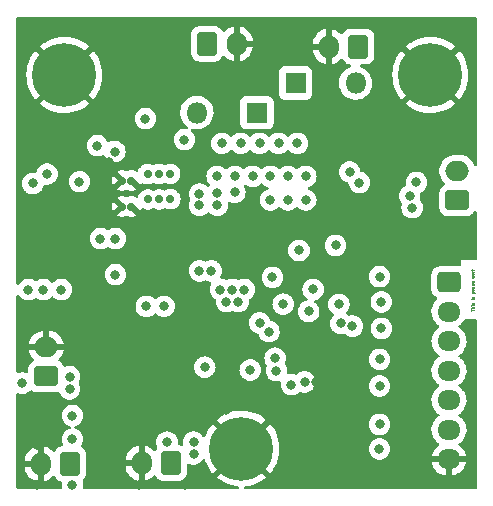
<source format=gbr>
%TF.GenerationSoftware,KiCad,Pcbnew,6.0.1-79c1e3a40b~116~ubuntu21.10.1*%
%TF.CreationDate,2022-03-15T17:01:45-06:00*%
%TF.ProjectId,PowerBackup,506f7765-7242-4616-936b-75702e6b6963,rev?*%
%TF.SameCoordinates,Original*%
%TF.FileFunction,Copper,L2,Inr*%
%TF.FilePolarity,Positive*%
%FSLAX46Y46*%
G04 Gerber Fmt 4.6, Leading zero omitted, Abs format (unit mm)*
G04 Created by KiCad (PCBNEW 6.0.1-79c1e3a40b~116~ubuntu21.10.1) date 2022-03-15 17:01:45*
%MOMM*%
%LPD*%
G01*
G04 APERTURE LIST*
G04 Aperture macros list*
%AMRoundRect*
0 Rectangle with rounded corners*
0 $1 Rounding radius*
0 $2 $3 $4 $5 $6 $7 $8 $9 X,Y pos of 4 corners*
0 Add a 4 corners polygon primitive as box body*
4,1,4,$2,$3,$4,$5,$6,$7,$8,$9,$2,$3,0*
0 Add four circle primitives for the rounded corners*
1,1,$1+$1,$2,$3*
1,1,$1+$1,$4,$5*
1,1,$1+$1,$6,$7*
1,1,$1+$1,$8,$9*
0 Add four rect primitives between the rounded corners*
20,1,$1+$1,$2,$3,$4,$5,0*
20,1,$1+$1,$4,$5,$6,$7,0*
20,1,$1+$1,$6,$7,$8,$9,0*
20,1,$1+$1,$8,$9,$2,$3,0*%
G04 Aperture macros list end*
%ADD10C,0.062500*%
%TA.AperFunction,NonConductor*%
%ADD11C,0.062500*%
%TD*%
%TA.AperFunction,ComponentPad*%
%ADD12R,1.800000X1.800000*%
%TD*%
%TA.AperFunction,ComponentPad*%
%ADD13O,1.800000X1.800000*%
%TD*%
%TA.AperFunction,ComponentPad*%
%ADD14RoundRect,0.250000X0.750000X-0.600000X0.750000X0.600000X-0.750000X0.600000X-0.750000X-0.600000X0*%
%TD*%
%TA.AperFunction,ComponentPad*%
%ADD15O,2.000000X1.700000*%
%TD*%
%TA.AperFunction,ComponentPad*%
%ADD16C,0.700000*%
%TD*%
%TA.AperFunction,ComponentPad*%
%ADD17RoundRect,0.250000X0.600000X0.750000X-0.600000X0.750000X-0.600000X-0.750000X0.600000X-0.750000X0*%
%TD*%
%TA.AperFunction,ComponentPad*%
%ADD18O,1.700000X2.000000*%
%TD*%
%TA.AperFunction,ComponentPad*%
%ADD19RoundRect,0.250000X-0.725000X0.600000X-0.725000X-0.600000X0.725000X-0.600000X0.725000X0.600000X0*%
%TD*%
%TA.AperFunction,ComponentPad*%
%ADD20O,1.950000X1.700000*%
%TD*%
%TA.AperFunction,ComponentPad*%
%ADD21C,5.400000*%
%TD*%
%TA.AperFunction,ComponentPad*%
%ADD22RoundRect,0.250000X-0.600000X-0.750000X0.600000X-0.750000X0.600000X0.750000X-0.600000X0.750000X0*%
%TD*%
%TA.AperFunction,ViaPad*%
%ADD23C,0.800000*%
%TD*%
G04 APERTURE END LIST*
D10*
D11*
X149463095Y-102379761D02*
X149463095Y-102236904D01*
X149713095Y-102308333D02*
X149463095Y-102308333D01*
X149713095Y-102153571D02*
X149463095Y-102153571D01*
X149713095Y-102046428D02*
X149582142Y-102046428D01*
X149558333Y-102058333D01*
X149546428Y-102082142D01*
X149546428Y-102117857D01*
X149558333Y-102141666D01*
X149570238Y-102153571D01*
X149713095Y-101927380D02*
X149546428Y-101927380D01*
X149463095Y-101927380D02*
X149475000Y-101939285D01*
X149486904Y-101927380D01*
X149475000Y-101915476D01*
X149463095Y-101927380D01*
X149486904Y-101927380D01*
X149701190Y-101820238D02*
X149713095Y-101796428D01*
X149713095Y-101748809D01*
X149701190Y-101725000D01*
X149677380Y-101713095D01*
X149665476Y-101713095D01*
X149641666Y-101725000D01*
X149629761Y-101748809D01*
X149629761Y-101784523D01*
X149617857Y-101808333D01*
X149594047Y-101820238D01*
X149582142Y-101820238D01*
X149558333Y-101808333D01*
X149546428Y-101784523D01*
X149546428Y-101748809D01*
X149558333Y-101725000D01*
X149713095Y-101415476D02*
X149546428Y-101415476D01*
X149463095Y-101415476D02*
X149475000Y-101427380D01*
X149486904Y-101415476D01*
X149475000Y-101403571D01*
X149463095Y-101415476D01*
X149486904Y-101415476D01*
X149701190Y-101308333D02*
X149713095Y-101284523D01*
X149713095Y-101236904D01*
X149701190Y-101213095D01*
X149677380Y-101201190D01*
X149665476Y-101201190D01*
X149641666Y-101213095D01*
X149629761Y-101236904D01*
X149629761Y-101272619D01*
X149617857Y-101296428D01*
X149594047Y-101308333D01*
X149582142Y-101308333D01*
X149558333Y-101296428D01*
X149546428Y-101272619D01*
X149546428Y-101236904D01*
X149558333Y-101213095D01*
X149546428Y-100796428D02*
X149748809Y-100796428D01*
X149772619Y-100808333D01*
X149784523Y-100820238D01*
X149796428Y-100844047D01*
X149796428Y-100879761D01*
X149784523Y-100903571D01*
X149701190Y-100796428D02*
X149713095Y-100820238D01*
X149713095Y-100867857D01*
X149701190Y-100891666D01*
X149689285Y-100903571D01*
X149665476Y-100915476D01*
X149594047Y-100915476D01*
X149570238Y-100903571D01*
X149558333Y-100891666D01*
X149546428Y-100867857D01*
X149546428Y-100820238D01*
X149558333Y-100796428D01*
X149713095Y-100641666D02*
X149701190Y-100665476D01*
X149689285Y-100677380D01*
X149665476Y-100689285D01*
X149594047Y-100689285D01*
X149570238Y-100677380D01*
X149558333Y-100665476D01*
X149546428Y-100641666D01*
X149546428Y-100605952D01*
X149558333Y-100582142D01*
X149570238Y-100570238D01*
X149594047Y-100558333D01*
X149665476Y-100558333D01*
X149689285Y-100570238D01*
X149701190Y-100582142D01*
X149713095Y-100605952D01*
X149713095Y-100641666D01*
X149546428Y-100451190D02*
X149713095Y-100451190D01*
X149570238Y-100451190D02*
X149558333Y-100439285D01*
X149546428Y-100415476D01*
X149546428Y-100379761D01*
X149558333Y-100355952D01*
X149582142Y-100344047D01*
X149713095Y-100344047D01*
X149546428Y-100225000D02*
X149713095Y-100225000D01*
X149570238Y-100225000D02*
X149558333Y-100213095D01*
X149546428Y-100189285D01*
X149546428Y-100153571D01*
X149558333Y-100129761D01*
X149582142Y-100117857D01*
X149713095Y-100117857D01*
X149713095Y-99891666D02*
X149582142Y-99891666D01*
X149558333Y-99903571D01*
X149546428Y-99927380D01*
X149546428Y-99975000D01*
X149558333Y-99998809D01*
X149701190Y-99891666D02*
X149713095Y-99915476D01*
X149713095Y-99975000D01*
X149701190Y-99998809D01*
X149677380Y-100010714D01*
X149653571Y-100010714D01*
X149629761Y-99998809D01*
X149617857Y-99975000D01*
X149617857Y-99915476D01*
X149605952Y-99891666D01*
X149546428Y-99605952D02*
X149713095Y-99558333D01*
X149594047Y-99510714D01*
X149713095Y-99463095D01*
X149546428Y-99415476D01*
X149713095Y-99284523D02*
X149701190Y-99308333D01*
X149689285Y-99320238D01*
X149665476Y-99332142D01*
X149594047Y-99332142D01*
X149570238Y-99320238D01*
X149558333Y-99308333D01*
X149546428Y-99284523D01*
X149546428Y-99248809D01*
X149558333Y-99225000D01*
X149570238Y-99213095D01*
X149594047Y-99201190D01*
X149665476Y-99201190D01*
X149689285Y-99213095D01*
X149701190Y-99225000D01*
X149713095Y-99248809D01*
X149713095Y-99284523D01*
X149713095Y-99094047D02*
X149546428Y-99094047D01*
X149594047Y-99094047D02*
X149570238Y-99082142D01*
X149558333Y-99070238D01*
X149546428Y-99046428D01*
X149546428Y-99022619D01*
X149713095Y-98939285D02*
X149463095Y-98939285D01*
X149617857Y-98915476D02*
X149713095Y-98844047D01*
X149546428Y-98844047D02*
X149641666Y-98939285D01*
D12*
%TO.N,+9VA*%
%TO.C,D1*%
X134635000Y-83100000D03*
D13*
%TO.N,+9V*%
X139715000Y-83100000D03*
%TD*%
D14*
%TO.N,Net-(J5-Pad4)*%
%TO.C,J6*%
X148325000Y-93025000D03*
D15*
%TO.N,Net-(J5-Pad3)*%
X148325000Y-90525000D03*
%TD*%
D14*
%TO.N,+5V*%
%TO.C,J8*%
X113521000Y-107930000D03*
D15*
%TO.N,GND*%
X113521000Y-105430000D03*
%TD*%
D16*
%TO.N,GND*%
%TO.C,U2*%
X119946000Y-93556000D03*
X119946000Y-91356000D03*
X120746000Y-91356000D03*
X120746000Y-93556000D03*
%TO.N,/Backup/SW*%
X122126000Y-92956000D03*
X123086000Y-92956000D03*
X124046000Y-92936000D03*
%TO.N,+9VA*%
X122116000Y-90806000D03*
X123076000Y-90806000D03*
X124036000Y-90786000D03*
%TD*%
D12*
%TO.N,+9VA*%
%TO.C,D2*%
X131365000Y-85600000D03*
D13*
%TO.N,/Backup/VBAT*%
X126285000Y-85600000D03*
%TD*%
D17*
%TO.N,+5V*%
%TO.C,J9*%
X124100000Y-115275000D03*
D18*
%TO.N,GND*%
X121600000Y-115275000D03*
%TD*%
D19*
%TO.N,Net-(J2-Pad1)*%
%TO.C,J2*%
X147628764Y-99960836D03*
D20*
%TO.N,Net-(J2-Pad2)*%
X147628764Y-102460836D03*
%TO.N,Net-(J2-Pad3)*%
X147628764Y-104960836D03*
%TO.N,Net-(J2-Pad4)*%
X147628764Y-107460836D03*
%TO.N,Net-(J2-Pad5)*%
X147628764Y-109960836D03*
%TO.N,Net-(J2-Pad6)*%
X147628764Y-112460836D03*
%TO.N,GND*%
X147628764Y-114960836D03*
%TD*%
D21*
%TO.N,GND*%
%TO.C,H3*%
X130048000Y-114046000D03*
%TD*%
%TO.N,GND*%
%TO.C,H1*%
X115062000Y-82423000D03*
%TD*%
D22*
%TO.N,/Backup/VBAT*%
%TO.C,J7*%
X127150000Y-79775000D03*
D18*
%TO.N,GND*%
X129650000Y-79775000D03*
%TD*%
D21*
%TO.N,GND*%
%TO.C,H2*%
X146050000Y-82423000D03*
%TD*%
D17*
%TO.N,+5V*%
%TO.C,J10*%
X115550000Y-115333000D03*
D18*
%TO.N,GND*%
X113050000Y-115333000D03*
%TD*%
D17*
%TO.N,+9V*%
%TO.C,J1*%
X139954000Y-80010000D03*
D18*
%TO.N,GND*%
X137454000Y-80010000D03*
%TD*%
D23*
%TO.N,Net-(C1-Pad1)*%
X141738997Y-114079341D03*
%TO.N,GND*%
X120600000Y-80976000D03*
X131826000Y-109728000D03*
X145080000Y-86350000D03*
X149250000Y-88500000D03*
X111500000Y-103000000D03*
X146200000Y-89250000D03*
X113000000Y-96600000D03*
X138950000Y-112734000D03*
X137922000Y-116586000D03*
X121412000Y-117094000D03*
X136400000Y-108400000D03*
X146525000Y-96300000D03*
X137922000Y-115570000D03*
X149250000Y-86250000D03*
X115750000Y-103000000D03*
X136652000Y-115570000D03*
X133604000Y-115570000D03*
X133850000Y-78200000D03*
X119100000Y-80976000D03*
X137800000Y-94625000D03*
X122100000Y-79488000D03*
X129600000Y-95000000D03*
X139300000Y-116600000D03*
X132600000Y-96450000D03*
X140462000Y-86360000D03*
X136500000Y-88000000D03*
X111500000Y-94488000D03*
X115750000Y-105500000D03*
X133850000Y-79470000D03*
X116078000Y-90170000D03*
X129000000Y-96500000D03*
X113600000Y-92800000D03*
X125250000Y-117094000D03*
X130500000Y-96500000D03*
X131318000Y-110490000D03*
X137934000Y-112734000D03*
X115600000Y-88600000D03*
X115600000Y-86000000D03*
X111500000Y-105500000D03*
X143810000Y-86350000D03*
X111500000Y-113750000D03*
X112750000Y-103000000D03*
X122100000Y-80988000D03*
X134112000Y-116586000D03*
X118800000Y-89800000D03*
X139192000Y-86360000D03*
X120630000Y-83770000D03*
X141800000Y-87800000D03*
X119106000Y-83770000D03*
X120630000Y-82500000D03*
X137922000Y-86360000D03*
X114250000Y-103000000D03*
X120630000Y-79452000D03*
X133850000Y-80740000D03*
X111506000Y-96600000D03*
X115750000Y-104250000D03*
X120750000Y-113538000D03*
X135382000Y-116586000D03*
X135636000Y-115570000D03*
X119106000Y-82500000D03*
X128778000Y-110744000D03*
X119500000Y-113500000D03*
X114600000Y-95000000D03*
X115400000Y-93400000D03*
X136500000Y-89500000D03*
X112869917Y-95000000D03*
X138950000Y-113750000D03*
X112750000Y-117094000D03*
X147400000Y-94850000D03*
X112750000Y-113750000D03*
X134620000Y-115570000D03*
X119100000Y-79452000D03*
X137680000Y-113750000D03*
X122936000Y-96266000D03*
X130810000Y-109728000D03*
X136652000Y-116586000D03*
X141732000Y-86360000D03*
X114600000Y-96600000D03*
X130500000Y-95000000D03*
X147750000Y-88500000D03*
X120396000Y-87630000D03*
X124206000Y-96266000D03*
X147620000Y-86350000D03*
X111500000Y-92964000D03*
X146350000Y-86350000D03*
X149250000Y-94850000D03*
X112600000Y-88600000D03*
X128600000Y-95000000D03*
X149352000Y-96266000D03*
%TO.N,Net-(C2-Pad1)*%
X141750000Y-112000000D03*
%TO.N,Net-(C3-Pad1)*%
X141750000Y-108750000D03*
%TO.N,Net-(C4-Pad1)*%
X141750000Y-106500000D03*
%TO.N,Net-(C5-Pad1)*%
X141897152Y-103880011D03*
%TO.N,Net-(C6-Pad1)*%
X141897152Y-101630011D03*
%TO.N,Net-(C7-Pad1)*%
X141750000Y-99500000D03*
%TO.N,Net-(C8-Pad1)*%
X139446462Y-103683512D03*
%TO.N,+3V3*%
X136125000Y-100575000D03*
X138025000Y-96850000D03*
X135745393Y-102436653D03*
X144865900Y-91522347D03*
%TO.N,Net-(J4-Pad1)*%
X132381364Y-104144093D03*
%TO.N,Net-(J4-Pad2)*%
X126950000Y-107150000D03*
%TO.N,Net-(J4-Pad3)*%
X132906963Y-106390769D03*
%TO.N,Net-(J4-Pad4)*%
X133011743Y-107459994D03*
%TO.N,Net-(J4-Pad5)*%
X130800000Y-107400000D03*
%TO.N,Net-(J5-Pad4)*%
X144505804Y-93652585D03*
%TO.N,Net-(J5-Pad3)*%
X144300000Y-92674500D03*
%TO.N,Net-(Q1-Pad1)*%
X138474500Y-103450500D03*
X138300000Y-101850000D03*
X134925000Y-97275000D03*
%TO.N,Net-(R9-Pad1)*%
X135400000Y-108400000D03*
%TO.N,Net-(R12-Pad1)*%
X134286731Y-108626703D03*
%TO.N,/PrimaryBatteryMonitoring/SDA*%
X140049500Y-91525000D03*
X132675000Y-99550000D03*
X131589202Y-103401963D03*
%TO.N,/PrimaryBatteryMonitoring/SCL*%
X133593956Y-101810318D03*
X139225000Y-90625000D03*
%TO.N,+9VA*%
X134800000Y-88200000D03*
X133200000Y-88200000D03*
X131600000Y-88200000D03*
X130000000Y-88200000D03*
X128400000Y-88200000D03*
%TO.N,Net-(C13-Pad1)*%
X125222000Y-87884000D03*
%TO.N,+5V*%
X115750000Y-111252000D03*
X112014000Y-100584000D03*
X111500000Y-108500000D03*
X126000000Y-114500000D03*
X115500000Y-107950000D03*
X122000000Y-102000000D03*
X130302000Y-100584000D03*
X123750000Y-113500000D03*
X128778000Y-101600000D03*
X115500000Y-109000000D03*
X126500000Y-99000000D03*
X128270000Y-100584000D03*
X126000000Y-113500000D03*
X115750000Y-117094000D03*
X129286000Y-100584000D03*
X115750000Y-113250000D03*
X129794000Y-101600000D03*
X114808000Y-100584000D03*
X123500000Y-102000000D03*
X127500000Y-99000000D03*
X113284000Y-100584000D03*
%TO.N,Net-(C15-Pad2)*%
X116332000Y-91440000D03*
X119380000Y-99314000D03*
%TO.N,Net-(R19-Pad2)*%
X113600000Y-90800000D03*
X121920000Y-86106000D03*
%TO.N,/Backup/SW*%
X132500000Y-93000000D03*
X119333510Y-88900239D03*
X126500000Y-93450000D03*
X129500000Y-91000000D03*
X134000000Y-91000000D03*
X135500000Y-93000000D03*
X128000000Y-91000000D03*
X128000000Y-93450000D03*
X135500000Y-91000000D03*
X129500000Y-92350000D03*
X128000000Y-92450000D03*
X126500000Y-92500000D03*
X132500000Y-91000000D03*
X131000000Y-91000000D03*
X134000000Y-93000000D03*
%TO.N,/Backup/PVDD*%
X119380000Y-96266000D03*
X117856000Y-88392000D03*
X118110000Y-96266000D03*
%TO.N,Net-(C25-Pad1)*%
X112400000Y-91600000D03*
%TD*%
%TA.AperFunction,Conductor*%
%TO.N,GND*%
G36*
X149934121Y-77528002D02*
G01*
X149980614Y-77581658D01*
X149992000Y-77634000D01*
X149992000Y-90005648D01*
X149971998Y-90073769D01*
X149918342Y-90120262D01*
X149848068Y-90130366D01*
X149783488Y-90100872D01*
X149748808Y-90051930D01*
X149743474Y-90038422D01*
X149708967Y-89951045D01*
X149698185Y-89923744D01*
X149698184Y-89923742D01*
X149696224Y-89918779D01*
X149628618Y-89807367D01*
X149579390Y-89726243D01*
X149576623Y-89721683D01*
X149572125Y-89716500D01*
X149429023Y-89551588D01*
X149429021Y-89551586D01*
X149425523Y-89547555D01*
X149383970Y-89513484D01*
X149251373Y-89404760D01*
X149251367Y-89404756D01*
X149247245Y-89401376D01*
X149242609Y-89398737D01*
X149242606Y-89398735D01*
X149051529Y-89289968D01*
X149046886Y-89287325D01*
X148830175Y-89208663D01*
X148824926Y-89207714D01*
X148824923Y-89207713D01*
X148607392Y-89168377D01*
X148607385Y-89168376D01*
X148603308Y-89167639D01*
X148585586Y-89166803D01*
X148580644Y-89166570D01*
X148580637Y-89166570D01*
X148579156Y-89166500D01*
X148117110Y-89166500D01*
X148050191Y-89172178D01*
X147950591Y-89180629D01*
X147950587Y-89180630D01*
X147945280Y-89181080D01*
X147940125Y-89182418D01*
X147940119Y-89182419D01*
X147727297Y-89237657D01*
X147727293Y-89237658D01*
X147722128Y-89238999D01*
X147717262Y-89241191D01*
X147717259Y-89241192D01*
X147608980Y-89289968D01*
X147511925Y-89333688D01*
X147320681Y-89462441D01*
X147153865Y-89621576D01*
X147016246Y-89806542D01*
X147013830Y-89811293D01*
X147013828Y-89811297D01*
X147000372Y-89837763D01*
X146911760Y-90012051D01*
X146910178Y-90017145D01*
X146910177Y-90017148D01*
X146875187Y-90129834D01*
X146843393Y-90232227D01*
X146842692Y-90237516D01*
X146815639Y-90441635D01*
X146813102Y-90460774D01*
X146813302Y-90466103D01*
X146813302Y-90466105D01*
X146814551Y-90499372D01*
X146821751Y-90691158D01*
X146869093Y-90916791D01*
X146871051Y-90921750D01*
X146871052Y-90921752D01*
X146924435Y-91056924D01*
X146953776Y-91131221D01*
X146956543Y-91135780D01*
X146956544Y-91135783D01*
X146963788Y-91147721D01*
X147073377Y-91328317D01*
X147076874Y-91332347D01*
X147207386Y-91482749D01*
X147224477Y-91502445D01*
X147260120Y-91531670D01*
X147300114Y-91590329D01*
X147302046Y-91661299D01*
X147265302Y-91722048D01*
X147246532Y-91736248D01*
X147134993Y-91805271D01*
X147100652Y-91826522D01*
X146975695Y-91951697D01*
X146971855Y-91957927D01*
X146971854Y-91957928D01*
X146890741Y-92089518D01*
X146882885Y-92102262D01*
X146872475Y-92133648D01*
X146836014Y-92243576D01*
X146827203Y-92270139D01*
X146826503Y-92276975D01*
X146826502Y-92276978D01*
X146823242Y-92308794D01*
X146816500Y-92374600D01*
X146816500Y-93675400D01*
X146816837Y-93678646D01*
X146816837Y-93678650D01*
X146824965Y-93756980D01*
X146827474Y-93781166D01*
X146829655Y-93787702D01*
X146829655Y-93787704D01*
X146855813Y-93866109D01*
X146883450Y-93948946D01*
X146976522Y-94099348D01*
X147101697Y-94224305D01*
X147107927Y-94228145D01*
X147107928Y-94228146D01*
X147245090Y-94312694D01*
X147252262Y-94317115D01*
X147280678Y-94326540D01*
X147413611Y-94370632D01*
X147413613Y-94370632D01*
X147420139Y-94372797D01*
X147426975Y-94373497D01*
X147426978Y-94373498D01*
X147469681Y-94377873D01*
X147524600Y-94383500D01*
X149125400Y-94383500D01*
X149128646Y-94383163D01*
X149128650Y-94383163D01*
X149224308Y-94373238D01*
X149224312Y-94373237D01*
X149231166Y-94372526D01*
X149237702Y-94370345D01*
X149237704Y-94370345D01*
X149386267Y-94320780D01*
X149398946Y-94316550D01*
X149549348Y-94223478D01*
X149674305Y-94098303D01*
X149678146Y-94092072D01*
X149758740Y-93961325D01*
X149811513Y-93913832D01*
X149881584Y-93902408D01*
X149946708Y-93930682D01*
X149986207Y-93989676D01*
X149992000Y-94027441D01*
X149992000Y-97981178D01*
X149971998Y-98049299D01*
X149918342Y-98095792D01*
X149866000Y-98107178D01*
X148647000Y-98107178D01*
X148647000Y-98487647D01*
X148626998Y-98555768D01*
X148573342Y-98602261D01*
X148508157Y-98612991D01*
X148404164Y-98602336D01*
X146853364Y-98602336D01*
X146850118Y-98602673D01*
X146850114Y-98602673D01*
X146754456Y-98612598D01*
X146754452Y-98612599D01*
X146747598Y-98613310D01*
X146741062Y-98615491D01*
X146741060Y-98615491D01*
X146658990Y-98642872D01*
X146579818Y-98669286D01*
X146429416Y-98762358D01*
X146304459Y-98887533D01*
X146300619Y-98893763D01*
X146300618Y-98893764D01*
X146223561Y-99018774D01*
X146211649Y-99038098D01*
X146209345Y-99045045D01*
X146161290Y-99189928D01*
X146155967Y-99205975D01*
X146145264Y-99310436D01*
X146145264Y-100611236D01*
X146156238Y-100717002D01*
X146158419Y-100723538D01*
X146158419Y-100723540D01*
X146196008Y-100836208D01*
X146212214Y-100884782D01*
X146305286Y-101035184D01*
X146430461Y-101160141D01*
X146436691Y-101163981D01*
X146436692Y-101163982D01*
X146448295Y-101171134D01*
X146576104Y-101249917D01*
X146623596Y-101302688D01*
X146635020Y-101372760D01*
X146606746Y-101437884D01*
X146596959Y-101448346D01*
X146558820Y-101484729D01*
X146482629Y-101557412D01*
X146345010Y-101742378D01*
X146342594Y-101747129D01*
X146342592Y-101747133D01*
X146308913Y-101813376D01*
X146240524Y-101947887D01*
X146238942Y-101952981D01*
X146238941Y-101952984D01*
X146213982Y-102033365D01*
X146172157Y-102168063D01*
X146171456Y-102173352D01*
X146142594Y-102391118D01*
X146141866Y-102396610D01*
X146150515Y-102626994D01*
X146197857Y-102852627D01*
X146199815Y-102857586D01*
X146199816Y-102857588D01*
X146260488Y-103011217D01*
X146282540Y-103067057D01*
X146285307Y-103071616D01*
X146285308Y-103071619D01*
X146334258Y-103152286D01*
X146402141Y-103264153D01*
X146405638Y-103268183D01*
X146527423Y-103408528D01*
X146553241Y-103438281D01*
X146557372Y-103441668D01*
X146727391Y-103581076D01*
X146727397Y-103581080D01*
X146731519Y-103584460D01*
X146763014Y-103602388D01*
X146812319Y-103653468D01*
X146826181Y-103723098D01*
X146800198Y-103789169D01*
X146771048Y-103816409D01*
X146649445Y-103898277D01*
X146482629Y-104057412D01*
X146345010Y-104242378D01*
X146342594Y-104247129D01*
X146342592Y-104247133D01*
X146311319Y-104308643D01*
X146240524Y-104447887D01*
X146238942Y-104452981D01*
X146238941Y-104452984D01*
X146196198Y-104590640D01*
X146172157Y-104668063D01*
X146171456Y-104673352D01*
X146150831Y-104828971D01*
X146141866Y-104896610D01*
X146150515Y-105126994D01*
X146151610Y-105132213D01*
X146157030Y-105158043D01*
X146197857Y-105352627D01*
X146199815Y-105357586D01*
X146199816Y-105357588D01*
X146265797Y-105524660D01*
X146282540Y-105567057D01*
X146285307Y-105571616D01*
X146285308Y-105571619D01*
X146355914Y-105687973D01*
X146402141Y-105764153D01*
X146405638Y-105768183D01*
X146492202Y-105867939D01*
X146553241Y-105938281D01*
X146557372Y-105941668D01*
X146727391Y-106081076D01*
X146727397Y-106081080D01*
X146731519Y-106084460D01*
X146763014Y-106102388D01*
X146812319Y-106153468D01*
X146826181Y-106223098D01*
X146800198Y-106289169D01*
X146771048Y-106316409D01*
X146649445Y-106398277D01*
X146645588Y-106401956D01*
X146645586Y-106401958D01*
X146636663Y-106410470D01*
X146482629Y-106557412D01*
X146345010Y-106742378D01*
X146342594Y-106747129D01*
X146342592Y-106747133D01*
X146322057Y-106787523D01*
X146240524Y-106947887D01*
X146238942Y-106952981D01*
X146238941Y-106952984D01*
X146198293Y-107083891D01*
X146172157Y-107168063D01*
X146171456Y-107173352D01*
X146145371Y-107370166D01*
X146141866Y-107396610D01*
X146142066Y-107401939D01*
X146142066Y-107401941D01*
X146144492Y-107466559D01*
X146150515Y-107626994D01*
X146197857Y-107852627D01*
X146199815Y-107857586D01*
X146199816Y-107857588D01*
X146279161Y-108058500D01*
X146282540Y-108067057D01*
X146402141Y-108264153D01*
X146405638Y-108268183D01*
X146530436Y-108412000D01*
X146553241Y-108438281D01*
X146590712Y-108469005D01*
X146727391Y-108581076D01*
X146727397Y-108581080D01*
X146731519Y-108584460D01*
X146763014Y-108602388D01*
X146812319Y-108653468D01*
X146826181Y-108723098D01*
X146800198Y-108789169D01*
X146771048Y-108816409D01*
X146649445Y-108898277D01*
X146645588Y-108901956D01*
X146645586Y-108901958D01*
X146576228Y-108968123D01*
X146482629Y-109057412D01*
X146345010Y-109242378D01*
X146342594Y-109247129D01*
X146342592Y-109247133D01*
X146321727Y-109288172D01*
X146240524Y-109447887D01*
X146238942Y-109452981D01*
X146238941Y-109452984D01*
X146176879Y-109652856D01*
X146172157Y-109668063D01*
X146171456Y-109673352D01*
X146145371Y-109870166D01*
X146141866Y-109896610D01*
X146150515Y-110126994D01*
X146197857Y-110352627D01*
X146199815Y-110357586D01*
X146199816Y-110357588D01*
X146210994Y-110385891D01*
X146282540Y-110567057D01*
X146285307Y-110571616D01*
X146285308Y-110571619D01*
X146347762Y-110674539D01*
X146402141Y-110764153D01*
X146405638Y-110768183D01*
X146526388Y-110907335D01*
X146553241Y-110938281D01*
X146557372Y-110941668D01*
X146727391Y-111081076D01*
X146727397Y-111081080D01*
X146731519Y-111084460D01*
X146763014Y-111102388D01*
X146812319Y-111153468D01*
X146826181Y-111223098D01*
X146800198Y-111289169D01*
X146771048Y-111316409D01*
X146649445Y-111398277D01*
X146482629Y-111557412D01*
X146479446Y-111561690D01*
X146434038Y-111622721D01*
X146345010Y-111742378D01*
X146342594Y-111747129D01*
X146342592Y-111747133D01*
X146307256Y-111816635D01*
X146240524Y-111947887D01*
X146238942Y-111952981D01*
X146238941Y-111952984D01*
X146184674Y-112127753D01*
X146172157Y-112168063D01*
X146171456Y-112173352D01*
X146143552Y-112383891D01*
X146141866Y-112396610D01*
X146150515Y-112626994D01*
X146197857Y-112852627D01*
X146199815Y-112857586D01*
X146199816Y-112857588D01*
X146239530Y-112958148D01*
X146282540Y-113067057D01*
X146285307Y-113071616D01*
X146285308Y-113071619D01*
X146323604Y-113134729D01*
X146402141Y-113264153D01*
X146405638Y-113268183D01*
X146520435Y-113400475D01*
X146553241Y-113438281D01*
X146557372Y-113441668D01*
X146727391Y-113581076D01*
X146727397Y-113581080D01*
X146731519Y-113584460D01*
X146736162Y-113587103D01*
X146763499Y-113602665D01*
X146812805Y-113653748D01*
X146826666Y-113723378D01*
X146800682Y-113789449D01*
X146771532Y-113816687D01*
X146654186Y-113895688D01*
X146645894Y-113902355D01*
X146486864Y-114054064D01*
X146479823Y-114062022D01*
X146348623Y-114238361D01*
X146343019Y-114247398D01*
X146243407Y-114443320D01*
X146239407Y-114453171D01*
X146174230Y-114663076D01*
X146171947Y-114673460D01*
X146169903Y-114688879D01*
X146172099Y-114703043D01*
X146185286Y-114706836D01*
X149069956Y-114706836D01*
X149083487Y-114702863D01*
X149085012Y-114692256D01*
X149060287Y-114574415D01*
X149057227Y-114564219D01*
X148976501Y-114359807D01*
X148971770Y-114350275D01*
X148857748Y-114162374D01*
X148851484Y-114153784D01*
X148707437Y-113987784D01*
X148699806Y-113980364D01*
X148529853Y-113841010D01*
X148521090Y-113834988D01*
X148494053Y-113819598D01*
X148444746Y-113768516D01*
X148430884Y-113698885D01*
X148456867Y-113632814D01*
X148486017Y-113605575D01*
X148587148Y-113537489D01*
X148608083Y-113523395D01*
X148625726Y-113506565D01*
X148771042Y-113367939D01*
X148774899Y-113364260D01*
X148912518Y-113179294D01*
X148916119Y-113172213D01*
X149014586Y-112978540D01*
X149017004Y-112973785D01*
X149020336Y-112963056D01*
X149083788Y-112758707D01*
X149085371Y-112753609D01*
X149095928Y-112673955D01*
X149114962Y-112530347D01*
X149114962Y-112530342D01*
X149115662Y-112525062D01*
X149113178Y-112458882D01*
X149107213Y-112300009D01*
X149107013Y-112294678D01*
X149059671Y-112069045D01*
X149037401Y-112012654D01*
X148976949Y-111859580D01*
X148976948Y-111859578D01*
X148974988Y-111854615D01*
X148855387Y-111657519D01*
X148820462Y-111617271D01*
X148707787Y-111487424D01*
X148707785Y-111487422D01*
X148704287Y-111483391D01*
X148645715Y-111435365D01*
X148530137Y-111340596D01*
X148530131Y-111340592D01*
X148526009Y-111337212D01*
X148494514Y-111319284D01*
X148445209Y-111268204D01*
X148431347Y-111198574D01*
X148457330Y-111132503D01*
X148486480Y-111105263D01*
X148522406Y-111081076D01*
X148608083Y-111023395D01*
X148629026Y-111003417D01*
X148751345Y-110886729D01*
X148774899Y-110864260D01*
X148912518Y-110679294D01*
X149017004Y-110473785D01*
X149019806Y-110464763D01*
X149083788Y-110258707D01*
X149085371Y-110253609D01*
X149086072Y-110248320D01*
X149114962Y-110030347D01*
X149114962Y-110030342D01*
X149115662Y-110025062D01*
X149107013Y-109794678D01*
X149059671Y-109569045D01*
X149057712Y-109564084D01*
X148976949Y-109359580D01*
X148976948Y-109359578D01*
X148974988Y-109354615D01*
X148947583Y-109309452D01*
X148862084Y-109168555D01*
X148855387Y-109157519D01*
X148766207Y-109054748D01*
X148707787Y-108987424D01*
X148707785Y-108987422D01*
X148704287Y-108983391D01*
X148640667Y-108931226D01*
X148530137Y-108840596D01*
X148530131Y-108840592D01*
X148526009Y-108837212D01*
X148494514Y-108819284D01*
X148445209Y-108768204D01*
X148431347Y-108698574D01*
X148457330Y-108632503D01*
X148486480Y-108605263D01*
X148543856Y-108566635D01*
X148608083Y-108523395D01*
X148774899Y-108364260D01*
X148912518Y-108179294D01*
X148931102Y-108142743D01*
X148967509Y-108071134D01*
X149017004Y-107973785D01*
X149020427Y-107962763D01*
X149083788Y-107758707D01*
X149085371Y-107753609D01*
X149091299Y-107708882D01*
X149114962Y-107530347D01*
X149114962Y-107530342D01*
X149115662Y-107525062D01*
X149115295Y-107515271D01*
X149110840Y-107396610D01*
X149107013Y-107294678D01*
X149059671Y-107069045D01*
X149057712Y-107064084D01*
X148976949Y-106859580D01*
X148976948Y-106859578D01*
X148974988Y-106854615D01*
X148925294Y-106772721D01*
X148858154Y-106662079D01*
X148855387Y-106657519D01*
X148838350Y-106637885D01*
X148707787Y-106487424D01*
X148707785Y-106487422D01*
X148704287Y-106483391D01*
X148654073Y-106442218D01*
X148530137Y-106340596D01*
X148530131Y-106340592D01*
X148526009Y-106337212D01*
X148494514Y-106319284D01*
X148445209Y-106268204D01*
X148431347Y-106198574D01*
X148457330Y-106132503D01*
X148486480Y-106105263D01*
X148582585Y-106040561D01*
X148608083Y-106023395D01*
X148774899Y-105864260D01*
X148912518Y-105679294D01*
X149017004Y-105473785D01*
X149053085Y-105357588D01*
X149083788Y-105258707D01*
X149085371Y-105253609D01*
X149096250Y-105171525D01*
X149114962Y-105030347D01*
X149114962Y-105030342D01*
X149115662Y-105025062D01*
X149115257Y-105014259D01*
X149108075Y-104822959D01*
X149107013Y-104794678D01*
X149059671Y-104569045D01*
X149057189Y-104562760D01*
X148976949Y-104359580D01*
X148976948Y-104359578D01*
X148974988Y-104354615D01*
X148961635Y-104332609D01*
X148858154Y-104162079D01*
X148855387Y-104157519D01*
X148788839Y-104080829D01*
X148707787Y-103987424D01*
X148707785Y-103987422D01*
X148704287Y-103983391D01*
X148643061Y-103933189D01*
X148530137Y-103840596D01*
X148530131Y-103840592D01*
X148526009Y-103837212D01*
X148494514Y-103819284D01*
X148445209Y-103768204D01*
X148431347Y-103698574D01*
X148457330Y-103632503D01*
X148486480Y-103605263D01*
X148522406Y-103581076D01*
X148608083Y-103523395D01*
X148629744Y-103502732D01*
X148771042Y-103367939D01*
X148774899Y-103364260D01*
X148912518Y-103179294D01*
X148917497Y-103169501D01*
X148921455Y-103161717D01*
X148970158Y-103110059D01*
X149033772Y-103092821D01*
X149866000Y-103092821D01*
X149934121Y-103112823D01*
X149980614Y-103166479D01*
X149992000Y-103218821D01*
X149992000Y-117366000D01*
X149971998Y-117434121D01*
X149918342Y-117480614D01*
X149866000Y-117492000D01*
X130387945Y-117492000D01*
X130319824Y-117471998D01*
X130273331Y-117418342D01*
X130263227Y-117348068D01*
X130292721Y-117283488D01*
X130352447Y-117245104D01*
X130369539Y-117241352D01*
X130690582Y-117193945D01*
X130697481Y-117192529D01*
X131037498Y-117102693D01*
X131044158Y-117100529D01*
X131372047Y-116973349D01*
X131378446Y-116970446D01*
X131690099Y-116807517D01*
X131696144Y-116803914D01*
X131987694Y-116607261D01*
X131993288Y-116603015D01*
X132115910Y-116498656D01*
X132124342Y-116485788D01*
X132118313Y-116475523D01*
X130060812Y-114418022D01*
X130046868Y-114410408D01*
X130045035Y-114410539D01*
X130038420Y-114414790D01*
X127977213Y-116475997D01*
X127969599Y-116489941D01*
X127969637Y-116490486D01*
X127975240Y-116498846D01*
X127997336Y-116519306D01*
X128002759Y-116523793D01*
X128285811Y-116732478D01*
X128291701Y-116736332D01*
X128596258Y-116912167D01*
X128602527Y-116915334D01*
X128924798Y-117056132D01*
X128931381Y-117058580D01*
X129267332Y-117162574D01*
X129274147Y-117164273D01*
X129619588Y-117230169D01*
X129626565Y-117231100D01*
X129747051Y-117240371D01*
X129813437Y-117265541D01*
X129855676Y-117322605D01*
X129860359Y-117393447D01*
X129825999Y-117455575D01*
X129763504Y-117489263D01*
X129737385Y-117492000D01*
X116749359Y-117492000D01*
X116681238Y-117471998D01*
X116634745Y-117418342D01*
X116624641Y-117348068D01*
X116629526Y-117327063D01*
X116641503Y-117290203D01*
X116643542Y-117283928D01*
X116649095Y-117231100D01*
X116662814Y-117100565D01*
X116663504Y-117094000D01*
X116650518Y-116970446D01*
X116644232Y-116910635D01*
X116644232Y-116910633D01*
X116643542Y-116904072D01*
X116608100Y-116794993D01*
X116606072Y-116724028D01*
X116638760Y-116667041D01*
X116744134Y-116561483D01*
X116749305Y-116556303D01*
X116770006Y-116522720D01*
X116838275Y-116411968D01*
X116838276Y-116411966D01*
X116842115Y-116405738D01*
X116878014Y-116297504D01*
X116895632Y-116244389D01*
X116895632Y-116244387D01*
X116897797Y-116237861D01*
X116908500Y-116133400D01*
X116908500Y-115545193D01*
X120247289Y-115545193D01*
X120256124Y-115649325D01*
X120257914Y-115659797D01*
X120313130Y-115872535D01*
X120316665Y-115882575D01*
X120406937Y-116082970D01*
X120412106Y-116092256D01*
X120534850Y-116274575D01*
X120541519Y-116282870D01*
X120693228Y-116441900D01*
X120701186Y-116448941D01*
X120877525Y-116580141D01*
X120886562Y-116585745D01*
X121082484Y-116685357D01*
X121092335Y-116689357D01*
X121302240Y-116754534D01*
X121312624Y-116756817D01*
X121328043Y-116758861D01*
X121342207Y-116756665D01*
X121346000Y-116743478D01*
X121346000Y-116741192D01*
X121854000Y-116741192D01*
X121857973Y-116754723D01*
X121868580Y-116756248D01*
X121986421Y-116731523D01*
X121996617Y-116728463D01*
X122201029Y-116647737D01*
X122210561Y-116643006D01*
X122398462Y-116528984D01*
X122407052Y-116522720D01*
X122573052Y-116378673D01*
X122580470Y-116371044D01*
X122606391Y-116339431D01*
X122665051Y-116299436D01*
X122736021Y-116297504D01*
X122796770Y-116334248D01*
X122810969Y-116353017D01*
X122901522Y-116499348D01*
X123026697Y-116624305D01*
X123032927Y-116628145D01*
X123032928Y-116628146D01*
X123170090Y-116712694D01*
X123177262Y-116717115D01*
X123235200Y-116736332D01*
X123338611Y-116770632D01*
X123338613Y-116770632D01*
X123345139Y-116772797D01*
X123351975Y-116773497D01*
X123351978Y-116773498D01*
X123395031Y-116777909D01*
X123449600Y-116783500D01*
X124750400Y-116783500D01*
X124753646Y-116783163D01*
X124753650Y-116783163D01*
X124849308Y-116773238D01*
X124849312Y-116773237D01*
X124856166Y-116772526D01*
X124862702Y-116770345D01*
X124862704Y-116770345D01*
X125006280Y-116722444D01*
X125023946Y-116716550D01*
X125174348Y-116623478D01*
X125299305Y-116498303D01*
X125303146Y-116492072D01*
X125388275Y-116353968D01*
X125388276Y-116353966D01*
X125392115Y-116347738D01*
X125426394Y-116244389D01*
X125445632Y-116186389D01*
X125445632Y-116186387D01*
X125447797Y-116179861D01*
X125458500Y-116075400D01*
X125458500Y-115447409D01*
X125478502Y-115379288D01*
X125532158Y-115332795D01*
X125602432Y-115322691D01*
X125635748Y-115332302D01*
X125711677Y-115366108D01*
X125711685Y-115366111D01*
X125717712Y-115368794D01*
X125811112Y-115388647D01*
X125898056Y-115407128D01*
X125898061Y-115407128D01*
X125904513Y-115408500D01*
X126095487Y-115408500D01*
X126101939Y-115407128D01*
X126101944Y-115407128D01*
X126188888Y-115388647D01*
X126282288Y-115368794D01*
X126288321Y-115366108D01*
X126450722Y-115293803D01*
X126450724Y-115293802D01*
X126456752Y-115291118D01*
X126611253Y-115178866D01*
X126739040Y-115036944D01*
X126760312Y-115000100D01*
X126811693Y-114951108D01*
X126881406Y-114937671D01*
X126947317Y-114964058D01*
X126988500Y-115021890D01*
X126991022Y-115030065D01*
X126998288Y-115056807D01*
X127000502Y-115063463D01*
X127129970Y-115390462D01*
X127132909Y-115396823D01*
X127298019Y-115707347D01*
X127301653Y-115713348D01*
X127500339Y-116003523D01*
X127504633Y-116009098D01*
X127595208Y-116114030D01*
X127608251Y-116122447D01*
X127618282Y-116116508D01*
X129675978Y-114058812D01*
X129682356Y-114047132D01*
X130412408Y-114047132D01*
X130412539Y-114048965D01*
X130416790Y-114055580D01*
X132478699Y-116117489D01*
X132492643Y-116125103D01*
X132493423Y-116125048D01*
X132501470Y-116119696D01*
X132506932Y-116113880D01*
X132511454Y-116108491D01*
X132722113Y-115826896D01*
X132726003Y-115821042D01*
X132903962Y-115517719D01*
X132907176Y-115511465D01*
X133032752Y-115229416D01*
X146172516Y-115229416D01*
X146197241Y-115347257D01*
X146200301Y-115357453D01*
X146281027Y-115561865D01*
X146285758Y-115571397D01*
X146399780Y-115759298D01*
X146406044Y-115767888D01*
X146550091Y-115933888D01*
X146557722Y-115941308D01*
X146727675Y-116080662D01*
X146736442Y-116086686D01*
X146927446Y-116195412D01*
X146937110Y-116199877D01*
X147143705Y-116274867D01*
X147153972Y-116277638D01*
X147356938Y-116314340D01*
X147370178Y-116312921D01*
X147374764Y-116298286D01*
X147374764Y-116294685D01*
X147882764Y-116294685D01*
X147887074Y-116309363D01*
X147898957Y-116311426D01*
X147978089Y-116304712D01*
X147988561Y-116302922D01*
X148201299Y-116247706D01*
X148211339Y-116244171D01*
X148411734Y-116153899D01*
X148421020Y-116148730D01*
X148603339Y-116025986D01*
X148611634Y-116019317D01*
X148770664Y-115867608D01*
X148777705Y-115859650D01*
X148908905Y-115683311D01*
X148914509Y-115674274D01*
X149014121Y-115478352D01*
X149018121Y-115468501D01*
X149083298Y-115258596D01*
X149085581Y-115248212D01*
X149087625Y-115232793D01*
X149085429Y-115218629D01*
X149072242Y-115214836D01*
X147900879Y-115214836D01*
X147885640Y-115219311D01*
X147884435Y-115220701D01*
X147882764Y-115228384D01*
X147882764Y-116294685D01*
X147374764Y-116294685D01*
X147374764Y-115232951D01*
X147370289Y-115217712D01*
X147368899Y-115216507D01*
X147361216Y-115214836D01*
X146187572Y-115214836D01*
X146174041Y-115218809D01*
X146172516Y-115229416D01*
X133032752Y-115229416D01*
X133050214Y-115190195D01*
X133052711Y-115183620D01*
X133159048Y-114848405D01*
X133160794Y-114841603D01*
X133229100Y-114496635D01*
X133230081Y-114489654D01*
X133259619Y-114137898D01*
X133259833Y-114133529D01*
X133260590Y-114079341D01*
X140825493Y-114079341D01*
X140826183Y-114085906D01*
X140844134Y-114256697D01*
X140845455Y-114269269D01*
X140904470Y-114450897D01*
X140999957Y-114616285D01*
X141004375Y-114621192D01*
X141004376Y-114621193D01*
X141077912Y-114702863D01*
X141127744Y-114758207D01*
X141282245Y-114870459D01*
X141288273Y-114873143D01*
X141288275Y-114873144D01*
X141433206Y-114937671D01*
X141456709Y-114948135D01*
X141550109Y-114967988D01*
X141637053Y-114986469D01*
X141637058Y-114986469D01*
X141643510Y-114987841D01*
X141834484Y-114987841D01*
X141840936Y-114986469D01*
X141840941Y-114986469D01*
X141927885Y-114967988D01*
X142021285Y-114948135D01*
X142044788Y-114937671D01*
X142189719Y-114873144D01*
X142189721Y-114873143D01*
X142195749Y-114870459D01*
X142350250Y-114758207D01*
X142400082Y-114702863D01*
X142473618Y-114621193D01*
X142473619Y-114621192D01*
X142478037Y-114616285D01*
X142573524Y-114450897D01*
X142632539Y-114269269D01*
X142633861Y-114256697D01*
X142651811Y-114085906D01*
X142652501Y-114079341D01*
X142648857Y-114044673D01*
X142633229Y-113895976D01*
X142633229Y-113895974D01*
X142632539Y-113889413D01*
X142573524Y-113707785D01*
X142564037Y-113691352D01*
X142527042Y-113627276D01*
X142478037Y-113542397D01*
X142433952Y-113493435D01*
X142354672Y-113405386D01*
X142354671Y-113405385D01*
X142350250Y-113400475D01*
X142234855Y-113316635D01*
X142201091Y-113292104D01*
X142201090Y-113292103D01*
X142195749Y-113288223D01*
X142189721Y-113285539D01*
X142189719Y-113285538D01*
X142027316Y-113213232D01*
X142027315Y-113213232D01*
X142021285Y-113210547D01*
X141927884Y-113190694D01*
X141840941Y-113172213D01*
X141840936Y-113172213D01*
X141834484Y-113170841D01*
X141643510Y-113170841D01*
X141637058Y-113172213D01*
X141637053Y-113172213D01*
X141550109Y-113190694D01*
X141456709Y-113210547D01*
X141450679Y-113213232D01*
X141450678Y-113213232D01*
X141288275Y-113285538D01*
X141288273Y-113285539D01*
X141282245Y-113288223D01*
X141276904Y-113292103D01*
X141276903Y-113292104D01*
X141243139Y-113316635D01*
X141127744Y-113400475D01*
X141123323Y-113405385D01*
X141123322Y-113405386D01*
X141044043Y-113493435D01*
X140999957Y-113542397D01*
X140950952Y-113627276D01*
X140913958Y-113691352D01*
X140904470Y-113707785D01*
X140845455Y-113889413D01*
X140844765Y-113895974D01*
X140844765Y-113895976D01*
X140829137Y-114044673D01*
X140825493Y-114079341D01*
X133260590Y-114079341D01*
X133261025Y-114048178D01*
X133260934Y-114043828D01*
X133241227Y-113691352D01*
X133240445Y-113684380D01*
X133181794Y-113337612D01*
X133180241Y-113330776D01*
X133083300Y-112992704D01*
X133080997Y-112986091D01*
X132946976Y-112660930D01*
X132943947Y-112654610D01*
X132774521Y-112346424D01*
X132770795Y-112340462D01*
X132568076Y-112053090D01*
X132563715Y-112047588D01*
X132521464Y-112000000D01*
X140836496Y-112000000D01*
X140837186Y-112006565D01*
X140848910Y-112118109D01*
X140856458Y-112189928D01*
X140915473Y-112371556D01*
X140918776Y-112377278D01*
X140918777Y-112377279D01*
X140926887Y-112391325D01*
X141010960Y-112536944D01*
X141015378Y-112541851D01*
X141015379Y-112541852D01*
X141060082Y-112591500D01*
X141138747Y-112678866D01*
X141293248Y-112791118D01*
X141299276Y-112793802D01*
X141299278Y-112793803D01*
X141461681Y-112866109D01*
X141467712Y-112868794D01*
X141542680Y-112884729D01*
X141648056Y-112907128D01*
X141648061Y-112907128D01*
X141654513Y-112908500D01*
X141845487Y-112908500D01*
X141851939Y-112907128D01*
X141851944Y-112907128D01*
X141957320Y-112884729D01*
X142032288Y-112868794D01*
X142038319Y-112866109D01*
X142200722Y-112793803D01*
X142200724Y-112793802D01*
X142206752Y-112791118D01*
X142361253Y-112678866D01*
X142439918Y-112591500D01*
X142484621Y-112541852D01*
X142484622Y-112541851D01*
X142489040Y-112536944D01*
X142573113Y-112391325D01*
X142581223Y-112377279D01*
X142581224Y-112377278D01*
X142584527Y-112371556D01*
X142643542Y-112189928D01*
X142651091Y-112118109D01*
X142662814Y-112006565D01*
X142663504Y-112000000D01*
X142660161Y-111968191D01*
X142644232Y-111816635D01*
X142644232Y-111816633D01*
X142643542Y-111810072D01*
X142584527Y-111628444D01*
X142577328Y-111615974D01*
X142492341Y-111468774D01*
X142489040Y-111463056D01*
X142373355Y-111334574D01*
X142365675Y-111326045D01*
X142365674Y-111326044D01*
X142361253Y-111321134D01*
X142206752Y-111208882D01*
X142200724Y-111206198D01*
X142200722Y-111206197D01*
X142038319Y-111133891D01*
X142038318Y-111133891D01*
X142032288Y-111131206D01*
X141938888Y-111111353D01*
X141851944Y-111092872D01*
X141851939Y-111092872D01*
X141845487Y-111091500D01*
X141654513Y-111091500D01*
X141648061Y-111092872D01*
X141648056Y-111092872D01*
X141561112Y-111111353D01*
X141467712Y-111131206D01*
X141461682Y-111133891D01*
X141461681Y-111133891D01*
X141299278Y-111206197D01*
X141299276Y-111206198D01*
X141293248Y-111208882D01*
X141138747Y-111321134D01*
X141134326Y-111326044D01*
X141134325Y-111326045D01*
X141126646Y-111334574D01*
X141010960Y-111463056D01*
X141007659Y-111468774D01*
X140922673Y-111615974D01*
X140915473Y-111628444D01*
X140856458Y-111810072D01*
X140855768Y-111816633D01*
X140855768Y-111816635D01*
X140839839Y-111968191D01*
X140836496Y-112000000D01*
X132521464Y-112000000D01*
X132501394Y-111977394D01*
X132488004Y-111969015D01*
X132478446Y-111974764D01*
X130420022Y-114033188D01*
X130412408Y-114047132D01*
X129682356Y-114047132D01*
X129683592Y-114044868D01*
X129683461Y-114043035D01*
X129679210Y-114036420D01*
X127618595Y-111975805D01*
X127604651Y-111968191D01*
X127604342Y-111968213D01*
X127595671Y-111974068D01*
X127560436Y-112012654D01*
X127555992Y-112018103D01*
X127349287Y-112302608D01*
X127345470Y-112308530D01*
X127171771Y-112614297D01*
X127168641Y-112620602D01*
X127030101Y-112943838D01*
X127027703Y-112950427D01*
X127010238Y-113008276D01*
X126971401Y-113067709D01*
X126906597Y-113096709D01*
X126836402Y-113086071D01*
X126780496Y-113034860D01*
X126752339Y-112986091D01*
X126739040Y-112963056D01*
X126639610Y-112852627D01*
X126615675Y-112826045D01*
X126615674Y-112826044D01*
X126611253Y-112821134D01*
X126456752Y-112708882D01*
X126450724Y-112706198D01*
X126450722Y-112706197D01*
X126288319Y-112633891D01*
X126288318Y-112633891D01*
X126282288Y-112631206D01*
X126188887Y-112611353D01*
X126101944Y-112592872D01*
X126101939Y-112592872D01*
X126095487Y-112591500D01*
X125904513Y-112591500D01*
X125898061Y-112592872D01*
X125898056Y-112592872D01*
X125811113Y-112611353D01*
X125717712Y-112631206D01*
X125711682Y-112633891D01*
X125711681Y-112633891D01*
X125549278Y-112706197D01*
X125549276Y-112706198D01*
X125543248Y-112708882D01*
X125388747Y-112821134D01*
X125384326Y-112826044D01*
X125384325Y-112826045D01*
X125360391Y-112852627D01*
X125260960Y-112963056D01*
X125165473Y-113128444D01*
X125106458Y-113310072D01*
X125105768Y-113316633D01*
X125105768Y-113316635D01*
X125093407Y-113434248D01*
X125086496Y-113500000D01*
X125087186Y-113506564D01*
X125087186Y-113506565D01*
X125104633Y-113672565D01*
X125091861Y-113742403D01*
X125043359Y-113794250D01*
X124974526Y-113811644D01*
X124939656Y-113805328D01*
X124861389Y-113779368D01*
X124861387Y-113779368D01*
X124854861Y-113777203D01*
X124848023Y-113776502D01*
X124848021Y-113776502D01*
X124822082Y-113773844D01*
X124762390Y-113767728D01*
X124696664Y-113740888D01*
X124655881Y-113682773D01*
X124649923Y-113629214D01*
X124650127Y-113627279D01*
X124663504Y-113500000D01*
X124656593Y-113434248D01*
X124644232Y-113316635D01*
X124644232Y-113316633D01*
X124643542Y-113310072D01*
X124584527Y-113128444D01*
X124489040Y-112963056D01*
X124389610Y-112852627D01*
X124365675Y-112826045D01*
X124365674Y-112826044D01*
X124361253Y-112821134D01*
X124206752Y-112708882D01*
X124200724Y-112706198D01*
X124200722Y-112706197D01*
X124038319Y-112633891D01*
X124038318Y-112633891D01*
X124032288Y-112631206D01*
X123938887Y-112611353D01*
X123851944Y-112592872D01*
X123851939Y-112592872D01*
X123845487Y-112591500D01*
X123654513Y-112591500D01*
X123648061Y-112592872D01*
X123648056Y-112592872D01*
X123561113Y-112611353D01*
X123467712Y-112631206D01*
X123461682Y-112633891D01*
X123461681Y-112633891D01*
X123299278Y-112706197D01*
X123299276Y-112706198D01*
X123293248Y-112708882D01*
X123138747Y-112821134D01*
X123134326Y-112826044D01*
X123134325Y-112826045D01*
X123110391Y-112852627D01*
X123010960Y-112963056D01*
X122915473Y-113128444D01*
X122856458Y-113310072D01*
X122855768Y-113316633D01*
X122855768Y-113316635D01*
X122843407Y-113434248D01*
X122836496Y-113500000D01*
X122837186Y-113506564D01*
X122837186Y-113506565D01*
X122854782Y-113673978D01*
X122856458Y-113689928D01*
X122915473Y-113871556D01*
X122925621Y-113889132D01*
X122927654Y-113892654D01*
X122944392Y-113961649D01*
X122921172Y-114028741D01*
X122907708Y-114044672D01*
X122900695Y-114051697D01*
X122896855Y-114057927D01*
X122896854Y-114057928D01*
X122887702Y-114072776D01*
X122830180Y-114166094D01*
X122810648Y-114197780D01*
X122757876Y-114245273D01*
X122687804Y-114256697D01*
X122622680Y-114228423D01*
X122612218Y-114218636D01*
X122506766Y-114108094D01*
X122498814Y-114101059D01*
X122322475Y-113969859D01*
X122313438Y-113964255D01*
X122117516Y-113864643D01*
X122107665Y-113860643D01*
X121897760Y-113795466D01*
X121887376Y-113793183D01*
X121871957Y-113791139D01*
X121857793Y-113793335D01*
X121854000Y-113806522D01*
X121854000Y-116741192D01*
X121346000Y-116741192D01*
X121346000Y-115547115D01*
X121341525Y-115531876D01*
X121340135Y-115530671D01*
X121332452Y-115529000D01*
X120264030Y-115529000D01*
X120249352Y-115533310D01*
X120247289Y-115545193D01*
X116908500Y-115545193D01*
X116908500Y-115005376D01*
X120242732Y-115005376D01*
X120246475Y-115018124D01*
X120247865Y-115019329D01*
X120255548Y-115021000D01*
X121327885Y-115021000D01*
X121343124Y-115016525D01*
X121344329Y-115015135D01*
X121346000Y-115007452D01*
X121346000Y-113808808D01*
X121342027Y-113795277D01*
X121331420Y-113793752D01*
X121213579Y-113818477D01*
X121203383Y-113821537D01*
X120998971Y-113902263D01*
X120989439Y-113906994D01*
X120801538Y-114021016D01*
X120792948Y-114027280D01*
X120626948Y-114171327D01*
X120619528Y-114178958D01*
X120480174Y-114348911D01*
X120474150Y-114357678D01*
X120365424Y-114548682D01*
X120360959Y-114558346D01*
X120285969Y-114764941D01*
X120283198Y-114775208D01*
X120243877Y-114992655D01*
X120242944Y-115000884D01*
X120242732Y-115005376D01*
X116908500Y-115005376D01*
X116908500Y-114532600D01*
X116905118Y-114500000D01*
X116898238Y-114433692D01*
X116898237Y-114433688D01*
X116897526Y-114426834D01*
X116841550Y-114259054D01*
X116748478Y-114108652D01*
X116623303Y-113983695D01*
X116585290Y-113960263D01*
X116544716Y-113935253D01*
X116497223Y-113882480D01*
X116485799Y-113812409D01*
X116501713Y-113764993D01*
X116512196Y-113746837D01*
X116584527Y-113621556D01*
X116643542Y-113439928D01*
X116647173Y-113405386D01*
X116662814Y-113256565D01*
X116663504Y-113250000D01*
X116643542Y-113060072D01*
X116584527Y-112878444D01*
X116577406Y-112866109D01*
X116534109Y-112791118D01*
X116489040Y-112713056D01*
X116461752Y-112682749D01*
X116365675Y-112576045D01*
X116365674Y-112576044D01*
X116361253Y-112571134D01*
X116206752Y-112458882D01*
X116200724Y-112456198D01*
X116200722Y-112456197D01*
X116038319Y-112383891D01*
X116038318Y-112383891D01*
X116032288Y-112381206D01*
X115999549Y-112374247D01*
X115937075Y-112340518D01*
X115902754Y-112278369D01*
X115907482Y-112207530D01*
X115949758Y-112150492D01*
X115999549Y-112127753D01*
X116002939Y-112127032D01*
X116032288Y-112120794D01*
X116148519Y-112069045D01*
X116200722Y-112045803D01*
X116200724Y-112045802D01*
X116206752Y-112043118D01*
X116361253Y-111930866D01*
X116489040Y-111788944D01*
X116562286Y-111662079D01*
X116581223Y-111629279D01*
X116581224Y-111629278D01*
X116584527Y-111623556D01*
X116590174Y-111606178D01*
X127971338Y-111606178D01*
X127977184Y-111615974D01*
X130035188Y-113673978D01*
X130049132Y-113681592D01*
X130050965Y-113681461D01*
X130057580Y-113677210D01*
X132117714Y-111617076D01*
X132125328Y-111603132D01*
X132125323Y-111603057D01*
X132119217Y-111594081D01*
X132063933Y-111544303D01*
X132058445Y-111539891D01*
X131772508Y-111335180D01*
X131766561Y-111331407D01*
X131459586Y-111159844D01*
X131453268Y-111156762D01*
X131129073Y-111020484D01*
X131122437Y-111018121D01*
X130785084Y-110918832D01*
X130778241Y-110917226D01*
X130431898Y-110856157D01*
X130424927Y-110855326D01*
X130073949Y-110833244D01*
X130066918Y-110833195D01*
X129715651Y-110850374D01*
X129708673Y-110851108D01*
X129361519Y-110907335D01*
X129354651Y-110908845D01*
X129015935Y-111003417D01*
X129009279Y-111005683D01*
X128683212Y-111137422D01*
X128676857Y-111140412D01*
X128367501Y-111307681D01*
X128361512Y-111311365D01*
X128072731Y-111512073D01*
X128067200Y-111516394D01*
X127979736Y-111592964D01*
X127971338Y-111606178D01*
X116590174Y-111606178D01*
X116643542Y-111441928D01*
X116663504Y-111252000D01*
X116651462Y-111137422D01*
X116644232Y-111068635D01*
X116644232Y-111068633D01*
X116643542Y-111062072D01*
X116584527Y-110880444D01*
X116489040Y-110715056D01*
X116452559Y-110674539D01*
X116365675Y-110578045D01*
X116365674Y-110578044D01*
X116361253Y-110573134D01*
X116231056Y-110478540D01*
X116212094Y-110464763D01*
X116212093Y-110464762D01*
X116206752Y-110460882D01*
X116200724Y-110458198D01*
X116200722Y-110458197D01*
X116038319Y-110385891D01*
X116038318Y-110385891D01*
X116032288Y-110383206D01*
X115938887Y-110363353D01*
X115851944Y-110344872D01*
X115851939Y-110344872D01*
X115845487Y-110343500D01*
X115654513Y-110343500D01*
X115648061Y-110344872D01*
X115648056Y-110344872D01*
X115561113Y-110363353D01*
X115467712Y-110383206D01*
X115461682Y-110385891D01*
X115461681Y-110385891D01*
X115299278Y-110458197D01*
X115299276Y-110458198D01*
X115293248Y-110460882D01*
X115287907Y-110464762D01*
X115287906Y-110464763D01*
X115268944Y-110478540D01*
X115138747Y-110573134D01*
X115134326Y-110578044D01*
X115134325Y-110578045D01*
X115047442Y-110674539D01*
X115010960Y-110715056D01*
X114915473Y-110880444D01*
X114856458Y-111062072D01*
X114855768Y-111068633D01*
X114855768Y-111068635D01*
X114848538Y-111137422D01*
X114836496Y-111252000D01*
X114856458Y-111441928D01*
X114915473Y-111623556D01*
X114918776Y-111629278D01*
X114918777Y-111629279D01*
X114937714Y-111662079D01*
X115010960Y-111788944D01*
X115138747Y-111930866D01*
X115293248Y-112043118D01*
X115299276Y-112045802D01*
X115299278Y-112045803D01*
X115351481Y-112069045D01*
X115467712Y-112120794D01*
X115497061Y-112127032D01*
X115500451Y-112127753D01*
X115562925Y-112161482D01*
X115597246Y-112223631D01*
X115592518Y-112294470D01*
X115550242Y-112351508D01*
X115500451Y-112374247D01*
X115467712Y-112381206D01*
X115461682Y-112383891D01*
X115461681Y-112383891D01*
X115299278Y-112456197D01*
X115299276Y-112456198D01*
X115293248Y-112458882D01*
X115138747Y-112571134D01*
X115134326Y-112576044D01*
X115134325Y-112576045D01*
X115038249Y-112682749D01*
X115010960Y-112713056D01*
X114965891Y-112791118D01*
X114922595Y-112866109D01*
X114915473Y-112878444D01*
X114856458Y-113060072D01*
X114836496Y-113250000D01*
X114837186Y-113256565D01*
X114852828Y-113405386D01*
X114856458Y-113439928D01*
X114915473Y-113621556D01*
X114921973Y-113632814D01*
X114927971Y-113643203D01*
X114944708Y-113712199D01*
X114921487Y-113779290D01*
X114865679Y-113823177D01*
X114831855Y-113831529D01*
X114800692Y-113834762D01*
X114800688Y-113834763D01*
X114793834Y-113835474D01*
X114787298Y-113837655D01*
X114787296Y-113837655D01*
X114655194Y-113881728D01*
X114626054Y-113891450D01*
X114475652Y-113984522D01*
X114350695Y-114109697D01*
X114346855Y-114115927D01*
X114346854Y-114115928D01*
X114323519Y-114153784D01*
X114267125Y-114245273D01*
X114260648Y-114255780D01*
X114207876Y-114303273D01*
X114137804Y-114314697D01*
X114072680Y-114286423D01*
X114062218Y-114276636D01*
X113956766Y-114166094D01*
X113948814Y-114159059D01*
X113772475Y-114027859D01*
X113763438Y-114022255D01*
X113567516Y-113922643D01*
X113557665Y-113918643D01*
X113347760Y-113853466D01*
X113337376Y-113851183D01*
X113321957Y-113849139D01*
X113307793Y-113851335D01*
X113304000Y-113864522D01*
X113304000Y-116799192D01*
X113307973Y-116812723D01*
X113318580Y-116814248D01*
X113436421Y-116789523D01*
X113446617Y-116786463D01*
X113651029Y-116705737D01*
X113660561Y-116701006D01*
X113848462Y-116586984D01*
X113857052Y-116580720D01*
X114023052Y-116436673D01*
X114030470Y-116429044D01*
X114056391Y-116397431D01*
X114115051Y-116357436D01*
X114186021Y-116355504D01*
X114246770Y-116392248D01*
X114260969Y-116411017D01*
X114351522Y-116557348D01*
X114476697Y-116682305D01*
X114482927Y-116686145D01*
X114482928Y-116686146D01*
X114619524Y-116770345D01*
X114627262Y-116775115D01*
X114746961Y-116814817D01*
X114765593Y-116820997D01*
X114823953Y-116861427D01*
X114851190Y-116926992D01*
X114851236Y-116953757D01*
X114836496Y-117094000D01*
X114837186Y-117100565D01*
X114850906Y-117231100D01*
X114856458Y-117283928D01*
X114858497Y-117290203D01*
X114870474Y-117327063D01*
X114872502Y-117398031D01*
X114835840Y-117458829D01*
X114772127Y-117490154D01*
X114750641Y-117492000D01*
X111134000Y-117492000D01*
X111065879Y-117471998D01*
X111019386Y-117418342D01*
X111008000Y-117366000D01*
X111008000Y-115603193D01*
X111697289Y-115603193D01*
X111706124Y-115707325D01*
X111707914Y-115717797D01*
X111763130Y-115930535D01*
X111766665Y-115940575D01*
X111856937Y-116140970D01*
X111862106Y-116150256D01*
X111984850Y-116332575D01*
X111991519Y-116340870D01*
X112143228Y-116499900D01*
X112151186Y-116506941D01*
X112327525Y-116638141D01*
X112336562Y-116643745D01*
X112532484Y-116743357D01*
X112542335Y-116747357D01*
X112752240Y-116812534D01*
X112762624Y-116814817D01*
X112778043Y-116816861D01*
X112792207Y-116814665D01*
X112796000Y-116801478D01*
X112796000Y-115605115D01*
X112791525Y-115589876D01*
X112790135Y-115588671D01*
X112782452Y-115587000D01*
X111714030Y-115587000D01*
X111699352Y-115591310D01*
X111697289Y-115603193D01*
X111008000Y-115603193D01*
X111008000Y-115063376D01*
X111692732Y-115063376D01*
X111696475Y-115076124D01*
X111697865Y-115077329D01*
X111705548Y-115079000D01*
X112777885Y-115079000D01*
X112793124Y-115074525D01*
X112794329Y-115073135D01*
X112796000Y-115065452D01*
X112796000Y-113866808D01*
X112792027Y-113853277D01*
X112781420Y-113851752D01*
X112663579Y-113876477D01*
X112653383Y-113879537D01*
X112448971Y-113960263D01*
X112439439Y-113964994D01*
X112251538Y-114079016D01*
X112242948Y-114085280D01*
X112076948Y-114229327D01*
X112069528Y-114236958D01*
X111930174Y-114406911D01*
X111924150Y-114415678D01*
X111815424Y-114606682D01*
X111810959Y-114616346D01*
X111735969Y-114822941D01*
X111733198Y-114833208D01*
X111693877Y-115050655D01*
X111692944Y-115058884D01*
X111692732Y-115063376D01*
X111008000Y-115063376D01*
X111008000Y-109469448D01*
X111028002Y-109401327D01*
X111081658Y-109354834D01*
X111151932Y-109344730D01*
X111185247Y-109354341D01*
X111211673Y-109366106D01*
X111211679Y-109366108D01*
X111217712Y-109368794D01*
X111311113Y-109388647D01*
X111398056Y-109407128D01*
X111398061Y-109407128D01*
X111404513Y-109408500D01*
X111595487Y-109408500D01*
X111601939Y-109407128D01*
X111601944Y-109407128D01*
X111688888Y-109388647D01*
X111782288Y-109368794D01*
X111788319Y-109366109D01*
X111950722Y-109293803D01*
X111950724Y-109293802D01*
X111956752Y-109291118D01*
X112111253Y-109178866D01*
X112115664Y-109173967D01*
X112115673Y-109173959D01*
X112136349Y-109150995D01*
X112196795Y-109113755D01*
X112267778Y-109115107D01*
X112296942Y-109130530D01*
X112297697Y-109129305D01*
X112427771Y-109209484D01*
X112448262Y-109222115D01*
X112522438Y-109246718D01*
X112609611Y-109275632D01*
X112609613Y-109275632D01*
X112616139Y-109277797D01*
X112622975Y-109278497D01*
X112622978Y-109278498D01*
X112666031Y-109282909D01*
X112720600Y-109288500D01*
X114321400Y-109288500D01*
X114324646Y-109288163D01*
X114324650Y-109288163D01*
X114420308Y-109278238D01*
X114420312Y-109278237D01*
X114427166Y-109277526D01*
X114433702Y-109275345D01*
X114433704Y-109275345D01*
X114494136Y-109255183D01*
X114565085Y-109252599D01*
X114626169Y-109288782D01*
X114653845Y-109335770D01*
X114658486Y-109350053D01*
X114665473Y-109371556D01*
X114760960Y-109536944D01*
X114888747Y-109678866D01*
X115043248Y-109791118D01*
X115049276Y-109793802D01*
X115049278Y-109793803D01*
X115211681Y-109866109D01*
X115217712Y-109868794D01*
X115311112Y-109888647D01*
X115398056Y-109907128D01*
X115398061Y-109907128D01*
X115404513Y-109908500D01*
X115595487Y-109908500D01*
X115601939Y-109907128D01*
X115601944Y-109907128D01*
X115688888Y-109888647D01*
X115782288Y-109868794D01*
X115788319Y-109866109D01*
X115950722Y-109793803D01*
X115950724Y-109793802D01*
X115956752Y-109791118D01*
X116111253Y-109678866D01*
X116239040Y-109536944D01*
X116313197Y-109408500D01*
X116331223Y-109377279D01*
X116331224Y-109377277D01*
X116334527Y-109371556D01*
X116393542Y-109189928D01*
X116395221Y-109173959D01*
X116412814Y-109006565D01*
X116413504Y-109000000D01*
X116393542Y-108810072D01*
X116334527Y-108628444D01*
X116321144Y-108605263D01*
X116282309Y-108538000D01*
X116265571Y-108469005D01*
X116282309Y-108412000D01*
X116331223Y-108327279D01*
X116331224Y-108327278D01*
X116334527Y-108321556D01*
X116393542Y-108139928D01*
X116400722Y-108071619D01*
X116412814Y-107956565D01*
X116413504Y-107950000D01*
X116401055Y-107831550D01*
X116394232Y-107766635D01*
X116394232Y-107766633D01*
X116393542Y-107760072D01*
X116334527Y-107578444D01*
X116306877Y-107530552D01*
X116242341Y-107418774D01*
X116239040Y-107413056D01*
X116233703Y-107407128D01*
X116115675Y-107276045D01*
X116115674Y-107276044D01*
X116111253Y-107271134D01*
X115956752Y-107158882D01*
X115950724Y-107156198D01*
X115950722Y-107156197D01*
X115936803Y-107150000D01*
X126036496Y-107150000D01*
X126037186Y-107156565D01*
X126051154Y-107289459D01*
X126056458Y-107339928D01*
X126115473Y-107521556D01*
X126118776Y-107527278D01*
X126118777Y-107527279D01*
X126125937Y-107539680D01*
X126210960Y-107686944D01*
X126215378Y-107691851D01*
X126215379Y-107691852D01*
X126276805Y-107760072D01*
X126338747Y-107828866D01*
X126493248Y-107941118D01*
X126499276Y-107943802D01*
X126499278Y-107943803D01*
X126605779Y-107991220D01*
X126667712Y-108018794D01*
X126742680Y-108034729D01*
X126848056Y-108057128D01*
X126848061Y-108057128D01*
X126854513Y-108058500D01*
X127045487Y-108058500D01*
X127051939Y-108057128D01*
X127051944Y-108057128D01*
X127157320Y-108034729D01*
X127232288Y-108018794D01*
X127294221Y-107991220D01*
X127400722Y-107943803D01*
X127400724Y-107943802D01*
X127406752Y-107941118D01*
X127561253Y-107828866D01*
X127623195Y-107760072D01*
X127684621Y-107691852D01*
X127684622Y-107691851D01*
X127689040Y-107686944D01*
X127774063Y-107539680D01*
X127781223Y-107527279D01*
X127781224Y-107527278D01*
X127784527Y-107521556D01*
X127824023Y-107400000D01*
X129886496Y-107400000D01*
X129887186Y-107406565D01*
X129893492Y-107466559D01*
X129906458Y-107589928D01*
X129965473Y-107771556D01*
X130060960Y-107936944D01*
X130065378Y-107941851D01*
X130065379Y-107941852D01*
X130089542Y-107968688D01*
X130188747Y-108078866D01*
X130343248Y-108191118D01*
X130349276Y-108193802D01*
X130349278Y-108193803D01*
X130497046Y-108259593D01*
X130517712Y-108268794D01*
X130611112Y-108288647D01*
X130698056Y-108307128D01*
X130698061Y-108307128D01*
X130704513Y-108308500D01*
X130895487Y-108308500D01*
X130901939Y-108307128D01*
X130901944Y-108307128D01*
X130988888Y-108288647D01*
X131082288Y-108268794D01*
X131102954Y-108259593D01*
X131250722Y-108193803D01*
X131250724Y-108193802D01*
X131256752Y-108191118D01*
X131411253Y-108078866D01*
X131510458Y-107968688D01*
X131534621Y-107941852D01*
X131534622Y-107941851D01*
X131539040Y-107936944D01*
X131634527Y-107771556D01*
X131693542Y-107589928D01*
X131706509Y-107466559D01*
X131712814Y-107406565D01*
X131713504Y-107400000D01*
X131707190Y-107339928D01*
X131694232Y-107216635D01*
X131694232Y-107216633D01*
X131693542Y-107210072D01*
X131634527Y-107028444D01*
X131626309Y-107014209D01*
X131576370Y-106927713D01*
X131539040Y-106863056D01*
X131533315Y-106856697D01*
X131415675Y-106726045D01*
X131415674Y-106726044D01*
X131411253Y-106721134D01*
X131256752Y-106608882D01*
X131250724Y-106606198D01*
X131250722Y-106606197D01*
X131088319Y-106533891D01*
X131088318Y-106533891D01*
X131082288Y-106531206D01*
X130966362Y-106506565D01*
X130901944Y-106492872D01*
X130901939Y-106492872D01*
X130895487Y-106491500D01*
X130704513Y-106491500D01*
X130698061Y-106492872D01*
X130698056Y-106492872D01*
X130633638Y-106506565D01*
X130517712Y-106531206D01*
X130511682Y-106533891D01*
X130511681Y-106533891D01*
X130349278Y-106606197D01*
X130349276Y-106606198D01*
X130343248Y-106608882D01*
X130188747Y-106721134D01*
X130184326Y-106726044D01*
X130184325Y-106726045D01*
X130066686Y-106856697D01*
X130060960Y-106863056D01*
X130023630Y-106927713D01*
X129973692Y-107014209D01*
X129965473Y-107028444D01*
X129906458Y-107210072D01*
X129905768Y-107216633D01*
X129905768Y-107216635D01*
X129892810Y-107339928D01*
X129886496Y-107400000D01*
X127824023Y-107400000D01*
X127843542Y-107339928D01*
X127848847Y-107289459D01*
X127862814Y-107156565D01*
X127863504Y-107150000D01*
X127856556Y-107083891D01*
X127844232Y-106966635D01*
X127844232Y-106966633D01*
X127843542Y-106960072D01*
X127784527Y-106778444D01*
X127689040Y-106613056D01*
X127635626Y-106553733D01*
X127565675Y-106476045D01*
X127565674Y-106476044D01*
X127561253Y-106471134D01*
X127450641Y-106390769D01*
X131993459Y-106390769D01*
X131994149Y-106397334D01*
X132011879Y-106566021D01*
X132013421Y-106580697D01*
X132072436Y-106762325D01*
X132075739Y-106768047D01*
X132075740Y-106768048D01*
X132128586Y-106859580D01*
X132167923Y-106927713D01*
X132172342Y-106932621D01*
X132176224Y-106937964D01*
X132174047Y-106939546D01*
X132199590Y-106992788D01*
X132190817Y-107063240D01*
X132184355Y-107076073D01*
X132177216Y-107088438D01*
X132118201Y-107270066D01*
X132117511Y-107276627D01*
X132117511Y-107276629D01*
X132103795Y-107407128D01*
X132098239Y-107459994D01*
X132098929Y-107466559D01*
X132116215Y-107631022D01*
X132118201Y-107649922D01*
X132177216Y-107831550D01*
X132180519Y-107837272D01*
X132180520Y-107837273D01*
X132189385Y-107852627D01*
X132272703Y-107996938D01*
X132277121Y-108001845D01*
X132277122Y-108001846D01*
X132331368Y-108062092D01*
X132400490Y-108138860D01*
X132554991Y-108251112D01*
X132561019Y-108253796D01*
X132561021Y-108253797D01*
X132723424Y-108326103D01*
X132729455Y-108328788D01*
X132822855Y-108348641D01*
X132909799Y-108367122D01*
X132909804Y-108367122D01*
X132916256Y-108368494D01*
X133107230Y-108368494D01*
X133113682Y-108367122D01*
X133113687Y-108367122D01*
X133202135Y-108348321D01*
X133237430Y-108340819D01*
X133308220Y-108346221D01*
X133364852Y-108389038D01*
X133389346Y-108455675D01*
X133388936Y-108477236D01*
X133377782Y-108583365D01*
X133373227Y-108626703D01*
X133373917Y-108633268D01*
X133390303Y-108789169D01*
X133393189Y-108816631D01*
X133452204Y-108998259D01*
X133547691Y-109163647D01*
X133552109Y-109168554D01*
X133552110Y-109168555D01*
X133659814Y-109288172D01*
X133675478Y-109305569D01*
X133829979Y-109417821D01*
X133836007Y-109420505D01*
X133836009Y-109420506D01*
X133998412Y-109492812D01*
X134004443Y-109495497D01*
X134097844Y-109515350D01*
X134184787Y-109533831D01*
X134184792Y-109533831D01*
X134191244Y-109535203D01*
X134382218Y-109535203D01*
X134388670Y-109533831D01*
X134388675Y-109533831D01*
X134475618Y-109515350D01*
X134569019Y-109495497D01*
X134575050Y-109492812D01*
X134737453Y-109420506D01*
X134737455Y-109420505D01*
X134743483Y-109417821D01*
X134897984Y-109305569D01*
X134923246Y-109277513D01*
X134983690Y-109240275D01*
X135054674Y-109241627D01*
X135068124Y-109246716D01*
X135087141Y-109255183D01*
X135110334Y-109265509D01*
X135117712Y-109268794D01*
X135208878Y-109288172D01*
X135298056Y-109307128D01*
X135298061Y-109307128D01*
X135304513Y-109308500D01*
X135495487Y-109308500D01*
X135501939Y-109307128D01*
X135501944Y-109307128D01*
X135591122Y-109288172D01*
X135682288Y-109268794D01*
X135688319Y-109266109D01*
X135850722Y-109193803D01*
X135850724Y-109193802D01*
X135856752Y-109191118D01*
X135868277Y-109182745D01*
X135961146Y-109115271D01*
X136011253Y-109078866D01*
X136100269Y-108980004D01*
X136134621Y-108941852D01*
X136134622Y-108941851D01*
X136139040Y-108936944D01*
X136234527Y-108771556D01*
X136241531Y-108750000D01*
X140836496Y-108750000D01*
X140856458Y-108939928D01*
X140915473Y-109121556D01*
X140918776Y-109127278D01*
X140918777Y-109127279D01*
X140936236Y-109157519D01*
X141010960Y-109286944D01*
X141015378Y-109291851D01*
X141015379Y-109291852D01*
X141128802Y-109417821D01*
X141138747Y-109428866D01*
X141194603Y-109469448D01*
X141285107Y-109535203D01*
X141293248Y-109541118D01*
X141299276Y-109543802D01*
X141299278Y-109543803D01*
X141355973Y-109569045D01*
X141467712Y-109618794D01*
X141561112Y-109638647D01*
X141648056Y-109657128D01*
X141648061Y-109657128D01*
X141654513Y-109658500D01*
X141845487Y-109658500D01*
X141851939Y-109657128D01*
X141851944Y-109657128D01*
X141938888Y-109638647D01*
X142032288Y-109618794D01*
X142144027Y-109569045D01*
X142200722Y-109543803D01*
X142200724Y-109543802D01*
X142206752Y-109541118D01*
X142214894Y-109535203D01*
X142305397Y-109469448D01*
X142361253Y-109428866D01*
X142371198Y-109417821D01*
X142484621Y-109291852D01*
X142484622Y-109291851D01*
X142489040Y-109286944D01*
X142563764Y-109157519D01*
X142581223Y-109127279D01*
X142581224Y-109127278D01*
X142584527Y-109121556D01*
X142643542Y-108939928D01*
X142663504Y-108750000D01*
X142653358Y-108653468D01*
X142644232Y-108566635D01*
X142644232Y-108566633D01*
X142643542Y-108560072D01*
X142584527Y-108378444D01*
X142578783Y-108368494D01*
X142543353Y-108307128D01*
X142489040Y-108213056D01*
X142480701Y-108203794D01*
X142365675Y-108076045D01*
X142365674Y-108076044D01*
X142361253Y-108071134D01*
X142206752Y-107958882D01*
X142200724Y-107956198D01*
X142200722Y-107956197D01*
X142038319Y-107883891D01*
X142038318Y-107883891D01*
X142032288Y-107881206D01*
X141938887Y-107861353D01*
X141851944Y-107842872D01*
X141851939Y-107842872D01*
X141845487Y-107841500D01*
X141654513Y-107841500D01*
X141648061Y-107842872D01*
X141648056Y-107842872D01*
X141561112Y-107861353D01*
X141467712Y-107881206D01*
X141461682Y-107883891D01*
X141461681Y-107883891D01*
X141299278Y-107956197D01*
X141299276Y-107956198D01*
X141293248Y-107958882D01*
X141138747Y-108071134D01*
X141134326Y-108076044D01*
X141134325Y-108076045D01*
X141019300Y-108203794D01*
X141010960Y-108213056D01*
X140956647Y-108307128D01*
X140921218Y-108368494D01*
X140915473Y-108378444D01*
X140856458Y-108560072D01*
X140855768Y-108566633D01*
X140855768Y-108566635D01*
X140846642Y-108653468D01*
X140836496Y-108750000D01*
X136241531Y-108750000D01*
X136293542Y-108589928D01*
X136294473Y-108581076D01*
X136312814Y-108406565D01*
X136313504Y-108400000D01*
X136298138Y-108253797D01*
X136294232Y-108216635D01*
X136294232Y-108216633D01*
X136293542Y-108210072D01*
X136234527Y-108028444D01*
X136227406Y-108016109D01*
X136184109Y-107941118D01*
X136139040Y-107863056D01*
X136124951Y-107847408D01*
X136015675Y-107726045D01*
X136015671Y-107726041D01*
X136011253Y-107721134D01*
X135878917Y-107624986D01*
X135862094Y-107612763D01*
X135862093Y-107612762D01*
X135856752Y-107608882D01*
X135850724Y-107606198D01*
X135850722Y-107606197D01*
X135688319Y-107533891D01*
X135688318Y-107533891D01*
X135682288Y-107531206D01*
X135588887Y-107511353D01*
X135501944Y-107492872D01*
X135501939Y-107492872D01*
X135495487Y-107491500D01*
X135304513Y-107491500D01*
X135298061Y-107492872D01*
X135298056Y-107492872D01*
X135211112Y-107511353D01*
X135117712Y-107531206D01*
X135111682Y-107533891D01*
X135111681Y-107533891D01*
X134949278Y-107606197D01*
X134949276Y-107606198D01*
X134943248Y-107608882D01*
X134937907Y-107612762D01*
X134937906Y-107612763D01*
X134921083Y-107624986D01*
X134788747Y-107721134D01*
X134763485Y-107749190D01*
X134703041Y-107786428D01*
X134632057Y-107785076D01*
X134618607Y-107779987D01*
X134569019Y-107757909D01*
X134458847Y-107734491D01*
X134388675Y-107719575D01*
X134388670Y-107719575D01*
X134382218Y-107718203D01*
X134191244Y-107718203D01*
X134184792Y-107719575D01*
X134184787Y-107719575D01*
X134114615Y-107734491D01*
X134061044Y-107745878D01*
X133990254Y-107740476D01*
X133933622Y-107697659D01*
X133909128Y-107631022D01*
X133909538Y-107609461D01*
X133924557Y-107466559D01*
X133925247Y-107459994D01*
X133919691Y-107407128D01*
X133905975Y-107276629D01*
X133905975Y-107276627D01*
X133905285Y-107270066D01*
X133846270Y-107088438D01*
X133841303Y-107079834D01*
X133754086Y-106928771D01*
X133750783Y-106923050D01*
X133746364Y-106918142D01*
X133742482Y-106912799D01*
X133744659Y-106911217D01*
X133719116Y-106857975D01*
X133727889Y-106787523D01*
X133734352Y-106774688D01*
X133735488Y-106772721D01*
X133741490Y-106762325D01*
X133800505Y-106580697D01*
X133802048Y-106566021D01*
X133808987Y-106500000D01*
X140836496Y-106500000D01*
X140837186Y-106506565D01*
X140851279Y-106640648D01*
X140856458Y-106689928D01*
X140915473Y-106871556D01*
X141010960Y-107036944D01*
X141015378Y-107041851D01*
X141015379Y-107041852D01*
X141088772Y-107123363D01*
X141138747Y-107178866D01*
X141237843Y-107250864D01*
X141281823Y-107282817D01*
X141293248Y-107291118D01*
X141299276Y-107293802D01*
X141299278Y-107293803D01*
X141416978Y-107346206D01*
X141467712Y-107368794D01*
X141561113Y-107388647D01*
X141648056Y-107407128D01*
X141648061Y-107407128D01*
X141654513Y-107408500D01*
X141845487Y-107408500D01*
X141851939Y-107407128D01*
X141851944Y-107407128D01*
X141938887Y-107388647D01*
X142032288Y-107368794D01*
X142083022Y-107346206D01*
X142200722Y-107293803D01*
X142200724Y-107293802D01*
X142206752Y-107291118D01*
X142218178Y-107282817D01*
X142262157Y-107250864D01*
X142361253Y-107178866D01*
X142411228Y-107123363D01*
X142484621Y-107041852D01*
X142484622Y-107041851D01*
X142489040Y-107036944D01*
X142584527Y-106871556D01*
X142643542Y-106689928D01*
X142648722Y-106640648D01*
X142662814Y-106506565D01*
X142663504Y-106500000D01*
X142654094Y-106410470D01*
X142644232Y-106316635D01*
X142644232Y-106316633D01*
X142643542Y-106310072D01*
X142584527Y-106128444D01*
X142571144Y-106105263D01*
X142523877Y-106023395D01*
X142489040Y-105963056D01*
X142403397Y-105867939D01*
X142365675Y-105826045D01*
X142365674Y-105826044D01*
X142361253Y-105821134D01*
X142218443Y-105717376D01*
X142212094Y-105712763D01*
X142212093Y-105712762D01*
X142206752Y-105708882D01*
X142200724Y-105706198D01*
X142200722Y-105706197D01*
X142038319Y-105633891D01*
X142038318Y-105633891D01*
X142032288Y-105631206D01*
X141938887Y-105611353D01*
X141851944Y-105592872D01*
X141851939Y-105592872D01*
X141845487Y-105591500D01*
X141654513Y-105591500D01*
X141648061Y-105592872D01*
X141648056Y-105592872D01*
X141561112Y-105611353D01*
X141467712Y-105631206D01*
X141461682Y-105633891D01*
X141461681Y-105633891D01*
X141299278Y-105706197D01*
X141299276Y-105706198D01*
X141293248Y-105708882D01*
X141287907Y-105712762D01*
X141287906Y-105712763D01*
X141281557Y-105717376D01*
X141138747Y-105821134D01*
X141134326Y-105826044D01*
X141134325Y-105826045D01*
X141096604Y-105867939D01*
X141010960Y-105963056D01*
X140976123Y-106023395D01*
X140928857Y-106105263D01*
X140915473Y-106128444D01*
X140856458Y-106310072D01*
X140855768Y-106316633D01*
X140855768Y-106316635D01*
X140845906Y-106410470D01*
X140836496Y-106500000D01*
X133808987Y-106500000D01*
X133819777Y-106397334D01*
X133820467Y-106390769D01*
X133819777Y-106384204D01*
X133801195Y-106207404D01*
X133801195Y-106207402D01*
X133800505Y-106200841D01*
X133741490Y-106019213D01*
X133646003Y-105853825D01*
X133518216Y-105711903D01*
X133363715Y-105599651D01*
X133357687Y-105596967D01*
X133357685Y-105596966D01*
X133195282Y-105524660D01*
X133195281Y-105524660D01*
X133189251Y-105521975D01*
X133095851Y-105502122D01*
X133008907Y-105483641D01*
X133008902Y-105483641D01*
X133002450Y-105482269D01*
X132811476Y-105482269D01*
X132805024Y-105483641D01*
X132805019Y-105483641D01*
X132718076Y-105502122D01*
X132624675Y-105521975D01*
X132618645Y-105524660D01*
X132618644Y-105524660D01*
X132456241Y-105596966D01*
X132456239Y-105596967D01*
X132450211Y-105599651D01*
X132295710Y-105711903D01*
X132167923Y-105853825D01*
X132072436Y-106019213D01*
X132013421Y-106200841D01*
X132012731Y-106207402D01*
X132012731Y-106207404D01*
X131994149Y-106384204D01*
X131993459Y-106390769D01*
X127450641Y-106390769D01*
X127406752Y-106358882D01*
X127400724Y-106356198D01*
X127400722Y-106356197D01*
X127238319Y-106283891D01*
X127238318Y-106283891D01*
X127232288Y-106281206D01*
X127138887Y-106261353D01*
X127051944Y-106242872D01*
X127051939Y-106242872D01*
X127045487Y-106241500D01*
X126854513Y-106241500D01*
X126848061Y-106242872D01*
X126848056Y-106242872D01*
X126761112Y-106261353D01*
X126667712Y-106281206D01*
X126661682Y-106283891D01*
X126661681Y-106283891D01*
X126499278Y-106356197D01*
X126499276Y-106356198D01*
X126493248Y-106358882D01*
X126338747Y-106471134D01*
X126334326Y-106476044D01*
X126334325Y-106476045D01*
X126264375Y-106553733D01*
X126210960Y-106613056D01*
X126115473Y-106778444D01*
X126056458Y-106960072D01*
X126055768Y-106966633D01*
X126055768Y-106966635D01*
X126043444Y-107083891D01*
X126036496Y-107150000D01*
X115936803Y-107150000D01*
X115788319Y-107083891D01*
X115788318Y-107083891D01*
X115782288Y-107081206D01*
X115688887Y-107061353D01*
X115601944Y-107042872D01*
X115601939Y-107042872D01*
X115595487Y-107041500D01*
X115404513Y-107041500D01*
X115398061Y-107042872D01*
X115398056Y-107042872D01*
X115311113Y-107061353D01*
X115217712Y-107081206D01*
X115211685Y-107083889D01*
X115211677Y-107083892D01*
X115144213Y-107113929D01*
X115073846Y-107123363D01*
X115009549Y-107093256D01*
X114973442Y-107038699D01*
X114964870Y-107013007D01*
X114964869Y-107013005D01*
X114962550Y-107006054D01*
X114869478Y-106855652D01*
X114744303Y-106730695D01*
X114736760Y-106726045D01*
X114619052Y-106653489D01*
X114598220Y-106640647D01*
X114550727Y-106587876D01*
X114539303Y-106517804D01*
X114567577Y-106452680D01*
X114577364Y-106442218D01*
X114687906Y-106336766D01*
X114694941Y-106328814D01*
X114826141Y-106152475D01*
X114831745Y-106143438D01*
X114931357Y-105947516D01*
X114935357Y-105937665D01*
X115000534Y-105727760D01*
X115002817Y-105717376D01*
X115004861Y-105701957D01*
X115002665Y-105687793D01*
X114989478Y-105684000D01*
X112054808Y-105684000D01*
X112041277Y-105687973D01*
X112039752Y-105698580D01*
X112064477Y-105816421D01*
X112067537Y-105826617D01*
X112148263Y-106031029D01*
X112152994Y-106040561D01*
X112267016Y-106228462D01*
X112273280Y-106237052D01*
X112417327Y-106403052D01*
X112424956Y-106410470D01*
X112456569Y-106436391D01*
X112496564Y-106495051D01*
X112498496Y-106566021D01*
X112461752Y-106626770D01*
X112442983Y-106640969D01*
X112296652Y-106731522D01*
X112171695Y-106856697D01*
X112167855Y-106862927D01*
X112167854Y-106862928D01*
X112112343Y-106952984D01*
X112078885Y-107007262D01*
X112053858Y-107082718D01*
X112029364Y-107156565D01*
X112023203Y-107175139D01*
X112012500Y-107279600D01*
X112012500Y-107539680D01*
X111992498Y-107607801D01*
X111938842Y-107654294D01*
X111868568Y-107664398D01*
X111835251Y-107654786D01*
X111788327Y-107633894D01*
X111788321Y-107633892D01*
X111782288Y-107631206D01*
X111688887Y-107611353D01*
X111601944Y-107592872D01*
X111601939Y-107592872D01*
X111595487Y-107591500D01*
X111404513Y-107591500D01*
X111398061Y-107592872D01*
X111398056Y-107592872D01*
X111311113Y-107611353D01*
X111217712Y-107631206D01*
X111211679Y-107633892D01*
X111211673Y-107633894D01*
X111185247Y-107645659D01*
X111114880Y-107655093D01*
X111050584Y-107624986D01*
X111012771Y-107564896D01*
X111008000Y-107530552D01*
X111008000Y-105158043D01*
X112037139Y-105158043D01*
X112039335Y-105172207D01*
X112052522Y-105176000D01*
X113248885Y-105176000D01*
X113264124Y-105171525D01*
X113265329Y-105170135D01*
X113267000Y-105162452D01*
X113267000Y-105157885D01*
X113775000Y-105157885D01*
X113779475Y-105173124D01*
X113780865Y-105174329D01*
X113788548Y-105176000D01*
X114987192Y-105176000D01*
X115000723Y-105172027D01*
X115002248Y-105161420D01*
X114977523Y-105043579D01*
X114974463Y-105033383D01*
X114893737Y-104828971D01*
X114889006Y-104819439D01*
X114774984Y-104631538D01*
X114768720Y-104622948D01*
X114624673Y-104456948D01*
X114617042Y-104449528D01*
X114447089Y-104310174D01*
X114438322Y-104304150D01*
X114247318Y-104195424D01*
X114237654Y-104190959D01*
X114031059Y-104115969D01*
X114020792Y-104113198D01*
X113803345Y-104073877D01*
X113795116Y-104072944D01*
X113790624Y-104072732D01*
X113777876Y-104076475D01*
X113776671Y-104077865D01*
X113775000Y-104085548D01*
X113775000Y-105157885D01*
X113267000Y-105157885D01*
X113267000Y-104094030D01*
X113262690Y-104079352D01*
X113250807Y-104077289D01*
X113146675Y-104086124D01*
X113136203Y-104087914D01*
X112923465Y-104143130D01*
X112913425Y-104146665D01*
X112713030Y-104236937D01*
X112703744Y-104242106D01*
X112521425Y-104364850D01*
X112513130Y-104371519D01*
X112354100Y-104523228D01*
X112347059Y-104531186D01*
X112215859Y-104707525D01*
X112210255Y-104716562D01*
X112110643Y-104912484D01*
X112106643Y-104922335D01*
X112041466Y-105132240D01*
X112039183Y-105142624D01*
X112037139Y-105158043D01*
X111008000Y-105158043D01*
X111008000Y-103401963D01*
X130675698Y-103401963D01*
X130695660Y-103591891D01*
X130754675Y-103773519D01*
X130757978Y-103779241D01*
X130757979Y-103779242D01*
X130779069Y-103815771D01*
X130850162Y-103938907D01*
X130854580Y-103943814D01*
X130854581Y-103943815D01*
X130968144Y-104069939D01*
X130977949Y-104080829D01*
X131132450Y-104193081D01*
X131138478Y-104195765D01*
X131138480Y-104195766D01*
X131253853Y-104247133D01*
X131306914Y-104270757D01*
X131364415Y-104282979D01*
X131408006Y-104292245D01*
X131470480Y-104325974D01*
X131501642Y-104376555D01*
X131546837Y-104515649D01*
X131642324Y-104681037D01*
X131646742Y-104685944D01*
X131646743Y-104685945D01*
X131739094Y-104788511D01*
X131770111Y-104822959D01*
X131924612Y-104935211D01*
X131930640Y-104937895D01*
X131930642Y-104937896D01*
X132093045Y-105010202D01*
X132099076Y-105012887D01*
X132192476Y-105032740D01*
X132279420Y-105051221D01*
X132279425Y-105051221D01*
X132285877Y-105052593D01*
X132476851Y-105052593D01*
X132483303Y-105051221D01*
X132483308Y-105051221D01*
X132570252Y-105032740D01*
X132663652Y-105012887D01*
X132669683Y-105010202D01*
X132832086Y-104937896D01*
X132832088Y-104937895D01*
X132838116Y-104935211D01*
X132992617Y-104822959D01*
X133023634Y-104788511D01*
X133115985Y-104685945D01*
X133115986Y-104685944D01*
X133120404Y-104681037D01*
X133215891Y-104515649D01*
X133274906Y-104334021D01*
X133277413Y-104310174D01*
X133294178Y-104150658D01*
X133294868Y-104144093D01*
X133274906Y-103954165D01*
X133215891Y-103772537D01*
X133120404Y-103607149D01*
X133112319Y-103598169D01*
X132997039Y-103470138D01*
X132997038Y-103470137D01*
X132992617Y-103465227D01*
X132858712Y-103367939D01*
X132843458Y-103356856D01*
X132843457Y-103356855D01*
X132838116Y-103352975D01*
X132832088Y-103350291D01*
X132832086Y-103350290D01*
X132669683Y-103277984D01*
X132669682Y-103277984D01*
X132663652Y-103275299D01*
X132606151Y-103263077D01*
X132562560Y-103253811D01*
X132500086Y-103220082D01*
X132468924Y-103169501D01*
X132425770Y-103036689D01*
X132423729Y-103030407D01*
X132411858Y-103009845D01*
X132352554Y-102907128D01*
X132328242Y-102865019D01*
X132294292Y-102827313D01*
X132204877Y-102728008D01*
X132204876Y-102728007D01*
X132200455Y-102723097D01*
X132076254Y-102632859D01*
X132051296Y-102614726D01*
X132051295Y-102614725D01*
X132045954Y-102610845D01*
X132039926Y-102608161D01*
X132039924Y-102608160D01*
X131877521Y-102535854D01*
X131877520Y-102535854D01*
X131871490Y-102533169D01*
X131778089Y-102513316D01*
X131691146Y-102494835D01*
X131691141Y-102494835D01*
X131684689Y-102493463D01*
X131493715Y-102493463D01*
X131487263Y-102494835D01*
X131487258Y-102494835D01*
X131400315Y-102513316D01*
X131306914Y-102533169D01*
X131300884Y-102535854D01*
X131300883Y-102535854D01*
X131138480Y-102608160D01*
X131138478Y-102608161D01*
X131132450Y-102610845D01*
X131127109Y-102614725D01*
X131127108Y-102614726D01*
X131102150Y-102632859D01*
X130977949Y-102723097D01*
X130973528Y-102728007D01*
X130973527Y-102728008D01*
X130884113Y-102827313D01*
X130850162Y-102865019D01*
X130825850Y-102907128D01*
X130766547Y-103009845D01*
X130754675Y-103030407D01*
X130695660Y-103212035D01*
X130694970Y-103218596D01*
X130694970Y-103218598D01*
X130685698Y-103306819D01*
X130675698Y-103401963D01*
X111008000Y-103401963D01*
X111008000Y-102000000D01*
X121086496Y-102000000D01*
X121087186Y-102006565D01*
X121105612Y-102181874D01*
X121106458Y-102189928D01*
X121165473Y-102371556D01*
X121260960Y-102536944D01*
X121265378Y-102541851D01*
X121265379Y-102541852D01*
X121384325Y-102673955D01*
X121388747Y-102678866D01*
X121543248Y-102791118D01*
X121549276Y-102793802D01*
X121549278Y-102793803D01*
X121709233Y-102865019D01*
X121717712Y-102868794D01*
X121811112Y-102888647D01*
X121898056Y-102907128D01*
X121898061Y-102907128D01*
X121904513Y-102908500D01*
X122095487Y-102908500D01*
X122101939Y-102907128D01*
X122101944Y-102907128D01*
X122188887Y-102888647D01*
X122282288Y-102868794D01*
X122290767Y-102865019D01*
X122450722Y-102793803D01*
X122450724Y-102793802D01*
X122456752Y-102791118D01*
X122611253Y-102678866D01*
X122628797Y-102659382D01*
X122652678Y-102632859D01*
X122656364Y-102628765D01*
X122716810Y-102591525D01*
X122787793Y-102592877D01*
X122843636Y-102628765D01*
X122847322Y-102632859D01*
X122871204Y-102659382D01*
X122888747Y-102678866D01*
X123043248Y-102791118D01*
X123049276Y-102793802D01*
X123049278Y-102793803D01*
X123209233Y-102865019D01*
X123217712Y-102868794D01*
X123311112Y-102888647D01*
X123398056Y-102907128D01*
X123398061Y-102907128D01*
X123404513Y-102908500D01*
X123595487Y-102908500D01*
X123601939Y-102907128D01*
X123601944Y-102907128D01*
X123688887Y-102888647D01*
X123782288Y-102868794D01*
X123790767Y-102865019D01*
X123950722Y-102793803D01*
X123950724Y-102793802D01*
X123956752Y-102791118D01*
X124111253Y-102678866D01*
X124115675Y-102673955D01*
X124234621Y-102541852D01*
X124234622Y-102541851D01*
X124239040Y-102536944D01*
X124334527Y-102371556D01*
X124393542Y-102189928D01*
X124394389Y-102181874D01*
X124412814Y-102006565D01*
X124413504Y-102000000D01*
X124409854Y-101965271D01*
X124394232Y-101816635D01*
X124394232Y-101816633D01*
X124393542Y-101810072D01*
X124334527Y-101628444D01*
X124326253Y-101614112D01*
X124258352Y-101496505D01*
X124239040Y-101463056D01*
X124231036Y-101454166D01*
X124115675Y-101326045D01*
X124115674Y-101326044D01*
X124111253Y-101321134D01*
X123956752Y-101208882D01*
X123950724Y-101206198D01*
X123950722Y-101206197D01*
X123788319Y-101133891D01*
X123788318Y-101133891D01*
X123782288Y-101131206D01*
X123688888Y-101111353D01*
X123601944Y-101092872D01*
X123601939Y-101092872D01*
X123595487Y-101091500D01*
X123404513Y-101091500D01*
X123398061Y-101092872D01*
X123398056Y-101092872D01*
X123311112Y-101111353D01*
X123217712Y-101131206D01*
X123211682Y-101133891D01*
X123211681Y-101133891D01*
X123049278Y-101206197D01*
X123049276Y-101206198D01*
X123043248Y-101208882D01*
X122888747Y-101321134D01*
X122884326Y-101326044D01*
X122884325Y-101326045D01*
X122843636Y-101371235D01*
X122783190Y-101408475D01*
X122712207Y-101407123D01*
X122656364Y-101371235D01*
X122615675Y-101326045D01*
X122615674Y-101326044D01*
X122611253Y-101321134D01*
X122456752Y-101208882D01*
X122450724Y-101206198D01*
X122450722Y-101206197D01*
X122288319Y-101133891D01*
X122288318Y-101133891D01*
X122282288Y-101131206D01*
X122188888Y-101111353D01*
X122101944Y-101092872D01*
X122101939Y-101092872D01*
X122095487Y-101091500D01*
X121904513Y-101091500D01*
X121898061Y-101092872D01*
X121898056Y-101092872D01*
X121811112Y-101111353D01*
X121717712Y-101131206D01*
X121711682Y-101133891D01*
X121711681Y-101133891D01*
X121549278Y-101206197D01*
X121549276Y-101206198D01*
X121543248Y-101208882D01*
X121388747Y-101321134D01*
X121384326Y-101326044D01*
X121384325Y-101326045D01*
X121268965Y-101454166D01*
X121260960Y-101463056D01*
X121241648Y-101496505D01*
X121173748Y-101614112D01*
X121165473Y-101628444D01*
X121106458Y-101810072D01*
X121105768Y-101816633D01*
X121105768Y-101816635D01*
X121090146Y-101965271D01*
X121086496Y-102000000D01*
X111008000Y-102000000D01*
X111008000Y-101128794D01*
X111028002Y-101060673D01*
X111081658Y-101014180D01*
X111151932Y-101004076D01*
X111216512Y-101033570D01*
X111243119Y-101065794D01*
X111274960Y-101120944D01*
X111279378Y-101125851D01*
X111279379Y-101125852D01*
X111394643Y-101253866D01*
X111402747Y-101262866D01*
X111482946Y-101321134D01*
X111551904Y-101371235D01*
X111557248Y-101375118D01*
X111563276Y-101377802D01*
X111563278Y-101377803D01*
X111723363Y-101449077D01*
X111731712Y-101452794D01*
X111806892Y-101468774D01*
X111912056Y-101491128D01*
X111912061Y-101491128D01*
X111918513Y-101492500D01*
X112109487Y-101492500D01*
X112115939Y-101491128D01*
X112115944Y-101491128D01*
X112221108Y-101468774D01*
X112296288Y-101452794D01*
X112304637Y-101449077D01*
X112464722Y-101377803D01*
X112464724Y-101377802D01*
X112470752Y-101375118D01*
X112476097Y-101371235D01*
X112545054Y-101321134D01*
X112574940Y-101299421D01*
X112641806Y-101275563D01*
X112710958Y-101291643D01*
X112723056Y-101299418D01*
X112752946Y-101321134D01*
X112821904Y-101371235D01*
X112827248Y-101375118D01*
X112833276Y-101377802D01*
X112833278Y-101377803D01*
X112993363Y-101449077D01*
X113001712Y-101452794D01*
X113076892Y-101468774D01*
X113182056Y-101491128D01*
X113182061Y-101491128D01*
X113188513Y-101492500D01*
X113379487Y-101492500D01*
X113385939Y-101491128D01*
X113385944Y-101491128D01*
X113491108Y-101468774D01*
X113566288Y-101452794D01*
X113574637Y-101449077D01*
X113734722Y-101377803D01*
X113734724Y-101377802D01*
X113740752Y-101375118D01*
X113746097Y-101371235D01*
X113815054Y-101321134D01*
X113895253Y-101262866D01*
X113952365Y-101199436D01*
X114012810Y-101162198D01*
X114083794Y-101163550D01*
X114139634Y-101199436D01*
X114196747Y-101262866D01*
X114276946Y-101321134D01*
X114345904Y-101371235D01*
X114351248Y-101375118D01*
X114357276Y-101377802D01*
X114357278Y-101377803D01*
X114517363Y-101449077D01*
X114525712Y-101452794D01*
X114600892Y-101468774D01*
X114706056Y-101491128D01*
X114706061Y-101491128D01*
X114712513Y-101492500D01*
X114903487Y-101492500D01*
X114909939Y-101491128D01*
X114909944Y-101491128D01*
X115015108Y-101468774D01*
X115090288Y-101452794D01*
X115098637Y-101449077D01*
X115258722Y-101377803D01*
X115258724Y-101377802D01*
X115264752Y-101375118D01*
X115270097Y-101371235D01*
X115339054Y-101321134D01*
X115419253Y-101262866D01*
X115427357Y-101253866D01*
X115542621Y-101125852D01*
X115542622Y-101125851D01*
X115547040Y-101120944D01*
X115642527Y-100955556D01*
X115701542Y-100773928D01*
X115721504Y-100584000D01*
X115708314Y-100458500D01*
X115702232Y-100400635D01*
X115702232Y-100400633D01*
X115701542Y-100394072D01*
X115642527Y-100212444D01*
X115547040Y-100047056D01*
X115538937Y-100038056D01*
X115423675Y-99910045D01*
X115423671Y-99910041D01*
X115419253Y-99905134D01*
X115264752Y-99792882D01*
X115258724Y-99790198D01*
X115258722Y-99790197D01*
X115096319Y-99717891D01*
X115096318Y-99717891D01*
X115090288Y-99715206D01*
X114977721Y-99691279D01*
X114909944Y-99676872D01*
X114909939Y-99676872D01*
X114903487Y-99675500D01*
X114712513Y-99675500D01*
X114706061Y-99676872D01*
X114706056Y-99676872D01*
X114638279Y-99691279D01*
X114525712Y-99715206D01*
X114519682Y-99717891D01*
X114519681Y-99717891D01*
X114357278Y-99790197D01*
X114357276Y-99790198D01*
X114351248Y-99792882D01*
X114196747Y-99905134D01*
X114139635Y-99968564D01*
X114079190Y-100005802D01*
X114008206Y-100004450D01*
X113952366Y-99968564D01*
X113895253Y-99905134D01*
X113740752Y-99792882D01*
X113734724Y-99790198D01*
X113734722Y-99790197D01*
X113572319Y-99717891D01*
X113572318Y-99717891D01*
X113566288Y-99715206D01*
X113453721Y-99691279D01*
X113385944Y-99676872D01*
X113385939Y-99676872D01*
X113379487Y-99675500D01*
X113188513Y-99675500D01*
X113182061Y-99676872D01*
X113182056Y-99676872D01*
X113114279Y-99691279D01*
X113001712Y-99715206D01*
X112995682Y-99717891D01*
X112995681Y-99717891D01*
X112833278Y-99790197D01*
X112833276Y-99790198D01*
X112827248Y-99792882D01*
X112723060Y-99868579D01*
X112656194Y-99892437D01*
X112587042Y-99876357D01*
X112574944Y-99868582D01*
X112470752Y-99792882D01*
X112464724Y-99790198D01*
X112464722Y-99790197D01*
X112302319Y-99717891D01*
X112302318Y-99717891D01*
X112296288Y-99715206D01*
X112183721Y-99691279D01*
X112115944Y-99676872D01*
X112115939Y-99676872D01*
X112109487Y-99675500D01*
X111918513Y-99675500D01*
X111912061Y-99676872D01*
X111912056Y-99676872D01*
X111844279Y-99691279D01*
X111731712Y-99715206D01*
X111725682Y-99717891D01*
X111725681Y-99717891D01*
X111563278Y-99790197D01*
X111563276Y-99790198D01*
X111557248Y-99792882D01*
X111402747Y-99905134D01*
X111398329Y-99910041D01*
X111398325Y-99910045D01*
X111283064Y-100038056D01*
X111274960Y-100047056D01*
X111271659Y-100052774D01*
X111243119Y-100102206D01*
X111191736Y-100151199D01*
X111122023Y-100164635D01*
X111056112Y-100138249D01*
X111014930Y-100080416D01*
X111008000Y-100039206D01*
X111008000Y-99314000D01*
X118466496Y-99314000D01*
X118486458Y-99503928D01*
X118545473Y-99685556D01*
X118640960Y-99850944D01*
X118645378Y-99855851D01*
X118645379Y-99855852D01*
X118764325Y-99987955D01*
X118768747Y-99992866D01*
X118832528Y-100039206D01*
X118898069Y-100086824D01*
X118923248Y-100105118D01*
X118929276Y-100107802D01*
X118929278Y-100107803D01*
X119091681Y-100180109D01*
X119097712Y-100182794D01*
X119167938Y-100197721D01*
X119278056Y-100221128D01*
X119278061Y-100221128D01*
X119284513Y-100222500D01*
X119475487Y-100222500D01*
X119481939Y-100221128D01*
X119481944Y-100221128D01*
X119592062Y-100197721D01*
X119662288Y-100182794D01*
X119668319Y-100180109D01*
X119830722Y-100107803D01*
X119830724Y-100107802D01*
X119836752Y-100105118D01*
X119861932Y-100086824D01*
X119927472Y-100039206D01*
X119991253Y-99992866D01*
X119995675Y-99987955D01*
X120114621Y-99855852D01*
X120114622Y-99855851D01*
X120119040Y-99850944D01*
X120214527Y-99685556D01*
X120273542Y-99503928D01*
X120293504Y-99314000D01*
X120281464Y-99199447D01*
X120274232Y-99130635D01*
X120274232Y-99130633D01*
X120273542Y-99124072D01*
X120233228Y-99000000D01*
X125586496Y-99000000D01*
X125587186Y-99006565D01*
X125598877Y-99117794D01*
X125606458Y-99189928D01*
X125665473Y-99371556D01*
X125760960Y-99536944D01*
X125765378Y-99541851D01*
X125765379Y-99541852D01*
X125878848Y-99667872D01*
X125888747Y-99678866D01*
X125924489Y-99704834D01*
X126033289Y-99783882D01*
X126043248Y-99791118D01*
X126049276Y-99793802D01*
X126049278Y-99793803D01*
X126209799Y-99865271D01*
X126217712Y-99868794D01*
X126311112Y-99888647D01*
X126398056Y-99907128D01*
X126398061Y-99907128D01*
X126404513Y-99908500D01*
X126595487Y-99908500D01*
X126601939Y-99907128D01*
X126601944Y-99907128D01*
X126688888Y-99888647D01*
X126782288Y-99868794D01*
X126811357Y-99855852D01*
X126869161Y-99830116D01*
X126948752Y-99794680D01*
X127019118Y-99785246D01*
X127051247Y-99794680D01*
X127130839Y-99830116D01*
X127188644Y-99855852D01*
X127217712Y-99868794D01*
X127404513Y-99908500D01*
X127407722Y-99908500D01*
X127472216Y-99935031D01*
X127512848Y-99993252D01*
X127515553Y-100064197D01*
X127502511Y-100096331D01*
X127463076Y-100164635D01*
X127435473Y-100212444D01*
X127376458Y-100394072D01*
X127375768Y-100400633D01*
X127375768Y-100400635D01*
X127369686Y-100458500D01*
X127356496Y-100584000D01*
X127376458Y-100773928D01*
X127435473Y-100955556D01*
X127530960Y-101120944D01*
X127535378Y-101125851D01*
X127535379Y-101125852D01*
X127650643Y-101253866D01*
X127658747Y-101262866D01*
X127713557Y-101302688D01*
X127807903Y-101371235D01*
X127807906Y-101371236D01*
X127813248Y-101375118D01*
X127814426Y-101375643D01*
X127862058Y-101425599D01*
X127875374Y-101496504D01*
X127864496Y-101600000D01*
X127865186Y-101606565D01*
X127871500Y-101666635D01*
X127884458Y-101789928D01*
X127943473Y-101971556D01*
X128038960Y-102136944D01*
X128043378Y-102141851D01*
X128043379Y-102141852D01*
X128084568Y-102187597D01*
X128166747Y-102278866D01*
X128321248Y-102391118D01*
X128327276Y-102393802D01*
X128327278Y-102393803D01*
X128438267Y-102443218D01*
X128495712Y-102468794D01*
X128568535Y-102484273D01*
X128676056Y-102507128D01*
X128676061Y-102507128D01*
X128682513Y-102508500D01*
X128873487Y-102508500D01*
X128879939Y-102507128D01*
X128879944Y-102507128D01*
X128987465Y-102484273D01*
X129060288Y-102468794D01*
X129234752Y-102391118D01*
X129305118Y-102381684D01*
X129337247Y-102391118D01*
X129337248Y-102391118D01*
X129511712Y-102468794D01*
X129584535Y-102484273D01*
X129692056Y-102507128D01*
X129692061Y-102507128D01*
X129698513Y-102508500D01*
X129889487Y-102508500D01*
X129895939Y-102507128D01*
X129895944Y-102507128D01*
X130003465Y-102484273D01*
X130076288Y-102468794D01*
X130133733Y-102443218D01*
X130244722Y-102393803D01*
X130244724Y-102393802D01*
X130250752Y-102391118D01*
X130405253Y-102278866D01*
X130487432Y-102187597D01*
X130528621Y-102141852D01*
X130528622Y-102141851D01*
X130533040Y-102136944D01*
X130628527Y-101971556D01*
X130680917Y-101810318D01*
X132680452Y-101810318D01*
X132681142Y-101816883D01*
X132697399Y-101971556D01*
X132700414Y-102000246D01*
X132759429Y-102181874D01*
X132762732Y-102187596D01*
X132762733Y-102187597D01*
X132778711Y-102215271D01*
X132854916Y-102347262D01*
X132859334Y-102352169D01*
X132859335Y-102352170D01*
X132921426Y-102421129D01*
X132982703Y-102489184D01*
X133048439Y-102536944D01*
X133125424Y-102592877D01*
X133137204Y-102601436D01*
X133143232Y-102604120D01*
X133143234Y-102604121D01*
X133267353Y-102659382D01*
X133311668Y-102679112D01*
X133405068Y-102698965D01*
X133492012Y-102717446D01*
X133492017Y-102717446D01*
X133498469Y-102718818D01*
X133689443Y-102718818D01*
X133695895Y-102717446D01*
X133695900Y-102717446D01*
X133782843Y-102698965D01*
X133876244Y-102679112D01*
X133920559Y-102659382D01*
X134044678Y-102604121D01*
X134044680Y-102604120D01*
X134050708Y-102601436D01*
X134062489Y-102592877D01*
X134139473Y-102536944D01*
X134205209Y-102489184D01*
X134252508Y-102436653D01*
X134831889Y-102436653D01*
X134832579Y-102443218D01*
X134848309Y-102592877D01*
X134851851Y-102626581D01*
X134910866Y-102808209D01*
X135006353Y-102973597D01*
X135010771Y-102978504D01*
X135010772Y-102978505D01*
X135038731Y-103009557D01*
X135134140Y-103115519D01*
X135197726Y-103161717D01*
X135251994Y-103201145D01*
X135288641Y-103227771D01*
X135294669Y-103230455D01*
X135294671Y-103230456D01*
X135457074Y-103302762D01*
X135463105Y-103305447D01*
X135556506Y-103325300D01*
X135643449Y-103343781D01*
X135643454Y-103343781D01*
X135649906Y-103345153D01*
X135840880Y-103345153D01*
X135847332Y-103343781D01*
X135847337Y-103343781D01*
X135934281Y-103325300D01*
X136027681Y-103305447D01*
X136033712Y-103302762D01*
X136196115Y-103230456D01*
X136196117Y-103230455D01*
X136202145Y-103227771D01*
X136238793Y-103201145D01*
X136293060Y-103161717D01*
X136356646Y-103115519D01*
X136452055Y-103009557D01*
X136480014Y-102978505D01*
X136480015Y-102978504D01*
X136484433Y-102973597D01*
X136579920Y-102808209D01*
X136638935Y-102626581D01*
X136642478Y-102592877D01*
X136658207Y-102443218D01*
X136658897Y-102436653D01*
X136653120Y-102381684D01*
X136639625Y-102253288D01*
X136639625Y-102253286D01*
X136638935Y-102246725D01*
X136579920Y-102065097D01*
X136561600Y-102033365D01*
X136515191Y-101952984D01*
X136484433Y-101899709D01*
X136439675Y-101850000D01*
X137386496Y-101850000D01*
X137387186Y-101856565D01*
X137403028Y-102007290D01*
X137406458Y-102039928D01*
X137465473Y-102221556D01*
X137468776Y-102227278D01*
X137468777Y-102227279D01*
X137495726Y-102273955D01*
X137560960Y-102386944D01*
X137688747Y-102528866D01*
X137801581Y-102610845D01*
X137813170Y-102619265D01*
X137856523Y-102675488D01*
X137862598Y-102746224D01*
X137832744Y-102805511D01*
X137735460Y-102913556D01*
X137700795Y-102973597D01*
X137649703Y-103062092D01*
X137639973Y-103078944D01*
X137580958Y-103260572D01*
X137580268Y-103267133D01*
X137580268Y-103267135D01*
X137571528Y-103350290D01*
X137560996Y-103450500D01*
X137561686Y-103457065D01*
X137575857Y-103591891D01*
X137580958Y-103640428D01*
X137639973Y-103822056D01*
X137735460Y-103987444D01*
X137739878Y-103992351D01*
X137739879Y-103992352D01*
X137815391Y-104076217D01*
X137863247Y-104129366D01*
X138017748Y-104241618D01*
X138023776Y-104244302D01*
X138023778Y-104244303D01*
X138163923Y-104306699D01*
X138192212Y-104319294D01*
X138261497Y-104334021D01*
X138372556Y-104357628D01*
X138372561Y-104357628D01*
X138379013Y-104359000D01*
X138569987Y-104359000D01*
X138576440Y-104357628D01*
X138576453Y-104357627D01*
X138719558Y-104327208D01*
X138790348Y-104332609D01*
X138830066Y-104356818D01*
X138830787Y-104357467D01*
X138835209Y-104362378D01*
X138840551Y-104366259D01*
X138840553Y-104366261D01*
X138955160Y-104449528D01*
X138989710Y-104474630D01*
X138995738Y-104477314D01*
X138995740Y-104477315D01*
X139098863Y-104523228D01*
X139164174Y-104552306D01*
X139257574Y-104572159D01*
X139344518Y-104590640D01*
X139344523Y-104590640D01*
X139350975Y-104592012D01*
X139541949Y-104592012D01*
X139548401Y-104590640D01*
X139548406Y-104590640D01*
X139635350Y-104572159D01*
X139728750Y-104552306D01*
X139794061Y-104523228D01*
X139897184Y-104477315D01*
X139897186Y-104477314D01*
X139903214Y-104474630D01*
X139940023Y-104447887D01*
X139975841Y-104421863D01*
X140057715Y-104362378D01*
X140064705Y-104354615D01*
X140181083Y-104225364D01*
X140181084Y-104225363D01*
X140185502Y-104220456D01*
X140272403Y-104069939D01*
X140277685Y-104060791D01*
X140277686Y-104060790D01*
X140280989Y-104055068D01*
X140337869Y-103880011D01*
X140983648Y-103880011D01*
X140984338Y-103886576D01*
X141002649Y-104060791D01*
X141003610Y-104069939D01*
X141062625Y-104251567D01*
X141065928Y-104257289D01*
X141065929Y-104257290D01*
X141092984Y-104304150D01*
X141158112Y-104416955D01*
X141162530Y-104421862D01*
X141162531Y-104421863D01*
X141260966Y-104531186D01*
X141285899Y-104558877D01*
X141440400Y-104671129D01*
X141446428Y-104673813D01*
X141446430Y-104673814D01*
X141608833Y-104746120D01*
X141614864Y-104748805D01*
X141708264Y-104768658D01*
X141795208Y-104787139D01*
X141795213Y-104787139D01*
X141801665Y-104788511D01*
X141992639Y-104788511D01*
X141999091Y-104787139D01*
X141999096Y-104787139D01*
X142086040Y-104768658D01*
X142179440Y-104748805D01*
X142185471Y-104746120D01*
X142347874Y-104673814D01*
X142347876Y-104673813D01*
X142353904Y-104671129D01*
X142508405Y-104558877D01*
X142533338Y-104531186D01*
X142631773Y-104421863D01*
X142631774Y-104421862D01*
X142636192Y-104416955D01*
X142701320Y-104304150D01*
X142728375Y-104257290D01*
X142728376Y-104257289D01*
X142731679Y-104251567D01*
X142790694Y-104069939D01*
X142791656Y-104060791D01*
X142809966Y-103886576D01*
X142810656Y-103880011D01*
X142799360Y-103772537D01*
X142791384Y-103696646D01*
X142791384Y-103696644D01*
X142790694Y-103690083D01*
X142731679Y-103508455D01*
X142726883Y-103500147D01*
X142639493Y-103348785D01*
X142636192Y-103343067D01*
X142575174Y-103275299D01*
X142512827Y-103206056D01*
X142512826Y-103206055D01*
X142508405Y-103201145D01*
X142395896Y-103119402D01*
X142359246Y-103092774D01*
X142359245Y-103092773D01*
X142353904Y-103088893D01*
X142347876Y-103086209D01*
X142347874Y-103086208D01*
X142185471Y-103013902D01*
X142185470Y-103013902D01*
X142179440Y-103011217D01*
X142086039Y-102991364D01*
X141999096Y-102972883D01*
X141999091Y-102972883D01*
X141992639Y-102971511D01*
X141801665Y-102971511D01*
X141795213Y-102972883D01*
X141795208Y-102972883D01*
X141708264Y-102991364D01*
X141614864Y-103011217D01*
X141608834Y-103013902D01*
X141608833Y-103013902D01*
X141446430Y-103086208D01*
X141446428Y-103086209D01*
X141440400Y-103088893D01*
X141435059Y-103092773D01*
X141435058Y-103092774D01*
X141398408Y-103119402D01*
X141285899Y-103201145D01*
X141281478Y-103206055D01*
X141281477Y-103206056D01*
X141219131Y-103275299D01*
X141158112Y-103343067D01*
X141154811Y-103348785D01*
X141067422Y-103500147D01*
X141062625Y-103508455D01*
X141003610Y-103690083D01*
X141002920Y-103696644D01*
X141002920Y-103696646D01*
X140994944Y-103772537D01*
X140983648Y-103880011D01*
X140337869Y-103880011D01*
X140340004Y-103873440D01*
X140349905Y-103779242D01*
X140359276Y-103690077D01*
X140359966Y-103683512D01*
X140351742Y-103605263D01*
X140340694Y-103500147D01*
X140340694Y-103500145D01*
X140340004Y-103493584D01*
X140280989Y-103311956D01*
X140185502Y-103146568D01*
X140157546Y-103115519D01*
X140062137Y-103009557D01*
X140062136Y-103009556D01*
X140057715Y-103004646D01*
X139903214Y-102892394D01*
X139897186Y-102889710D01*
X139897184Y-102889709D01*
X139734781Y-102817403D01*
X139734780Y-102817403D01*
X139728750Y-102814718D01*
X139630353Y-102793803D01*
X139548406Y-102776384D01*
X139548401Y-102776384D01*
X139541949Y-102775012D01*
X139350975Y-102775012D01*
X139344522Y-102776384D01*
X139344509Y-102776385D01*
X139201404Y-102806804D01*
X139130614Y-102801403D01*
X139090896Y-102777194D01*
X139090173Y-102776543D01*
X139085753Y-102771634D01*
X138961330Y-102681235D01*
X138917977Y-102625012D01*
X138911902Y-102554276D01*
X138941756Y-102494989D01*
X139034621Y-102391852D01*
X139034622Y-102391851D01*
X139039040Y-102386944D01*
X139104274Y-102273955D01*
X139131223Y-102227279D01*
X139131224Y-102227278D01*
X139134527Y-102221556D01*
X139193542Y-102039928D01*
X139196973Y-102007290D01*
X139212814Y-101856565D01*
X139213504Y-101850000D01*
X139211004Y-101826217D01*
X139194232Y-101666635D01*
X139194232Y-101666633D01*
X139193542Y-101660072D01*
X139183775Y-101630011D01*
X140983648Y-101630011D01*
X140984338Y-101636576D01*
X141001116Y-101796206D01*
X141003610Y-101819939D01*
X141062625Y-102001567D01*
X141158112Y-102166955D01*
X141162530Y-102171862D01*
X141162531Y-102171863D01*
X141176698Y-102187597D01*
X141285899Y-102308877D01*
X141347846Y-102353884D01*
X141399094Y-102391118D01*
X141440400Y-102421129D01*
X141446428Y-102423813D01*
X141446430Y-102423814D01*
X141605947Y-102494835D01*
X141614864Y-102498805D01*
X141704985Y-102517961D01*
X141795208Y-102537139D01*
X141795213Y-102537139D01*
X141801665Y-102538511D01*
X141992639Y-102538511D01*
X141999091Y-102537139D01*
X141999096Y-102537139D01*
X142089319Y-102517961D01*
X142179440Y-102498805D01*
X142188357Y-102494835D01*
X142347874Y-102423814D01*
X142347876Y-102423813D01*
X142353904Y-102421129D01*
X142395211Y-102391118D01*
X142446458Y-102353884D01*
X142508405Y-102308877D01*
X142617606Y-102187597D01*
X142631773Y-102171863D01*
X142631774Y-102171862D01*
X142636192Y-102166955D01*
X142731679Y-102001567D01*
X142790694Y-101819939D01*
X142793189Y-101796206D01*
X142809966Y-101636576D01*
X142810656Y-101630011D01*
X142804124Y-101567859D01*
X142791384Y-101446646D01*
X142791384Y-101446644D01*
X142790694Y-101440083D01*
X142731679Y-101258455D01*
X142636192Y-101093067D01*
X142607025Y-101060673D01*
X142512827Y-100956056D01*
X142512826Y-100956055D01*
X142508405Y-100951145D01*
X142353904Y-100838893D01*
X142347876Y-100836209D01*
X142347874Y-100836208D01*
X142185471Y-100763902D01*
X142185470Y-100763902D01*
X142179440Y-100761217D01*
X142086039Y-100741364D01*
X141999096Y-100722883D01*
X141999091Y-100722883D01*
X141992639Y-100721511D01*
X141801665Y-100721511D01*
X141795213Y-100722883D01*
X141795208Y-100722883D01*
X141708264Y-100741364D01*
X141614864Y-100761217D01*
X141608834Y-100763902D01*
X141608833Y-100763902D01*
X141446430Y-100836208D01*
X141446428Y-100836209D01*
X141440400Y-100838893D01*
X141285899Y-100951145D01*
X141281478Y-100956055D01*
X141281477Y-100956056D01*
X141187280Y-101060673D01*
X141158112Y-101093067D01*
X141062625Y-101258455D01*
X141003610Y-101440083D01*
X141002920Y-101446644D01*
X141002920Y-101446646D01*
X140990180Y-101567859D01*
X140983648Y-101630011D01*
X139183775Y-101630011D01*
X139134527Y-101478444D01*
X139039040Y-101313056D01*
X138989431Y-101257959D01*
X138915675Y-101176045D01*
X138915674Y-101176044D01*
X138911253Y-101171134D01*
X138756752Y-101058882D01*
X138750724Y-101056198D01*
X138750722Y-101056197D01*
X138588319Y-100983891D01*
X138588318Y-100983891D01*
X138582288Y-100981206D01*
X138488539Y-100961279D01*
X138401944Y-100942872D01*
X138401939Y-100942872D01*
X138395487Y-100941500D01*
X138204513Y-100941500D01*
X138198061Y-100942872D01*
X138198056Y-100942872D01*
X138111461Y-100961279D01*
X138017712Y-100981206D01*
X138011682Y-100983891D01*
X138011681Y-100983891D01*
X137849278Y-101056197D01*
X137849276Y-101056198D01*
X137843248Y-101058882D01*
X137688747Y-101171134D01*
X137684326Y-101176044D01*
X137684325Y-101176045D01*
X137610570Y-101257959D01*
X137560960Y-101313056D01*
X137465473Y-101478444D01*
X137406458Y-101660072D01*
X137405768Y-101666633D01*
X137405768Y-101666635D01*
X137388996Y-101826217D01*
X137386496Y-101850000D01*
X136439675Y-101850000D01*
X136356646Y-101757787D01*
X136262706Y-101689535D01*
X136219352Y-101633312D01*
X136213277Y-101562576D01*
X136246409Y-101499784D01*
X136310570Y-101464352D01*
X136407288Y-101443794D01*
X136418590Y-101438762D01*
X136575722Y-101368803D01*
X136575724Y-101368802D01*
X136581752Y-101366118D01*
X136736253Y-101253866D01*
X136810745Y-101171134D01*
X136859621Y-101116852D01*
X136859622Y-101116851D01*
X136864040Y-101111944D01*
X136959527Y-100946556D01*
X137018542Y-100764928D01*
X137034696Y-100611236D01*
X137037814Y-100581565D01*
X137038504Y-100575000D01*
X137026115Y-100457128D01*
X137019232Y-100391635D01*
X137019232Y-100391633D01*
X137018542Y-100385072D01*
X136959527Y-100203444D01*
X136942502Y-100173955D01*
X136921887Y-100138249D01*
X136864040Y-100038056D01*
X136834999Y-100005802D01*
X136740675Y-99901045D01*
X136740674Y-99901044D01*
X136736253Y-99896134D01*
X136595407Y-99793803D01*
X136587094Y-99787763D01*
X136587093Y-99787762D01*
X136581752Y-99783882D01*
X136575724Y-99781198D01*
X136575722Y-99781197D01*
X136413319Y-99708891D01*
X136413318Y-99708891D01*
X136407288Y-99706206D01*
X136310138Y-99685556D01*
X136226944Y-99667872D01*
X136226939Y-99667872D01*
X136220487Y-99666500D01*
X136029513Y-99666500D01*
X136023061Y-99667872D01*
X136023056Y-99667872D01*
X135939862Y-99685556D01*
X135842712Y-99706206D01*
X135836682Y-99708891D01*
X135836681Y-99708891D01*
X135674278Y-99781197D01*
X135674276Y-99781198D01*
X135668248Y-99783882D01*
X135662907Y-99787762D01*
X135662906Y-99787763D01*
X135654593Y-99793803D01*
X135513747Y-99896134D01*
X135509326Y-99901044D01*
X135509325Y-99901045D01*
X135415002Y-100005802D01*
X135385960Y-100038056D01*
X135328113Y-100138249D01*
X135307499Y-100173955D01*
X135290473Y-100203444D01*
X135231458Y-100385072D01*
X135230768Y-100391633D01*
X135230768Y-100391635D01*
X135223885Y-100457128D01*
X135211496Y-100575000D01*
X135212186Y-100581565D01*
X135215305Y-100611236D01*
X135231458Y-100764928D01*
X135290473Y-100946556D01*
X135385960Y-101111944D01*
X135390378Y-101116851D01*
X135390379Y-101116852D01*
X135439255Y-101171134D01*
X135513747Y-101253866D01*
X135565742Y-101291643D01*
X135607687Y-101322118D01*
X135651041Y-101378341D01*
X135657116Y-101449077D01*
X135623984Y-101511869D01*
X135559823Y-101547301D01*
X135463105Y-101567859D01*
X135457075Y-101570544D01*
X135457074Y-101570544D01*
X135294671Y-101642850D01*
X135294669Y-101642851D01*
X135288641Y-101645535D01*
X135283300Y-101649415D01*
X135283299Y-101649416D01*
X135259599Y-101666635D01*
X135134140Y-101757787D01*
X135006353Y-101899709D01*
X134975595Y-101952984D01*
X134929187Y-102033365D01*
X134910866Y-102065097D01*
X134851851Y-102246725D01*
X134851161Y-102253286D01*
X134851161Y-102253288D01*
X134837666Y-102381684D01*
X134831889Y-102436653D01*
X134252508Y-102436653D01*
X134266486Y-102421129D01*
X134328577Y-102352170D01*
X134328578Y-102352169D01*
X134332996Y-102347262D01*
X134409201Y-102215271D01*
X134425179Y-102187597D01*
X134425180Y-102187596D01*
X134428483Y-102181874D01*
X134487498Y-102000246D01*
X134490514Y-101971556D01*
X134506770Y-101816883D01*
X134507460Y-101810318D01*
X134494765Y-101689535D01*
X134488188Y-101626953D01*
X134488188Y-101626951D01*
X134487498Y-101620390D01*
X134428483Y-101438762D01*
X134421500Y-101426666D01*
X134355906Y-101313056D01*
X134332996Y-101273374D01*
X134311875Y-101249916D01*
X134209631Y-101136363D01*
X134209630Y-101136362D01*
X134205209Y-101131452D01*
X134050708Y-101019200D01*
X134044680Y-101016516D01*
X134044678Y-101016515D01*
X133882275Y-100944209D01*
X133882274Y-100944209D01*
X133876244Y-100941524D01*
X133782844Y-100921671D01*
X133695900Y-100903190D01*
X133695895Y-100903190D01*
X133689443Y-100901818D01*
X133498469Y-100901818D01*
X133492017Y-100903190D01*
X133492012Y-100903190D01*
X133405068Y-100921671D01*
X133311668Y-100941524D01*
X133305638Y-100944209D01*
X133305637Y-100944209D01*
X133143234Y-101016515D01*
X133143232Y-101016516D01*
X133137204Y-101019200D01*
X132982703Y-101131452D01*
X132978282Y-101136362D01*
X132978281Y-101136363D01*
X132876038Y-101249916D01*
X132854916Y-101273374D01*
X132832006Y-101313056D01*
X132766413Y-101426666D01*
X132759429Y-101438762D01*
X132700414Y-101620390D01*
X132699724Y-101626951D01*
X132699724Y-101626953D01*
X132693147Y-101689535D01*
X132680452Y-101810318D01*
X130680917Y-101810318D01*
X130687542Y-101789928D01*
X130700501Y-101666635D01*
X130706814Y-101606565D01*
X130707504Y-101600000D01*
X130696626Y-101496504D01*
X130709398Y-101426666D01*
X130757596Y-101375633D01*
X130758752Y-101375118D01*
X130764094Y-101371236D01*
X130764097Y-101371235D01*
X130858443Y-101302688D01*
X130913253Y-101262866D01*
X130921357Y-101253866D01*
X131036621Y-101125852D01*
X131036622Y-101125851D01*
X131041040Y-101120944D01*
X131136527Y-100955556D01*
X131195542Y-100773928D01*
X131215504Y-100584000D01*
X131202314Y-100458500D01*
X131196232Y-100400635D01*
X131196232Y-100400633D01*
X131195542Y-100394072D01*
X131136527Y-100212444D01*
X131041040Y-100047056D01*
X131032937Y-100038056D01*
X130917675Y-99910045D01*
X130917671Y-99910041D01*
X130913253Y-99905134D01*
X130758752Y-99792882D01*
X130752724Y-99790198D01*
X130752722Y-99790197D01*
X130590319Y-99717891D01*
X130590318Y-99717891D01*
X130584288Y-99715206D01*
X130471721Y-99691279D01*
X130403944Y-99676872D01*
X130403939Y-99676872D01*
X130397487Y-99675500D01*
X130206513Y-99675500D01*
X130200061Y-99676872D01*
X130200056Y-99676872D01*
X130132279Y-99691279D01*
X130019712Y-99715206D01*
X129845248Y-99792882D01*
X129774882Y-99802316D01*
X129742753Y-99792882D01*
X129742752Y-99792882D01*
X129568288Y-99715206D01*
X129455721Y-99691279D01*
X129387944Y-99676872D01*
X129387939Y-99676872D01*
X129381487Y-99675500D01*
X129190513Y-99675500D01*
X129184061Y-99676872D01*
X129184056Y-99676872D01*
X129116279Y-99691279D01*
X129003712Y-99715206D01*
X128829248Y-99792882D01*
X128758882Y-99802316D01*
X128726753Y-99792882D01*
X128726752Y-99792882D01*
X128552288Y-99715206D01*
X128365487Y-99675500D01*
X128362278Y-99675500D01*
X128297784Y-99648969D01*
X128257152Y-99590748D01*
X128255598Y-99550000D01*
X131761496Y-99550000D01*
X131762186Y-99556565D01*
X131778860Y-99715206D01*
X131781458Y-99739928D01*
X131840473Y-99921556D01*
X131935960Y-100086944D01*
X131940378Y-100091851D01*
X131940379Y-100091852D01*
X132056780Y-100221128D01*
X132063747Y-100228866D01*
X132218248Y-100341118D01*
X132224276Y-100343802D01*
X132224278Y-100343803D01*
X132369591Y-100408500D01*
X132392712Y-100418794D01*
X132486112Y-100438647D01*
X132573056Y-100457128D01*
X132573061Y-100457128D01*
X132579513Y-100458500D01*
X132770487Y-100458500D01*
X132776939Y-100457128D01*
X132776944Y-100457128D01*
X132863887Y-100438647D01*
X132957288Y-100418794D01*
X132980409Y-100408500D01*
X133125722Y-100343803D01*
X133125724Y-100343802D01*
X133131752Y-100341118D01*
X133286253Y-100228866D01*
X133293220Y-100221128D01*
X133409621Y-100091852D01*
X133409622Y-100091851D01*
X133414040Y-100086944D01*
X133509527Y-99921556D01*
X133568542Y-99739928D01*
X133571141Y-99715206D01*
X133587814Y-99556565D01*
X133588504Y-99550000D01*
X133583249Y-99500000D01*
X140836496Y-99500000D01*
X140837186Y-99506565D01*
X140854942Y-99675500D01*
X140856458Y-99689928D01*
X140915473Y-99871556D01*
X140918776Y-99877278D01*
X140918777Y-99877279D01*
X140936526Y-99908021D01*
X141010960Y-100036944D01*
X141015378Y-100041851D01*
X141015379Y-100041852D01*
X141125933Y-100164635D01*
X141138747Y-100178866D01*
X141293248Y-100291118D01*
X141299276Y-100293802D01*
X141299278Y-100293803D01*
X141396833Y-100337237D01*
X141467712Y-100368794D01*
X141561113Y-100388647D01*
X141648056Y-100407128D01*
X141648061Y-100407128D01*
X141654513Y-100408500D01*
X141845487Y-100408500D01*
X141851939Y-100407128D01*
X141851944Y-100407128D01*
X141938887Y-100388647D01*
X142032288Y-100368794D01*
X142103167Y-100337237D01*
X142200722Y-100293803D01*
X142200724Y-100293802D01*
X142206752Y-100291118D01*
X142361253Y-100178866D01*
X142374067Y-100164635D01*
X142484621Y-100041852D01*
X142484622Y-100041851D01*
X142489040Y-100036944D01*
X142563474Y-99908021D01*
X142581223Y-99877279D01*
X142581224Y-99877278D01*
X142584527Y-99871556D01*
X142643542Y-99689928D01*
X142645059Y-99675500D01*
X142662814Y-99506565D01*
X142663504Y-99500000D01*
X142643542Y-99310072D01*
X142584527Y-99128444D01*
X142489040Y-98963056D01*
X142361253Y-98821134D01*
X142206752Y-98708882D01*
X142200724Y-98706198D01*
X142200722Y-98706197D01*
X142038319Y-98633891D01*
X142038318Y-98633891D01*
X142032288Y-98631206D01*
X141938888Y-98611353D01*
X141851944Y-98592872D01*
X141851939Y-98592872D01*
X141845487Y-98591500D01*
X141654513Y-98591500D01*
X141648061Y-98592872D01*
X141648056Y-98592872D01*
X141561112Y-98611353D01*
X141467712Y-98631206D01*
X141461682Y-98633891D01*
X141461681Y-98633891D01*
X141299278Y-98706197D01*
X141299276Y-98706198D01*
X141293248Y-98708882D01*
X141138747Y-98821134D01*
X141010960Y-98963056D01*
X140915473Y-99128444D01*
X140856458Y-99310072D01*
X140836496Y-99500000D01*
X133583249Y-99500000D01*
X133568542Y-99360072D01*
X133509527Y-99178444D01*
X133414040Y-99013056D01*
X133408196Y-99006565D01*
X133290675Y-98876045D01*
X133290674Y-98876044D01*
X133286253Y-98871134D01*
X133187157Y-98799136D01*
X133137094Y-98762763D01*
X133137093Y-98762762D01*
X133131752Y-98758882D01*
X133125724Y-98756198D01*
X133125722Y-98756197D01*
X132963319Y-98683891D01*
X132963318Y-98683891D01*
X132957288Y-98681206D01*
X132863888Y-98661353D01*
X132776944Y-98642872D01*
X132776939Y-98642872D01*
X132770487Y-98641500D01*
X132579513Y-98641500D01*
X132573061Y-98642872D01*
X132573056Y-98642872D01*
X132486112Y-98661353D01*
X132392712Y-98681206D01*
X132386682Y-98683891D01*
X132386681Y-98683891D01*
X132224278Y-98756197D01*
X132224276Y-98756198D01*
X132218248Y-98758882D01*
X132212907Y-98762762D01*
X132212906Y-98762763D01*
X132162843Y-98799136D01*
X132063747Y-98871134D01*
X132059326Y-98876044D01*
X132059325Y-98876045D01*
X131941805Y-99006565D01*
X131935960Y-99013056D01*
X131840473Y-99178444D01*
X131781458Y-99360072D01*
X131761496Y-99550000D01*
X128255598Y-99550000D01*
X128254447Y-99519803D01*
X128267489Y-99487669D01*
X128331223Y-99377279D01*
X128331224Y-99377278D01*
X128334527Y-99371556D01*
X128393542Y-99189928D01*
X128401124Y-99117794D01*
X128412814Y-99006565D01*
X128413504Y-99000000D01*
X128402338Y-98893764D01*
X128394232Y-98816635D01*
X128394232Y-98816633D01*
X128393542Y-98810072D01*
X128334527Y-98628444D01*
X128325790Y-98613310D01*
X128275821Y-98526763D01*
X128239040Y-98463056D01*
X128225386Y-98447891D01*
X128115675Y-98326045D01*
X128115674Y-98326044D01*
X128111253Y-98321134D01*
X128012157Y-98249136D01*
X127962094Y-98212763D01*
X127962093Y-98212762D01*
X127956752Y-98208882D01*
X127950724Y-98206198D01*
X127950722Y-98206197D01*
X127788319Y-98133891D01*
X127788318Y-98133891D01*
X127782288Y-98131206D01*
X127669246Y-98107178D01*
X127601944Y-98092872D01*
X127601939Y-98092872D01*
X127595487Y-98091500D01*
X127404513Y-98091500D01*
X127398061Y-98092872D01*
X127398056Y-98092872D01*
X127330754Y-98107178D01*
X127217712Y-98131206D01*
X127051248Y-98205320D01*
X126980882Y-98214754D01*
X126948753Y-98205320D01*
X126782288Y-98131206D01*
X126669246Y-98107178D01*
X126601944Y-98092872D01*
X126601939Y-98092872D01*
X126595487Y-98091500D01*
X126404513Y-98091500D01*
X126398061Y-98092872D01*
X126398056Y-98092872D01*
X126330754Y-98107178D01*
X126217712Y-98131206D01*
X126211682Y-98133891D01*
X126211681Y-98133891D01*
X126049278Y-98206197D01*
X126049276Y-98206198D01*
X126043248Y-98208882D01*
X126037907Y-98212762D01*
X126037906Y-98212763D01*
X125987843Y-98249136D01*
X125888747Y-98321134D01*
X125884326Y-98326044D01*
X125884325Y-98326045D01*
X125774615Y-98447891D01*
X125760960Y-98463056D01*
X125724179Y-98526763D01*
X125674211Y-98613310D01*
X125665473Y-98628444D01*
X125606458Y-98810072D01*
X125605768Y-98816633D01*
X125605768Y-98816635D01*
X125597662Y-98893764D01*
X125586496Y-99000000D01*
X120233228Y-99000000D01*
X120214527Y-98942444D01*
X120119040Y-98777056D01*
X120100259Y-98756197D01*
X119995675Y-98640045D01*
X119995674Y-98640044D01*
X119991253Y-98635134D01*
X119836752Y-98522882D01*
X119830724Y-98520198D01*
X119830722Y-98520197D01*
X119668319Y-98447891D01*
X119668318Y-98447891D01*
X119662288Y-98445206D01*
X119568887Y-98425353D01*
X119481944Y-98406872D01*
X119481939Y-98406872D01*
X119475487Y-98405500D01*
X119284513Y-98405500D01*
X119278061Y-98406872D01*
X119278056Y-98406872D01*
X119191113Y-98425353D01*
X119097712Y-98445206D01*
X119091682Y-98447891D01*
X119091681Y-98447891D01*
X118929278Y-98520197D01*
X118929276Y-98520198D01*
X118923248Y-98522882D01*
X118768747Y-98635134D01*
X118764326Y-98640044D01*
X118764325Y-98640045D01*
X118659742Y-98756197D01*
X118640960Y-98777056D01*
X118545473Y-98942444D01*
X118486458Y-99124072D01*
X118485768Y-99130633D01*
X118485768Y-99130635D01*
X118478536Y-99199447D01*
X118466496Y-99314000D01*
X111008000Y-99314000D01*
X111008000Y-97275000D01*
X134011496Y-97275000D01*
X134031458Y-97464928D01*
X134090473Y-97646556D01*
X134185960Y-97811944D01*
X134313747Y-97953866D01*
X134468248Y-98066118D01*
X134474276Y-98068802D01*
X134474278Y-98068803D01*
X134620469Y-98133891D01*
X134642712Y-98143794D01*
X134736113Y-98163647D01*
X134823056Y-98182128D01*
X134823061Y-98182128D01*
X134829513Y-98183500D01*
X135020487Y-98183500D01*
X135026939Y-98182128D01*
X135026944Y-98182128D01*
X135113888Y-98163647D01*
X135207288Y-98143794D01*
X135229531Y-98133891D01*
X135375722Y-98068803D01*
X135375724Y-98068802D01*
X135381752Y-98066118D01*
X135536253Y-97953866D01*
X135664040Y-97811944D01*
X135759527Y-97646556D01*
X135818542Y-97464928D01*
X135838504Y-97275000D01*
X135818542Y-97085072D01*
X135759527Y-96903444D01*
X135728671Y-96850000D01*
X137111496Y-96850000D01*
X137112186Y-96856565D01*
X137120951Y-96939955D01*
X137131458Y-97039928D01*
X137190473Y-97221556D01*
X137285960Y-97386944D01*
X137413747Y-97528866D01*
X137568248Y-97641118D01*
X137574276Y-97643802D01*
X137574278Y-97643803D01*
X137593316Y-97652279D01*
X137742712Y-97718794D01*
X137836113Y-97738647D01*
X137923056Y-97757128D01*
X137923061Y-97757128D01*
X137929513Y-97758500D01*
X138120487Y-97758500D01*
X138126939Y-97757128D01*
X138126944Y-97757128D01*
X138213887Y-97738647D01*
X138307288Y-97718794D01*
X138456684Y-97652279D01*
X138475722Y-97643803D01*
X138475724Y-97643802D01*
X138481752Y-97641118D01*
X138636253Y-97528866D01*
X138764040Y-97386944D01*
X138859527Y-97221556D01*
X138918542Y-97039928D01*
X138929050Y-96939955D01*
X138937814Y-96856565D01*
X138938504Y-96850000D01*
X138918542Y-96660072D01*
X138859527Y-96478444D01*
X138764040Y-96313056D01*
X138715760Y-96259435D01*
X138640675Y-96176045D01*
X138640674Y-96176044D01*
X138636253Y-96171134D01*
X138481752Y-96058882D01*
X138475724Y-96056198D01*
X138475722Y-96056197D01*
X138313319Y-95983891D01*
X138313318Y-95983891D01*
X138307288Y-95981206D01*
X138213888Y-95961353D01*
X138126944Y-95942872D01*
X138126939Y-95942872D01*
X138120487Y-95941500D01*
X137929513Y-95941500D01*
X137923061Y-95942872D01*
X137923056Y-95942872D01*
X137836112Y-95961353D01*
X137742712Y-95981206D01*
X137736682Y-95983891D01*
X137736681Y-95983891D01*
X137574278Y-96056197D01*
X137574276Y-96056198D01*
X137568248Y-96058882D01*
X137413747Y-96171134D01*
X137409326Y-96176044D01*
X137409325Y-96176045D01*
X137334241Y-96259435D01*
X137285960Y-96313056D01*
X137190473Y-96478444D01*
X137131458Y-96660072D01*
X137111496Y-96850000D01*
X135728671Y-96850000D01*
X135664040Y-96738056D01*
X135573550Y-96637556D01*
X135540675Y-96601045D01*
X135540674Y-96601044D01*
X135536253Y-96596134D01*
X135381752Y-96483882D01*
X135375724Y-96481198D01*
X135375722Y-96481197D01*
X135213319Y-96408891D01*
X135213318Y-96408891D01*
X135207288Y-96406206D01*
X135113887Y-96386353D01*
X135026944Y-96367872D01*
X135026939Y-96367872D01*
X135020487Y-96366500D01*
X134829513Y-96366500D01*
X134823061Y-96367872D01*
X134823056Y-96367872D01*
X134736113Y-96386353D01*
X134642712Y-96406206D01*
X134636682Y-96408891D01*
X134636681Y-96408891D01*
X134474278Y-96481197D01*
X134474276Y-96481198D01*
X134468248Y-96483882D01*
X134313747Y-96596134D01*
X134309326Y-96601044D01*
X134309325Y-96601045D01*
X134276451Y-96637556D01*
X134185960Y-96738056D01*
X134090473Y-96903444D01*
X134031458Y-97085072D01*
X134011496Y-97275000D01*
X111008000Y-97275000D01*
X111008000Y-96266000D01*
X117196496Y-96266000D01*
X117216458Y-96455928D01*
X117275473Y-96637556D01*
X117370960Y-96802944D01*
X117375378Y-96807851D01*
X117375379Y-96807852D01*
X117475000Y-96918492D01*
X117498747Y-96944866D01*
X117653248Y-97057118D01*
X117659276Y-97059802D01*
X117659278Y-97059803D01*
X117821681Y-97132109D01*
X117827712Y-97134794D01*
X117921113Y-97154647D01*
X118008056Y-97173128D01*
X118008061Y-97173128D01*
X118014513Y-97174500D01*
X118205487Y-97174500D01*
X118211939Y-97173128D01*
X118211944Y-97173128D01*
X118298887Y-97154647D01*
X118392288Y-97134794D01*
X118398319Y-97132109D01*
X118560722Y-97059803D01*
X118560724Y-97059802D01*
X118566752Y-97057118D01*
X118670940Y-96981421D01*
X118737806Y-96957563D01*
X118806958Y-96973643D01*
X118819056Y-96981418D01*
X118923248Y-97057118D01*
X118929276Y-97059802D01*
X118929278Y-97059803D01*
X119091681Y-97132109D01*
X119097712Y-97134794D01*
X119191113Y-97154647D01*
X119278056Y-97173128D01*
X119278061Y-97173128D01*
X119284513Y-97174500D01*
X119475487Y-97174500D01*
X119481939Y-97173128D01*
X119481944Y-97173128D01*
X119568887Y-97154647D01*
X119662288Y-97134794D01*
X119668319Y-97132109D01*
X119830722Y-97059803D01*
X119830724Y-97059802D01*
X119836752Y-97057118D01*
X119991253Y-96944866D01*
X120015000Y-96918492D01*
X120114621Y-96807852D01*
X120114622Y-96807851D01*
X120119040Y-96802944D01*
X120214527Y-96637556D01*
X120273542Y-96455928D01*
X120293504Y-96266000D01*
X120292814Y-96259435D01*
X120274232Y-96082635D01*
X120274232Y-96082633D01*
X120273542Y-96076072D01*
X120214527Y-95894444D01*
X120119040Y-95729056D01*
X119991253Y-95587134D01*
X119836752Y-95474882D01*
X119830724Y-95472198D01*
X119830722Y-95472197D01*
X119668319Y-95399891D01*
X119668318Y-95399891D01*
X119662288Y-95397206D01*
X119568888Y-95377353D01*
X119481944Y-95358872D01*
X119481939Y-95358872D01*
X119475487Y-95357500D01*
X119284513Y-95357500D01*
X119278061Y-95358872D01*
X119278056Y-95358872D01*
X119191113Y-95377353D01*
X119097712Y-95397206D01*
X119091682Y-95399891D01*
X119091681Y-95399891D01*
X118929278Y-95472197D01*
X118929276Y-95472198D01*
X118923248Y-95474882D01*
X118819060Y-95550579D01*
X118752194Y-95574437D01*
X118683042Y-95558357D01*
X118670944Y-95550582D01*
X118566752Y-95474882D01*
X118560724Y-95472198D01*
X118560722Y-95472197D01*
X118398319Y-95399891D01*
X118398318Y-95399891D01*
X118392288Y-95397206D01*
X118298888Y-95377353D01*
X118211944Y-95358872D01*
X118211939Y-95358872D01*
X118205487Y-95357500D01*
X118014513Y-95357500D01*
X118008061Y-95358872D01*
X118008056Y-95358872D01*
X117921113Y-95377353D01*
X117827712Y-95397206D01*
X117821682Y-95399891D01*
X117821681Y-95399891D01*
X117659278Y-95472197D01*
X117659276Y-95472198D01*
X117653248Y-95474882D01*
X117498747Y-95587134D01*
X117370960Y-95729056D01*
X117275473Y-95894444D01*
X117216458Y-96076072D01*
X117215768Y-96082633D01*
X117215768Y-96082635D01*
X117197186Y-96259435D01*
X117196496Y-96266000D01*
X111008000Y-96266000D01*
X111008000Y-93562565D01*
X119083964Y-93562565D01*
X119101437Y-93728807D01*
X119104167Y-93741650D01*
X119155819Y-93900617D01*
X119161165Y-93912625D01*
X119177363Y-93940680D01*
X119187569Y-93950411D01*
X119195590Y-93947200D01*
X119573978Y-93568812D01*
X119581592Y-93554868D01*
X119581461Y-93553035D01*
X119577210Y-93546420D01*
X119199233Y-93168443D01*
X119186853Y-93161683D01*
X119179938Y-93166859D01*
X119161165Y-93199375D01*
X119155819Y-93211383D01*
X119104167Y-93370350D01*
X119101437Y-93383193D01*
X119083964Y-93549435D01*
X119083964Y-93562565D01*
X111008000Y-93562565D01*
X111008000Y-92797242D01*
X119550493Y-92797242D01*
X119552090Y-92802880D01*
X120216115Y-93466905D01*
X120250141Y-93529217D01*
X120245076Y-93600032D01*
X120216115Y-93645095D01*
X119557500Y-94303710D01*
X119550740Y-94316090D01*
X119554251Y-94320780D01*
X119673372Y-94373816D01*
X119685860Y-94377873D01*
X119849364Y-94412628D01*
X119862424Y-94414000D01*
X120029576Y-94414000D01*
X120042636Y-94412628D01*
X120206137Y-94377874D01*
X120218633Y-94373814D01*
X120294752Y-94339924D01*
X120365119Y-94330490D01*
X120397248Y-94339924D01*
X120473367Y-94373814D01*
X120485863Y-94377874D01*
X120649364Y-94412628D01*
X120662424Y-94414000D01*
X120829576Y-94414000D01*
X120842636Y-94412628D01*
X121006140Y-94377873D01*
X121018628Y-94373816D01*
X121130763Y-94323890D01*
X121141507Y-94314758D01*
X121139910Y-94309120D01*
X120475885Y-93645095D01*
X120441859Y-93582783D01*
X120446924Y-93511968D01*
X120475885Y-93466905D01*
X120656905Y-93285885D01*
X120719217Y-93251859D01*
X120790032Y-93256924D01*
X120835095Y-93285885D01*
X121492767Y-93943557D01*
X121505147Y-93950317D01*
X121512062Y-93945141D01*
X121530835Y-93912625D01*
X121536180Y-93900620D01*
X121568863Y-93800033D01*
X121608937Y-93741428D01*
X121674334Y-93713791D01*
X121739945Y-93723863D01*
X121853217Y-93774295D01*
X121859248Y-93776980D01*
X121938395Y-93793803D01*
X122029311Y-93813128D01*
X122029315Y-93813128D01*
X122035768Y-93814500D01*
X122216232Y-93814500D01*
X122222685Y-93813128D01*
X122222689Y-93813128D01*
X122313605Y-93793803D01*
X122392752Y-93776980D01*
X122554751Y-93704853D01*
X122625118Y-93695419D01*
X122657248Y-93704853D01*
X122819248Y-93776980D01*
X122898395Y-93793803D01*
X122989311Y-93813128D01*
X122989315Y-93813128D01*
X122995768Y-93814500D01*
X123176232Y-93814500D01*
X123182685Y-93813128D01*
X123182689Y-93813128D01*
X123273605Y-93793803D01*
X123352752Y-93776980D01*
X123403704Y-93754295D01*
X123511587Y-93706262D01*
X123511588Y-93706261D01*
X123517615Y-93703578D01*
X123522936Y-93699712D01*
X123591923Y-93682976D01*
X123637177Y-93693726D01*
X123744816Y-93741650D01*
X123779248Y-93756980D01*
X123860710Y-93774295D01*
X123949311Y-93793128D01*
X123949315Y-93793128D01*
X123955768Y-93794500D01*
X124136232Y-93794500D01*
X124142685Y-93793128D01*
X124142689Y-93793128D01*
X124231290Y-93774295D01*
X124312752Y-93756980D01*
X124347184Y-93741650D01*
X124471585Y-93686263D01*
X124471587Y-93686262D01*
X124477615Y-93683578D01*
X124482957Y-93679697D01*
X124618269Y-93581387D01*
X124618271Y-93581385D01*
X124623613Y-93577504D01*
X124645645Y-93553035D01*
X124738418Y-93450000D01*
X125586496Y-93450000D01*
X125606458Y-93639928D01*
X125665473Y-93821556D01*
X125668776Y-93827278D01*
X125668777Y-93827279D01*
X125681197Y-93848791D01*
X125760960Y-93986944D01*
X125765378Y-93991851D01*
X125765379Y-93991852D01*
X125856561Y-94093120D01*
X125888747Y-94128866D01*
X125964372Y-94183811D01*
X126025394Y-94228146D01*
X126043248Y-94241118D01*
X126049276Y-94243802D01*
X126049278Y-94243803D01*
X126211681Y-94316109D01*
X126217712Y-94318794D01*
X126311112Y-94338647D01*
X126398056Y-94357128D01*
X126398061Y-94357128D01*
X126404513Y-94358500D01*
X126595487Y-94358500D01*
X126601939Y-94357128D01*
X126601944Y-94357128D01*
X126688888Y-94338647D01*
X126782288Y-94318794D01*
X126788319Y-94316109D01*
X126950722Y-94243803D01*
X126950724Y-94243802D01*
X126956752Y-94241118D01*
X126974607Y-94228146D01*
X127035628Y-94183811D01*
X127111253Y-94128866D01*
X127156364Y-94078765D01*
X127216810Y-94041525D01*
X127287793Y-94042877D01*
X127343636Y-94078765D01*
X127388747Y-94128866D01*
X127464372Y-94183811D01*
X127525394Y-94228146D01*
X127543248Y-94241118D01*
X127549276Y-94243802D01*
X127549278Y-94243803D01*
X127711681Y-94316109D01*
X127717712Y-94318794D01*
X127811112Y-94338647D01*
X127898056Y-94357128D01*
X127898061Y-94357128D01*
X127904513Y-94358500D01*
X128095487Y-94358500D01*
X128101939Y-94357128D01*
X128101944Y-94357128D01*
X128188888Y-94338647D01*
X128282288Y-94318794D01*
X128288319Y-94316109D01*
X128450722Y-94243803D01*
X128450724Y-94243802D01*
X128456752Y-94241118D01*
X128474607Y-94228146D01*
X128535628Y-94183811D01*
X128611253Y-94128866D01*
X128643439Y-94093120D01*
X128734621Y-93991852D01*
X128734622Y-93991851D01*
X128739040Y-93986944D01*
X128818803Y-93848791D01*
X128831223Y-93827279D01*
X128831224Y-93827278D01*
X128834527Y-93821556D01*
X128893542Y-93639928D01*
X128913504Y-93450000D01*
X128895888Y-93282395D01*
X128908660Y-93212557D01*
X128957162Y-93160710D01*
X129025995Y-93143316D01*
X129072447Y-93154118D01*
X129201204Y-93211444D01*
X129217712Y-93218794D01*
X129311112Y-93238647D01*
X129398056Y-93257128D01*
X129398061Y-93257128D01*
X129404513Y-93258500D01*
X129595487Y-93258500D01*
X129601939Y-93257128D01*
X129601944Y-93257128D01*
X129688888Y-93238647D01*
X129782288Y-93218794D01*
X129796297Y-93212557D01*
X129950722Y-93143803D01*
X129950724Y-93143802D01*
X129956752Y-93141118D01*
X129992047Y-93115475D01*
X130087593Y-93046056D01*
X130111253Y-93028866D01*
X130200781Y-92929435D01*
X130234621Y-92891852D01*
X130234622Y-92891851D01*
X130239040Y-92886944D01*
X130334527Y-92721556D01*
X130393542Y-92539928D01*
X130396990Y-92507128D01*
X130412814Y-92356565D01*
X130413504Y-92350000D01*
X130409997Y-92316635D01*
X130394232Y-92166635D01*
X130394232Y-92166633D01*
X130393542Y-92160072D01*
X130334527Y-91978444D01*
X130293804Y-91907910D01*
X130277066Y-91838915D01*
X130300286Y-91771823D01*
X130356093Y-91727936D01*
X130426768Y-91721187D01*
X130476983Y-91742974D01*
X130487220Y-91750411D01*
X130537268Y-91786773D01*
X130543248Y-91791118D01*
X130549276Y-91793802D01*
X130549278Y-91793803D01*
X130667043Y-91846235D01*
X130717712Y-91868794D01*
X130811113Y-91888647D01*
X130898056Y-91907128D01*
X130898061Y-91907128D01*
X130904513Y-91908500D01*
X131095487Y-91908500D01*
X131101939Y-91907128D01*
X131101944Y-91907128D01*
X131188888Y-91888647D01*
X131282288Y-91868794D01*
X131332957Y-91846235D01*
X131450722Y-91793803D01*
X131450724Y-91793802D01*
X131456752Y-91791118D01*
X131462733Y-91786773D01*
X131536125Y-91733450D01*
X131611253Y-91678866D01*
X131622740Y-91666109D01*
X131655317Y-91629928D01*
X131656364Y-91628765D01*
X131716810Y-91591525D01*
X131787793Y-91592877D01*
X131843636Y-91628765D01*
X131844683Y-91629928D01*
X131877261Y-91666109D01*
X131888747Y-91678866D01*
X131963875Y-91733450D01*
X132037268Y-91786773D01*
X132043248Y-91791118D01*
X132049276Y-91793802D01*
X132049278Y-91793803D01*
X132167043Y-91846235D01*
X132217712Y-91868794D01*
X132255156Y-91876753D01*
X132317629Y-91910482D01*
X132351951Y-91972631D01*
X132347223Y-92043470D01*
X132304947Y-92100508D01*
X132255156Y-92123247D01*
X132217712Y-92131206D01*
X132211682Y-92133891D01*
X132211681Y-92133891D01*
X132049278Y-92206197D01*
X132049276Y-92206198D01*
X132043248Y-92208882D01*
X132037907Y-92212762D01*
X132037906Y-92212763D01*
X132012643Y-92231118D01*
X131888747Y-92321134D01*
X131884326Y-92326044D01*
X131884325Y-92326045D01*
X131788808Y-92432128D01*
X131760960Y-92463056D01*
X131735840Y-92506565D01*
X131675442Y-92611178D01*
X131665473Y-92628444D01*
X131606458Y-92810072D01*
X131605768Y-92816633D01*
X131605768Y-92816635D01*
X131589124Y-92975000D01*
X131586496Y-93000000D01*
X131606458Y-93189928D01*
X131665473Y-93371556D01*
X131668776Y-93377278D01*
X131668777Y-93377279D01*
X131675609Y-93389112D01*
X131760960Y-93536944D01*
X131765378Y-93541851D01*
X131765379Y-93541852D01*
X131870341Y-93658424D01*
X131888747Y-93678866D01*
X132043248Y-93791118D01*
X132049276Y-93793802D01*
X132049278Y-93793803D01*
X132172784Y-93848791D01*
X132217712Y-93868794D01*
X132311113Y-93888647D01*
X132398056Y-93907128D01*
X132398061Y-93907128D01*
X132404513Y-93908500D01*
X132595487Y-93908500D01*
X132601939Y-93907128D01*
X132601944Y-93907128D01*
X132688887Y-93888647D01*
X132782288Y-93868794D01*
X132827216Y-93848791D01*
X132950722Y-93793803D01*
X132950724Y-93793802D01*
X132956752Y-93791118D01*
X133111253Y-93678866D01*
X133134917Y-93652585D01*
X133140828Y-93646020D01*
X133156364Y-93628765D01*
X133216810Y-93591525D01*
X133287793Y-93592877D01*
X133343636Y-93628765D01*
X133359172Y-93646020D01*
X133365084Y-93652585D01*
X133388747Y-93678866D01*
X133543248Y-93791118D01*
X133549276Y-93793802D01*
X133549278Y-93793803D01*
X133672784Y-93848791D01*
X133717712Y-93868794D01*
X133811113Y-93888647D01*
X133898056Y-93907128D01*
X133898061Y-93907128D01*
X133904513Y-93908500D01*
X134095487Y-93908500D01*
X134101939Y-93907128D01*
X134101944Y-93907128D01*
X134188887Y-93888647D01*
X134282288Y-93868794D01*
X134327216Y-93848791D01*
X134450722Y-93793803D01*
X134450724Y-93793802D01*
X134456752Y-93791118D01*
X134611253Y-93678866D01*
X134634917Y-93652585D01*
X134640828Y-93646020D01*
X134656364Y-93628765D01*
X134716810Y-93591525D01*
X134787793Y-93592877D01*
X134843636Y-93628765D01*
X134859172Y-93646020D01*
X134865084Y-93652585D01*
X134888747Y-93678866D01*
X135043248Y-93791118D01*
X135049276Y-93793802D01*
X135049278Y-93793803D01*
X135172784Y-93848791D01*
X135217712Y-93868794D01*
X135311113Y-93888647D01*
X135398056Y-93907128D01*
X135398061Y-93907128D01*
X135404513Y-93908500D01*
X135595487Y-93908500D01*
X135601939Y-93907128D01*
X135601944Y-93907128D01*
X135688887Y-93888647D01*
X135782288Y-93868794D01*
X135827216Y-93848791D01*
X135950722Y-93793803D01*
X135950724Y-93793802D01*
X135956752Y-93791118D01*
X136111253Y-93678866D01*
X136129659Y-93658424D01*
X136234621Y-93541852D01*
X136234622Y-93541851D01*
X136239040Y-93536944D01*
X136324391Y-93389112D01*
X136331223Y-93377279D01*
X136331224Y-93377278D01*
X136334527Y-93371556D01*
X136393542Y-93189928D01*
X136413504Y-93000000D01*
X136410876Y-92975000D01*
X136394232Y-92816635D01*
X136394232Y-92816633D01*
X136393542Y-92810072D01*
X136349492Y-92674500D01*
X143386496Y-92674500D01*
X143387186Y-92681065D01*
X143399397Y-92797242D01*
X143406458Y-92864428D01*
X143465473Y-93046056D01*
X143560960Y-93211444D01*
X143603330Y-93258500D01*
X143609962Y-93265866D01*
X143640679Y-93329874D01*
X143636158Y-93389112D01*
X143612262Y-93462657D01*
X143592300Y-93652585D01*
X143592990Y-93659150D01*
X143609174Y-93813128D01*
X143612262Y-93842513D01*
X143671277Y-94024141D01*
X143766764Y-94189529D01*
X143771182Y-94194436D01*
X143771183Y-94194437D01*
X143883221Y-94318868D01*
X143894551Y-94331451D01*
X144049052Y-94443703D01*
X144055080Y-94446387D01*
X144055082Y-94446388D01*
X144217485Y-94518694D01*
X144223516Y-94521379D01*
X144316917Y-94541232D01*
X144403860Y-94559713D01*
X144403865Y-94559713D01*
X144410317Y-94561085D01*
X144601291Y-94561085D01*
X144607743Y-94559713D01*
X144607748Y-94559713D01*
X144694691Y-94541232D01*
X144788092Y-94521379D01*
X144794123Y-94518694D01*
X144956526Y-94446388D01*
X144956528Y-94446387D01*
X144962556Y-94443703D01*
X145117057Y-94331451D01*
X145128387Y-94318868D01*
X145240425Y-94194437D01*
X145240426Y-94194436D01*
X145244844Y-94189529D01*
X145340331Y-94024141D01*
X145399346Y-93842513D01*
X145402435Y-93813128D01*
X145418618Y-93659150D01*
X145419308Y-93652585D01*
X145399346Y-93462657D01*
X145340331Y-93281029D01*
X145328232Y-93260072D01*
X145287734Y-93189928D01*
X145244844Y-93115641D01*
X145195841Y-93061218D01*
X145165125Y-92997211D01*
X145169646Y-92937973D01*
X145191502Y-92870706D01*
X145193542Y-92864428D01*
X145200604Y-92797242D01*
X145212814Y-92681065D01*
X145213504Y-92674500D01*
X145193542Y-92484572D01*
X145192103Y-92480143D01*
X145197448Y-92410074D01*
X145240263Y-92353440D01*
X145264046Y-92339558D01*
X145316619Y-92316152D01*
X145316626Y-92316148D01*
X145322652Y-92313465D01*
X145328483Y-92309229D01*
X145391270Y-92263611D01*
X145477153Y-92201213D01*
X145498168Y-92177874D01*
X145600521Y-92064199D01*
X145600522Y-92064198D01*
X145604940Y-92059291D01*
X145690855Y-91910482D01*
X145697123Y-91899626D01*
X145697124Y-91899625D01*
X145700427Y-91893903D01*
X145759442Y-91712275D01*
X145760133Y-91705707D01*
X145778714Y-91528912D01*
X145779404Y-91522347D01*
X145769844Y-91431387D01*
X145760132Y-91338982D01*
X145760132Y-91338980D01*
X145759442Y-91332419D01*
X145700427Y-91150791D01*
X145604940Y-90985403D01*
X145592651Y-90971754D01*
X145481575Y-90848392D01*
X145481574Y-90848391D01*
X145477153Y-90843481D01*
X145358468Y-90757251D01*
X145327994Y-90735110D01*
X145327993Y-90735109D01*
X145322652Y-90731229D01*
X145316624Y-90728545D01*
X145316622Y-90728544D01*
X145154219Y-90656238D01*
X145154218Y-90656238D01*
X145148188Y-90653553D01*
X145044743Y-90631565D01*
X144967844Y-90615219D01*
X144967839Y-90615219D01*
X144961387Y-90613847D01*
X144770413Y-90613847D01*
X144763961Y-90615219D01*
X144763956Y-90615219D01*
X144687057Y-90631565D01*
X144583612Y-90653553D01*
X144577582Y-90656238D01*
X144577581Y-90656238D01*
X144415178Y-90728544D01*
X144415176Y-90728545D01*
X144409148Y-90731229D01*
X144403807Y-90735109D01*
X144403806Y-90735110D01*
X144373332Y-90757251D01*
X144254647Y-90843481D01*
X144250226Y-90848391D01*
X144250225Y-90848392D01*
X144139150Y-90971754D01*
X144126860Y-90985403D01*
X144031373Y-91150791D01*
X143972358Y-91332419D01*
X143971668Y-91338980D01*
X143971668Y-91338982D01*
X143961956Y-91431387D01*
X143952396Y-91522347D01*
X143972358Y-91712275D01*
X143973797Y-91716704D01*
X143968452Y-91786773D01*
X143925637Y-91843407D01*
X143901854Y-91857289D01*
X143849281Y-91880695D01*
X143849274Y-91880699D01*
X143843248Y-91883382D01*
X143837907Y-91887262D01*
X143837906Y-91887263D01*
X143809488Y-91907910D01*
X143688747Y-91995634D01*
X143684326Y-92000544D01*
X143684325Y-92000545D01*
X143566660Y-92131226D01*
X143560960Y-92137556D01*
X143519780Y-92208882D01*
X143477133Y-92282749D01*
X143465473Y-92302944D01*
X143406458Y-92484572D01*
X143405768Y-92491133D01*
X143405768Y-92491135D01*
X143405526Y-92493435D01*
X143386496Y-92674500D01*
X136349492Y-92674500D01*
X136334527Y-92628444D01*
X136324559Y-92611178D01*
X136264160Y-92506565D01*
X136239040Y-92463056D01*
X136211193Y-92432128D01*
X136115675Y-92326045D01*
X136115674Y-92326044D01*
X136111253Y-92321134D01*
X135987357Y-92231118D01*
X135962094Y-92212763D01*
X135962093Y-92212762D01*
X135956752Y-92208882D01*
X135950724Y-92206198D01*
X135950722Y-92206197D01*
X135788319Y-92133891D01*
X135788318Y-92133891D01*
X135782288Y-92131206D01*
X135744844Y-92123247D01*
X135682371Y-92089518D01*
X135648049Y-92027369D01*
X135652777Y-91956530D01*
X135695053Y-91899492D01*
X135744844Y-91876753D01*
X135782288Y-91868794D01*
X135832957Y-91846235D01*
X135950722Y-91793803D01*
X135950724Y-91793802D01*
X135956752Y-91791118D01*
X135962733Y-91786773D01*
X136036125Y-91733450D01*
X136111253Y-91678866D01*
X136120322Y-91668794D01*
X136234621Y-91541852D01*
X136234622Y-91541851D01*
X136239040Y-91536944D01*
X136270330Y-91482749D01*
X136331223Y-91377279D01*
X136331224Y-91377278D01*
X136334527Y-91371556D01*
X136393542Y-91189928D01*
X136394872Y-91177279D01*
X136412814Y-91006565D01*
X136413504Y-91000000D01*
X136404807Y-90917251D01*
X136394232Y-90816635D01*
X136394232Y-90816633D01*
X136393542Y-90810072D01*
X136334527Y-90628444D01*
X136332539Y-90625000D01*
X138311496Y-90625000D01*
X138312186Y-90631565D01*
X138330520Y-90806000D01*
X138331458Y-90814928D01*
X138390473Y-90996556D01*
X138485960Y-91161944D01*
X138490378Y-91166851D01*
X138490379Y-91166852D01*
X138604317Y-91293393D01*
X138613747Y-91303866D01*
X138676467Y-91349435D01*
X138751286Y-91403794D01*
X138768248Y-91416118D01*
X138774276Y-91418802D01*
X138774278Y-91418803D01*
X138909183Y-91478866D01*
X138942712Y-91493794D01*
X138949167Y-91495166D01*
X138949170Y-91495167D01*
X138999337Y-91505830D01*
X139047514Y-91516070D01*
X139109987Y-91549798D01*
X139144309Y-91611948D01*
X139146626Y-91626141D01*
X139155958Y-91714928D01*
X139157998Y-91721205D01*
X139157998Y-91721207D01*
X139174444Y-91771823D01*
X139214973Y-91896556D01*
X139310460Y-92061944D01*
X139314878Y-92066851D01*
X139314879Y-92066852D01*
X139424341Y-92188422D01*
X139438247Y-92203866D01*
X139475756Y-92231118D01*
X139583755Y-92309584D01*
X139592748Y-92316118D01*
X139598776Y-92318802D01*
X139598778Y-92318803D01*
X139761181Y-92391109D01*
X139767212Y-92393794D01*
X139843803Y-92410074D01*
X139947556Y-92432128D01*
X139947561Y-92432128D01*
X139954013Y-92433500D01*
X140144987Y-92433500D01*
X140151439Y-92432128D01*
X140151444Y-92432128D01*
X140255197Y-92410074D01*
X140331788Y-92393794D01*
X140337819Y-92391109D01*
X140500222Y-92318803D01*
X140500224Y-92318802D01*
X140506252Y-92316118D01*
X140515246Y-92309584D01*
X140623244Y-92231118D01*
X140660753Y-92203866D01*
X140674659Y-92188422D01*
X140784121Y-92066852D01*
X140784122Y-92066851D01*
X140788540Y-92061944D01*
X140884027Y-91896556D01*
X140943042Y-91714928D01*
X140944118Y-91704697D01*
X140962314Y-91531565D01*
X140963004Y-91525000D01*
X140950265Y-91403794D01*
X140943732Y-91341635D01*
X140943732Y-91341633D01*
X140943042Y-91335072D01*
X140884027Y-91153444D01*
X140873831Y-91135783D01*
X140799226Y-91006565D01*
X140788540Y-90988056D01*
X140770881Y-90968443D01*
X140665175Y-90851045D01*
X140665174Y-90851044D01*
X140660753Y-90846134D01*
X140506252Y-90733882D01*
X140500224Y-90731198D01*
X140500222Y-90731197D01*
X140337819Y-90658891D01*
X140337818Y-90658891D01*
X140331788Y-90656206D01*
X140325333Y-90654834D01*
X140325330Y-90654833D01*
X140272909Y-90643691D01*
X140226986Y-90633930D01*
X140164513Y-90600202D01*
X140130191Y-90538052D01*
X140127873Y-90523853D01*
X140119232Y-90441637D01*
X140119232Y-90441635D01*
X140118542Y-90435072D01*
X140116389Y-90428444D01*
X140061569Y-90259729D01*
X140059527Y-90253444D01*
X139964040Y-90088056D01*
X139937900Y-90059024D01*
X139840675Y-89951045D01*
X139840674Y-89951044D01*
X139836253Y-89946134D01*
X139681752Y-89833882D01*
X139675724Y-89831198D01*
X139675722Y-89831197D01*
X139513319Y-89758891D01*
X139513318Y-89758891D01*
X139507288Y-89756206D01*
X139413887Y-89736353D01*
X139326944Y-89717872D01*
X139326939Y-89717872D01*
X139320487Y-89716500D01*
X139129513Y-89716500D01*
X139123061Y-89717872D01*
X139123056Y-89717872D01*
X139036112Y-89736353D01*
X138942712Y-89756206D01*
X138936682Y-89758891D01*
X138936681Y-89758891D01*
X138774278Y-89831197D01*
X138774276Y-89831198D01*
X138768248Y-89833882D01*
X138613747Y-89946134D01*
X138609326Y-89951044D01*
X138609325Y-89951045D01*
X138512101Y-90059024D01*
X138485960Y-90088056D01*
X138390473Y-90253444D01*
X138331458Y-90435072D01*
X138330768Y-90441633D01*
X138330768Y-90441635D01*
X138320620Y-90538186D01*
X138311496Y-90625000D01*
X136332539Y-90625000D01*
X136326100Y-90613847D01*
X136242341Y-90468774D01*
X136239040Y-90463056D01*
X136219753Y-90441635D01*
X136115675Y-90326045D01*
X136115674Y-90326044D01*
X136111253Y-90321134D01*
X135956752Y-90208882D01*
X135950724Y-90206198D01*
X135950722Y-90206197D01*
X135788319Y-90133891D01*
X135788318Y-90133891D01*
X135782288Y-90131206D01*
X135688888Y-90111353D01*
X135601944Y-90092872D01*
X135601939Y-90092872D01*
X135595487Y-90091500D01*
X135404513Y-90091500D01*
X135398061Y-90092872D01*
X135398056Y-90092872D01*
X135311113Y-90111353D01*
X135217712Y-90131206D01*
X135211682Y-90133891D01*
X135211681Y-90133891D01*
X135049278Y-90206197D01*
X135049276Y-90206198D01*
X135043248Y-90208882D01*
X134888747Y-90321134D01*
X134884326Y-90326044D01*
X134884325Y-90326045D01*
X134843636Y-90371235D01*
X134783190Y-90408475D01*
X134712207Y-90407123D01*
X134656364Y-90371235D01*
X134615675Y-90326045D01*
X134615674Y-90326044D01*
X134611253Y-90321134D01*
X134456752Y-90208882D01*
X134450724Y-90206198D01*
X134450722Y-90206197D01*
X134288319Y-90133891D01*
X134288318Y-90133891D01*
X134282288Y-90131206D01*
X134188888Y-90111353D01*
X134101944Y-90092872D01*
X134101939Y-90092872D01*
X134095487Y-90091500D01*
X133904513Y-90091500D01*
X133898061Y-90092872D01*
X133898056Y-90092872D01*
X133811113Y-90111353D01*
X133717712Y-90131206D01*
X133711682Y-90133891D01*
X133711681Y-90133891D01*
X133549278Y-90206197D01*
X133549276Y-90206198D01*
X133543248Y-90208882D01*
X133388747Y-90321134D01*
X133384326Y-90326044D01*
X133384325Y-90326045D01*
X133343636Y-90371235D01*
X133283190Y-90408475D01*
X133212207Y-90407123D01*
X133156364Y-90371235D01*
X133115675Y-90326045D01*
X133115674Y-90326044D01*
X133111253Y-90321134D01*
X132956752Y-90208882D01*
X132950724Y-90206198D01*
X132950722Y-90206197D01*
X132788319Y-90133891D01*
X132788318Y-90133891D01*
X132782288Y-90131206D01*
X132688888Y-90111353D01*
X132601944Y-90092872D01*
X132601939Y-90092872D01*
X132595487Y-90091500D01*
X132404513Y-90091500D01*
X132398061Y-90092872D01*
X132398056Y-90092872D01*
X132311113Y-90111353D01*
X132217712Y-90131206D01*
X132211682Y-90133891D01*
X132211681Y-90133891D01*
X132049278Y-90206197D01*
X132049276Y-90206198D01*
X132043248Y-90208882D01*
X131888747Y-90321134D01*
X131884326Y-90326044D01*
X131884325Y-90326045D01*
X131843636Y-90371235D01*
X131783190Y-90408475D01*
X131712207Y-90407123D01*
X131656364Y-90371235D01*
X131615675Y-90326045D01*
X131615674Y-90326044D01*
X131611253Y-90321134D01*
X131456752Y-90208882D01*
X131450724Y-90206198D01*
X131450722Y-90206197D01*
X131288319Y-90133891D01*
X131288318Y-90133891D01*
X131282288Y-90131206D01*
X131188888Y-90111353D01*
X131101944Y-90092872D01*
X131101939Y-90092872D01*
X131095487Y-90091500D01*
X130904513Y-90091500D01*
X130898061Y-90092872D01*
X130898056Y-90092872D01*
X130811113Y-90111353D01*
X130717712Y-90131206D01*
X130711682Y-90133891D01*
X130711681Y-90133891D01*
X130549278Y-90206197D01*
X130549276Y-90206198D01*
X130543248Y-90208882D01*
X130388747Y-90321134D01*
X130384326Y-90326044D01*
X130384325Y-90326045D01*
X130343636Y-90371235D01*
X130283190Y-90408475D01*
X130212207Y-90407123D01*
X130156364Y-90371235D01*
X130115675Y-90326045D01*
X130115674Y-90326044D01*
X130111253Y-90321134D01*
X129956752Y-90208882D01*
X129950724Y-90206198D01*
X129950722Y-90206197D01*
X129788319Y-90133891D01*
X129788318Y-90133891D01*
X129782288Y-90131206D01*
X129688888Y-90111353D01*
X129601944Y-90092872D01*
X129601939Y-90092872D01*
X129595487Y-90091500D01*
X129404513Y-90091500D01*
X129398061Y-90092872D01*
X129398056Y-90092872D01*
X129311113Y-90111353D01*
X129217712Y-90131206D01*
X129211682Y-90133891D01*
X129211681Y-90133891D01*
X129049278Y-90206197D01*
X129049276Y-90206198D01*
X129043248Y-90208882D01*
X128888747Y-90321134D01*
X128884326Y-90326044D01*
X128884325Y-90326045D01*
X128843636Y-90371235D01*
X128783190Y-90408475D01*
X128712207Y-90407123D01*
X128656364Y-90371235D01*
X128615675Y-90326045D01*
X128615674Y-90326044D01*
X128611253Y-90321134D01*
X128456752Y-90208882D01*
X128450724Y-90206198D01*
X128450722Y-90206197D01*
X128288319Y-90133891D01*
X128288318Y-90133891D01*
X128282288Y-90131206D01*
X128188888Y-90111353D01*
X128101944Y-90092872D01*
X128101939Y-90092872D01*
X128095487Y-90091500D01*
X127904513Y-90091500D01*
X127898061Y-90092872D01*
X127898056Y-90092872D01*
X127811113Y-90111353D01*
X127717712Y-90131206D01*
X127711682Y-90133891D01*
X127711681Y-90133891D01*
X127549278Y-90206197D01*
X127549276Y-90206198D01*
X127543248Y-90208882D01*
X127388747Y-90321134D01*
X127384326Y-90326044D01*
X127384325Y-90326045D01*
X127280248Y-90441635D01*
X127260960Y-90463056D01*
X127257659Y-90468774D01*
X127173901Y-90613847D01*
X127165473Y-90628444D01*
X127106458Y-90810072D01*
X127105768Y-90816633D01*
X127105768Y-90816635D01*
X127095193Y-90917251D01*
X127086496Y-91000000D01*
X127087186Y-91006565D01*
X127105129Y-91177279D01*
X127106458Y-91189928D01*
X127165473Y-91371556D01*
X127168776Y-91377278D01*
X127168777Y-91377279D01*
X127229670Y-91482749D01*
X127260960Y-91536944D01*
X127265378Y-91541851D01*
X127265379Y-91541852D01*
X127354373Y-91640690D01*
X127385091Y-91704697D01*
X127376326Y-91775151D01*
X127354376Y-91809307D01*
X127321124Y-91846237D01*
X127260681Y-91883475D01*
X127189697Y-91882124D01*
X127133854Y-91846235D01*
X127115675Y-91826045D01*
X127115674Y-91826044D01*
X127111253Y-91821134D01*
X126994418Y-91736248D01*
X126962094Y-91712763D01*
X126962093Y-91712762D01*
X126956752Y-91708882D01*
X126950724Y-91706198D01*
X126950722Y-91706197D01*
X126788319Y-91633891D01*
X126788318Y-91633891D01*
X126782288Y-91631206D01*
X126674769Y-91608352D01*
X126601944Y-91592872D01*
X126601939Y-91592872D01*
X126595487Y-91591500D01*
X126404513Y-91591500D01*
X126398061Y-91592872D01*
X126398056Y-91592872D01*
X126325231Y-91608352D01*
X126217712Y-91631206D01*
X126211682Y-91633891D01*
X126211681Y-91633891D01*
X126049278Y-91706197D01*
X126049276Y-91706198D01*
X126043248Y-91708882D01*
X126037907Y-91712762D01*
X126037906Y-91712763D01*
X126005582Y-91736248D01*
X125888747Y-91821134D01*
X125884326Y-91826044D01*
X125884325Y-91826045D01*
X125772129Y-91950652D01*
X125760960Y-91963056D01*
X125752076Y-91978444D01*
X125672606Y-92116090D01*
X125665473Y-92128444D01*
X125606458Y-92310072D01*
X125605768Y-92316633D01*
X125605768Y-92316635D01*
X125593485Y-92433500D01*
X125586496Y-92500000D01*
X125587186Y-92506565D01*
X125597521Y-92604893D01*
X125606458Y-92689928D01*
X125665473Y-92871556D01*
X125668777Y-92877278D01*
X125668778Y-92877281D01*
X125688823Y-92911999D01*
X125705562Y-92980994D01*
X125688823Y-93038001D01*
X125665473Y-93078444D01*
X125606458Y-93260072D01*
X125605768Y-93266633D01*
X125605768Y-93266635D01*
X125587791Y-93437675D01*
X125586496Y-93450000D01*
X124738418Y-93450000D01*
X124739948Y-93448301D01*
X124739949Y-93448300D01*
X124744367Y-93443393D01*
X124834599Y-93287107D01*
X124857667Y-93216109D01*
X124888325Y-93121754D01*
X124888325Y-93121753D01*
X124890365Y-93115475D01*
X124909229Y-92936000D01*
X124901706Y-92864428D01*
X124891055Y-92763089D01*
X124891055Y-92763088D01*
X124890365Y-92756525D01*
X124834599Y-92584893D01*
X124744367Y-92428607D01*
X124713030Y-92393803D01*
X124628035Y-92299407D01*
X124628034Y-92299406D01*
X124623613Y-92294496D01*
X124602101Y-92278866D01*
X124482957Y-92192303D01*
X124482956Y-92192302D01*
X124477615Y-92188422D01*
X124471587Y-92185738D01*
X124471585Y-92185737D01*
X124318783Y-92117705D01*
X124318781Y-92117705D01*
X124312752Y-92115020D01*
X124202098Y-92091500D01*
X124142689Y-92078872D01*
X124142685Y-92078872D01*
X124136232Y-92077500D01*
X123955768Y-92077500D01*
X123949315Y-92078872D01*
X123949311Y-92078872D01*
X123889902Y-92091500D01*
X123779248Y-92115020D01*
X123773219Y-92117704D01*
X123773217Y-92117705D01*
X123668032Y-92164537D01*
X123614386Y-92188422D01*
X123609062Y-92192290D01*
X123540074Y-92209024D01*
X123494823Y-92198274D01*
X123358783Y-92137705D01*
X123358781Y-92137705D01*
X123352752Y-92135020D01*
X123253648Y-92113955D01*
X123182689Y-92098872D01*
X123182685Y-92098872D01*
X123176232Y-92097500D01*
X122995768Y-92097500D01*
X122989315Y-92098872D01*
X122989311Y-92098872D01*
X122918352Y-92113955D01*
X122819248Y-92135020D01*
X122813219Y-92137704D01*
X122813217Y-92137705D01*
X122657249Y-92207147D01*
X122586882Y-92216581D01*
X122554751Y-92207147D01*
X122552618Y-92206197D01*
X122434919Y-92153794D01*
X122398783Y-92137705D01*
X122398781Y-92137705D01*
X122392752Y-92135020D01*
X122293648Y-92113955D01*
X122222689Y-92098872D01*
X122222685Y-92098872D01*
X122216232Y-92097500D01*
X122035768Y-92097500D01*
X122029315Y-92098872D01*
X122029311Y-92098872D01*
X121958352Y-92113955D01*
X121859248Y-92135020D01*
X121853219Y-92137704D01*
X121853217Y-92137705D01*
X121700416Y-92205737D01*
X121700414Y-92205738D01*
X121694386Y-92208422D01*
X121689045Y-92212302D01*
X121689044Y-92212303D01*
X121553731Y-92310613D01*
X121553729Y-92310615D01*
X121548387Y-92314496D01*
X121543966Y-92319406D01*
X121543965Y-92319407D01*
X121440493Y-92434325D01*
X121427633Y-92448607D01*
X121337401Y-92604893D01*
X121335359Y-92611178D01*
X121302522Y-92712240D01*
X121262449Y-92770846D01*
X121197052Y-92798483D01*
X121131441Y-92788411D01*
X121018633Y-92738186D01*
X121006137Y-92734126D01*
X120842636Y-92699372D01*
X120829576Y-92698000D01*
X120662424Y-92698000D01*
X120649364Y-92699372D01*
X120485863Y-92734126D01*
X120473367Y-92738186D01*
X120397248Y-92772076D01*
X120326881Y-92781510D01*
X120294752Y-92772076D01*
X120218633Y-92738186D01*
X120206137Y-92734126D01*
X120042636Y-92699372D01*
X120029576Y-92698000D01*
X119862424Y-92698000D01*
X119849364Y-92699372D01*
X119685860Y-92734127D01*
X119673372Y-92738184D01*
X119561237Y-92788110D01*
X119550493Y-92797242D01*
X111008000Y-92797242D01*
X111008000Y-91600000D01*
X111486496Y-91600000D01*
X111487186Y-91606565D01*
X111504483Y-91771134D01*
X111506458Y-91789928D01*
X111565473Y-91971556D01*
X111568776Y-91977278D01*
X111568777Y-91977279D01*
X111597697Y-92027369D01*
X111660960Y-92136944D01*
X111665378Y-92141851D01*
X111665379Y-92141852D01*
X111747968Y-92233576D01*
X111788747Y-92278866D01*
X111844547Y-92319407D01*
X111915882Y-92371235D01*
X111943248Y-92391118D01*
X111949276Y-92393802D01*
X111949278Y-92393803D01*
X112104824Y-92463056D01*
X112117712Y-92468794D01*
X112211113Y-92488647D01*
X112298056Y-92507128D01*
X112298061Y-92507128D01*
X112304513Y-92508500D01*
X112495487Y-92508500D01*
X112501939Y-92507128D01*
X112501944Y-92507128D01*
X112588888Y-92488647D01*
X112682288Y-92468794D01*
X112695176Y-92463056D01*
X112850722Y-92393803D01*
X112850724Y-92393802D01*
X112856752Y-92391118D01*
X112884119Y-92371235D01*
X112955453Y-92319407D01*
X113011253Y-92278866D01*
X113052032Y-92233576D01*
X113134621Y-92141852D01*
X113134622Y-92141851D01*
X113139040Y-92136944D01*
X113202303Y-92027369D01*
X113231223Y-91977279D01*
X113231224Y-91977278D01*
X113234527Y-91971556D01*
X113275247Y-91846235D01*
X113291500Y-91796213D01*
X113291500Y-91796212D01*
X113293475Y-91790133D01*
X113293477Y-91790130D01*
X113293542Y-91789928D01*
X113293579Y-91789940D01*
X113326077Y-91729745D01*
X113388227Y-91695423D01*
X113441794Y-91695169D01*
X113498049Y-91707127D01*
X113498058Y-91707128D01*
X113504513Y-91708500D01*
X113695487Y-91708500D01*
X113701939Y-91707128D01*
X113701944Y-91707128D01*
X113788888Y-91688647D01*
X113882288Y-91668794D01*
X113895014Y-91663128D01*
X114050722Y-91593803D01*
X114050724Y-91593802D01*
X114056752Y-91591118D01*
X114211253Y-91478866D01*
X114215675Y-91473955D01*
X114246248Y-91440000D01*
X115418496Y-91440000D01*
X115419186Y-91446565D01*
X115428614Y-91536263D01*
X115438458Y-91629928D01*
X115497473Y-91811556D01*
X115500776Y-91817278D01*
X115500777Y-91817279D01*
X115508622Y-91830866D01*
X115592960Y-91976944D01*
X115597378Y-91981851D01*
X115597379Y-91981852D01*
X115700187Y-92096032D01*
X115720747Y-92118866D01*
X115754342Y-92143274D01*
X115855240Y-92216581D01*
X115875248Y-92231118D01*
X115881276Y-92233802D01*
X115881278Y-92233803D01*
X116043681Y-92306109D01*
X116049712Y-92308794D01*
X116130871Y-92326045D01*
X116230056Y-92347128D01*
X116230061Y-92347128D01*
X116236513Y-92348500D01*
X116427487Y-92348500D01*
X116433939Y-92347128D01*
X116433944Y-92347128D01*
X116533129Y-92326045D01*
X116614288Y-92308794D01*
X116620319Y-92306109D01*
X116782722Y-92233803D01*
X116782724Y-92233802D01*
X116788752Y-92231118D01*
X116808761Y-92216581D01*
X116909658Y-92143274D01*
X116943253Y-92118866D01*
X116963813Y-92096032D01*
X117066621Y-91981852D01*
X117066622Y-91981851D01*
X117071040Y-91976944D01*
X117155378Y-91830866D01*
X117163223Y-91817279D01*
X117163224Y-91817278D01*
X117166527Y-91811556D01*
X117225542Y-91629928D01*
X117235387Y-91536263D01*
X117244814Y-91446565D01*
X117245504Y-91440000D01*
X117242586Y-91412237D01*
X117237365Y-91362565D01*
X119083964Y-91362565D01*
X119101437Y-91528807D01*
X119104167Y-91541650D01*
X119155819Y-91700617D01*
X119161165Y-91712625D01*
X119177363Y-91740680D01*
X119187569Y-91750411D01*
X119195590Y-91747200D01*
X119573978Y-91368812D01*
X119581592Y-91354868D01*
X119581461Y-91353035D01*
X119577210Y-91346420D01*
X119199233Y-90968443D01*
X119186853Y-90961683D01*
X119179938Y-90966859D01*
X119161165Y-90999375D01*
X119155819Y-91011383D01*
X119104167Y-91170350D01*
X119101437Y-91183193D01*
X119083964Y-91349435D01*
X119083964Y-91362565D01*
X117237365Y-91362565D01*
X117226232Y-91256635D01*
X117226232Y-91256633D01*
X117225542Y-91250072D01*
X117166527Y-91068444D01*
X117071040Y-90903056D01*
X117021821Y-90848392D01*
X116947675Y-90766045D01*
X116947674Y-90766044D01*
X116943253Y-90761134D01*
X116788752Y-90648882D01*
X116782724Y-90646198D01*
X116782722Y-90646197D01*
X116672767Y-90597242D01*
X119550493Y-90597242D01*
X119552090Y-90602880D01*
X120216115Y-91266905D01*
X120250141Y-91329217D01*
X120245076Y-91400032D01*
X120216115Y-91445095D01*
X119557500Y-92103710D01*
X119550740Y-92116090D01*
X119554251Y-92120780D01*
X119673372Y-92173816D01*
X119685860Y-92177873D01*
X119849364Y-92212628D01*
X119862424Y-92214000D01*
X120029576Y-92214000D01*
X120042636Y-92212628D01*
X120206137Y-92177874D01*
X120218633Y-92173814D01*
X120294752Y-92139924D01*
X120365119Y-92130490D01*
X120397248Y-92139924D01*
X120473367Y-92173814D01*
X120485863Y-92177874D01*
X120649364Y-92212628D01*
X120662424Y-92214000D01*
X120829576Y-92214000D01*
X120842636Y-92212628D01*
X121006140Y-92177873D01*
X121018628Y-92173816D01*
X121130763Y-92123890D01*
X121141507Y-92114758D01*
X121139910Y-92109120D01*
X120475885Y-91445095D01*
X120441859Y-91382783D01*
X120446924Y-91311968D01*
X120475885Y-91266905D01*
X120656905Y-91085885D01*
X120719217Y-91051859D01*
X120790032Y-91056924D01*
X120835095Y-91085885D01*
X121492767Y-91743557D01*
X121505147Y-91750317D01*
X121512062Y-91745141D01*
X121530835Y-91712625D01*
X121536181Y-91700617D01*
X121553406Y-91647604D01*
X121593479Y-91588998D01*
X121658876Y-91561361D01*
X121724488Y-91571433D01*
X121841129Y-91623365D01*
X121849248Y-91626980D01*
X121931674Y-91644500D01*
X122019311Y-91663128D01*
X122019315Y-91663128D01*
X122025768Y-91664500D01*
X122206232Y-91664500D01*
X122212685Y-91663128D01*
X122212689Y-91663128D01*
X122300326Y-91644500D01*
X122382752Y-91626980D01*
X122390872Y-91623365D01*
X122530134Y-91561361D01*
X122544751Y-91554853D01*
X122615118Y-91545419D01*
X122647248Y-91554853D01*
X122661866Y-91561361D01*
X122801129Y-91623365D01*
X122809248Y-91626980D01*
X122891674Y-91644500D01*
X122979311Y-91663128D01*
X122979315Y-91663128D01*
X122985768Y-91664500D01*
X123166232Y-91664500D01*
X123172685Y-91663128D01*
X123172689Y-91663128D01*
X123260326Y-91644500D01*
X123342752Y-91626980D01*
X123350872Y-91623365D01*
X123501587Y-91556262D01*
X123501588Y-91556261D01*
X123507615Y-91553578D01*
X123512936Y-91549712D01*
X123581923Y-91532976D01*
X123627177Y-91543726D01*
X123763217Y-91604295D01*
X123769248Y-91606980D01*
X123850710Y-91624295D01*
X123939311Y-91643128D01*
X123939315Y-91643128D01*
X123945768Y-91644500D01*
X124126232Y-91644500D01*
X124132685Y-91643128D01*
X124132689Y-91643128D01*
X124221290Y-91624295D01*
X124302752Y-91606980D01*
X124308783Y-91604295D01*
X124461585Y-91536263D01*
X124461587Y-91536262D01*
X124467615Y-91533578D01*
X124492109Y-91515782D01*
X124608269Y-91431387D01*
X124608271Y-91431385D01*
X124613613Y-91427504D01*
X124618035Y-91422593D01*
X124729948Y-91298301D01*
X124729949Y-91298300D01*
X124734367Y-91293393D01*
X124807426Y-91166852D01*
X124821295Y-91142830D01*
X124821296Y-91142829D01*
X124824599Y-91137107D01*
X124880365Y-90965475D01*
X124893596Y-90839598D01*
X124898539Y-90792565D01*
X124899229Y-90786000D01*
X124889296Y-90691500D01*
X124881055Y-90613089D01*
X124881055Y-90613088D01*
X124880365Y-90606525D01*
X124824599Y-90434893D01*
X124817572Y-90422721D01*
X124737668Y-90284325D01*
X124734367Y-90278607D01*
X124725514Y-90268774D01*
X124618035Y-90149407D01*
X124618034Y-90149406D01*
X124613613Y-90144496D01*
X124588218Y-90126045D01*
X124472957Y-90042303D01*
X124472956Y-90042302D01*
X124467615Y-90038422D01*
X124461587Y-90035738D01*
X124461585Y-90035737D01*
X124308783Y-89967705D01*
X124308781Y-89967705D01*
X124302752Y-89965020D01*
X124195631Y-89942251D01*
X124132689Y-89928872D01*
X124132685Y-89928872D01*
X124126232Y-89927500D01*
X123945768Y-89927500D01*
X123939315Y-89928872D01*
X123939311Y-89928872D01*
X123876369Y-89942251D01*
X123769248Y-89965020D01*
X123763219Y-89967704D01*
X123763217Y-89967705D01*
X123658032Y-90014537D01*
X123604386Y-90038422D01*
X123599062Y-90042290D01*
X123530074Y-90059024D01*
X123484823Y-90048274D01*
X123348783Y-89987705D01*
X123348781Y-89987705D01*
X123342752Y-89985020D01*
X123248658Y-89965020D01*
X123172689Y-89948872D01*
X123172685Y-89948872D01*
X123166232Y-89947500D01*
X122985768Y-89947500D01*
X122979315Y-89948872D01*
X122979311Y-89948872D01*
X122903342Y-89965020D01*
X122809248Y-89985020D01*
X122803219Y-89987704D01*
X122803217Y-89987705D01*
X122647249Y-90057147D01*
X122576882Y-90066581D01*
X122544751Y-90057147D01*
X122511378Y-90042288D01*
X122477452Y-90027183D01*
X122388783Y-89987705D01*
X122388781Y-89987705D01*
X122382752Y-89985020D01*
X122288658Y-89965020D01*
X122212689Y-89948872D01*
X122212685Y-89948872D01*
X122206232Y-89947500D01*
X122025768Y-89947500D01*
X122019315Y-89948872D01*
X122019311Y-89948872D01*
X121943342Y-89965020D01*
X121849248Y-89985020D01*
X121843219Y-89987704D01*
X121843217Y-89987705D01*
X121690416Y-90055737D01*
X121690414Y-90055738D01*
X121684386Y-90058422D01*
X121679045Y-90062302D01*
X121679044Y-90062303D01*
X121543731Y-90160613D01*
X121543729Y-90160615D01*
X121538387Y-90164496D01*
X121533966Y-90169406D01*
X121533965Y-90169407D01*
X121430493Y-90284325D01*
X121417633Y-90298607D01*
X121414332Y-90304325D01*
X121335056Y-90441635D01*
X121327401Y-90454893D01*
X121307978Y-90514672D01*
X121267907Y-90573275D01*
X121202510Y-90600913D01*
X121136897Y-90590841D01*
X121018629Y-90538185D01*
X121006137Y-90534126D01*
X120842636Y-90499372D01*
X120829576Y-90498000D01*
X120662424Y-90498000D01*
X120649364Y-90499372D01*
X120485863Y-90534126D01*
X120473367Y-90538186D01*
X120397248Y-90572076D01*
X120326881Y-90581510D01*
X120294752Y-90572076D01*
X120218633Y-90538186D01*
X120206137Y-90534126D01*
X120042636Y-90499372D01*
X120029576Y-90498000D01*
X119862424Y-90498000D01*
X119849364Y-90499372D01*
X119685860Y-90534127D01*
X119673372Y-90538184D01*
X119561237Y-90588110D01*
X119550493Y-90597242D01*
X116672767Y-90597242D01*
X116620319Y-90573891D01*
X116620318Y-90573891D01*
X116614288Y-90571206D01*
X116520887Y-90551353D01*
X116433944Y-90532872D01*
X116433939Y-90532872D01*
X116427487Y-90531500D01*
X116236513Y-90531500D01*
X116230061Y-90532872D01*
X116230056Y-90532872D01*
X116143113Y-90551353D01*
X116049712Y-90571206D01*
X116043682Y-90573891D01*
X116043681Y-90573891D01*
X115881278Y-90646197D01*
X115881276Y-90646198D01*
X115875248Y-90648882D01*
X115720747Y-90761134D01*
X115716326Y-90766044D01*
X115716325Y-90766045D01*
X115642180Y-90848392D01*
X115592960Y-90903056D01*
X115497473Y-91068444D01*
X115438458Y-91250072D01*
X115437768Y-91256633D01*
X115437768Y-91256635D01*
X115421414Y-91412237D01*
X115418496Y-91440000D01*
X114246248Y-91440000D01*
X114334621Y-91341852D01*
X114334622Y-91341851D01*
X114339040Y-91336944D01*
X114427709Y-91183365D01*
X114431223Y-91177279D01*
X114431224Y-91177278D01*
X114434527Y-91171556D01*
X114493542Y-90989928D01*
X114494534Y-90980495D01*
X114512814Y-90806565D01*
X114513504Y-90800000D01*
X114505994Y-90728544D01*
X114494232Y-90616635D01*
X114494232Y-90616633D01*
X114493542Y-90610072D01*
X114434527Y-90428444D01*
X114339040Y-90263056D01*
X114330386Y-90253444D01*
X114215675Y-90126045D01*
X114215674Y-90126044D01*
X114211253Y-90121134D01*
X114056752Y-90008882D01*
X114050724Y-90006198D01*
X114050722Y-90006197D01*
X113888319Y-89933891D01*
X113888318Y-89933891D01*
X113882288Y-89931206D01*
X113788888Y-89911353D01*
X113701944Y-89892872D01*
X113701939Y-89892872D01*
X113695487Y-89891500D01*
X113504513Y-89891500D01*
X113498061Y-89892872D01*
X113498056Y-89892872D01*
X113411112Y-89911353D01*
X113317712Y-89931206D01*
X113311682Y-89933891D01*
X113311681Y-89933891D01*
X113149278Y-90006197D01*
X113149276Y-90006198D01*
X113143248Y-90008882D01*
X112988747Y-90121134D01*
X112984326Y-90126044D01*
X112984325Y-90126045D01*
X112869615Y-90253444D01*
X112860960Y-90263056D01*
X112765473Y-90428444D01*
X112755822Y-90458148D01*
X112712707Y-90590841D01*
X112706525Y-90609867D01*
X112706523Y-90609870D01*
X112706458Y-90610072D01*
X112706421Y-90610060D01*
X112673923Y-90670255D01*
X112611773Y-90704577D01*
X112558206Y-90704831D01*
X112501951Y-90692873D01*
X112501942Y-90692872D01*
X112495487Y-90691500D01*
X112304513Y-90691500D01*
X112298061Y-90692872D01*
X112298056Y-90692872D01*
X112211113Y-90711353D01*
X112117712Y-90731206D01*
X112111682Y-90733891D01*
X112111681Y-90733891D01*
X111949278Y-90806197D01*
X111949276Y-90806198D01*
X111943248Y-90808882D01*
X111937907Y-90812762D01*
X111937906Y-90812763D01*
X111900971Y-90839598D01*
X111788747Y-90921134D01*
X111784326Y-90926044D01*
X111784325Y-90926045D01*
X111707487Y-91011383D01*
X111660960Y-91063056D01*
X111565473Y-91228444D01*
X111506458Y-91410072D01*
X111505768Y-91416633D01*
X111505768Y-91416635D01*
X111492411Y-91543726D01*
X111486496Y-91600000D01*
X111008000Y-91600000D01*
X111008000Y-88392000D01*
X116942496Y-88392000D01*
X116943186Y-88398565D01*
X116960863Y-88566749D01*
X116962458Y-88581928D01*
X117021473Y-88763556D01*
X117024776Y-88769278D01*
X117024777Y-88769279D01*
X117037392Y-88791128D01*
X117116960Y-88928944D01*
X117244747Y-89070866D01*
X117294657Y-89107128D01*
X117377675Y-89167444D01*
X117399248Y-89183118D01*
X117405276Y-89185802D01*
X117405278Y-89185803D01*
X117456623Y-89208663D01*
X117573712Y-89260794D01*
X117652392Y-89277518D01*
X117754056Y-89299128D01*
X117754061Y-89299128D01*
X117760513Y-89300500D01*
X117951487Y-89300500D01*
X117957939Y-89299128D01*
X117957944Y-89299128D01*
X118059608Y-89277518D01*
X118138288Y-89260794D01*
X118255377Y-89208663D01*
X118306724Y-89185802D01*
X118306725Y-89185801D01*
X118312688Y-89183146D01*
X118312690Y-89183146D01*
X118312752Y-89183118D01*
X118312757Y-89183129D01*
X118379330Y-89166979D01*
X118446422Y-89190199D01*
X118490309Y-89246006D01*
X118493166Y-89253893D01*
X118498983Y-89271795D01*
X118594470Y-89437183D01*
X118598888Y-89442090D01*
X118598889Y-89442091D01*
X118717835Y-89574194D01*
X118722257Y-89579105D01*
X118876758Y-89691357D01*
X118882786Y-89694041D01*
X118882788Y-89694042D01*
X119045191Y-89766348D01*
X119051222Y-89769033D01*
X119144622Y-89788886D01*
X119231566Y-89807367D01*
X119231571Y-89807367D01*
X119238023Y-89808739D01*
X119428997Y-89808739D01*
X119435449Y-89807367D01*
X119435454Y-89807367D01*
X119522398Y-89788886D01*
X119615798Y-89769033D01*
X119621829Y-89766348D01*
X119784232Y-89694042D01*
X119784234Y-89694041D01*
X119790262Y-89691357D01*
X119944763Y-89579105D01*
X119949185Y-89574194D01*
X120068131Y-89442091D01*
X120068132Y-89442090D01*
X120072550Y-89437183D01*
X120168037Y-89271795D01*
X120227052Y-89090167D01*
X120228673Y-89074749D01*
X120246324Y-88906804D01*
X120247014Y-88900239D01*
X120235546Y-88791128D01*
X120227742Y-88716874D01*
X120227742Y-88716872D01*
X120227052Y-88710311D01*
X120168037Y-88528683D01*
X120072550Y-88363295D01*
X119980695Y-88261279D01*
X119949185Y-88226284D01*
X119949184Y-88226283D01*
X119944763Y-88221373D01*
X119845667Y-88149375D01*
X119795604Y-88113002D01*
X119795603Y-88113001D01*
X119790262Y-88109121D01*
X119784234Y-88106437D01*
X119784232Y-88106436D01*
X119621829Y-88034130D01*
X119621828Y-88034130D01*
X119615798Y-88031445D01*
X119515247Y-88010072D01*
X119435454Y-87993111D01*
X119435449Y-87993111D01*
X119428997Y-87991739D01*
X119238023Y-87991739D01*
X119231571Y-87993111D01*
X119231566Y-87993111D01*
X119151773Y-88010072D01*
X119051222Y-88031445D01*
X119045192Y-88034130D01*
X119045191Y-88034130D01*
X118882789Y-88106436D01*
X118876822Y-88109093D01*
X118876820Y-88109093D01*
X118876758Y-88109121D01*
X118876753Y-88109110D01*
X118810180Y-88125260D01*
X118743088Y-88102040D01*
X118699201Y-88046233D01*
X118696342Y-88038341D01*
X118692567Y-88026723D01*
X118690527Y-88020444D01*
X118611751Y-87884000D01*
X124308496Y-87884000D01*
X124309186Y-87890565D01*
X124323497Y-88026723D01*
X124328458Y-88073928D01*
X124387473Y-88255556D01*
X124482960Y-88420944D01*
X124487378Y-88425851D01*
X124487379Y-88425852D01*
X124606325Y-88557955D01*
X124610747Y-88562866D01*
X124765248Y-88675118D01*
X124771276Y-88677802D01*
X124771278Y-88677803D01*
X124933681Y-88750109D01*
X124939712Y-88752794D01*
X125033112Y-88772647D01*
X125120056Y-88791128D01*
X125120061Y-88791128D01*
X125126513Y-88792500D01*
X125317487Y-88792500D01*
X125323939Y-88791128D01*
X125323944Y-88791128D01*
X125410888Y-88772647D01*
X125504288Y-88752794D01*
X125510319Y-88750109D01*
X125672722Y-88677803D01*
X125672724Y-88677802D01*
X125678752Y-88675118D01*
X125833253Y-88562866D01*
X125837675Y-88557955D01*
X125956621Y-88425852D01*
X125956622Y-88425851D01*
X125961040Y-88420944D01*
X126056527Y-88255556D01*
X126074578Y-88200000D01*
X127486496Y-88200000D01*
X127487186Y-88206565D01*
X127491675Y-88249271D01*
X127506458Y-88389928D01*
X127565473Y-88571556D01*
X127660960Y-88736944D01*
X127665378Y-88741851D01*
X127665379Y-88741852D01*
X127709747Y-88791128D01*
X127788747Y-88878866D01*
X127943248Y-88991118D01*
X127949276Y-88993802D01*
X127949278Y-88993803D01*
X128111335Y-89065955D01*
X128117712Y-89068794D01*
X128211113Y-89088647D01*
X128298056Y-89107128D01*
X128298061Y-89107128D01*
X128304513Y-89108500D01*
X128495487Y-89108500D01*
X128501939Y-89107128D01*
X128501944Y-89107128D01*
X128588887Y-89088647D01*
X128682288Y-89068794D01*
X128688665Y-89065955D01*
X128850722Y-88993803D01*
X128850724Y-88993802D01*
X128856752Y-88991118D01*
X129011253Y-88878866D01*
X129106365Y-88773233D01*
X129166810Y-88735994D01*
X129237793Y-88737346D01*
X129293635Y-88773233D01*
X129388747Y-88878866D01*
X129543248Y-88991118D01*
X129549276Y-88993802D01*
X129549278Y-88993803D01*
X129711335Y-89065955D01*
X129717712Y-89068794D01*
X129811113Y-89088647D01*
X129898056Y-89107128D01*
X129898061Y-89107128D01*
X129904513Y-89108500D01*
X130095487Y-89108500D01*
X130101939Y-89107128D01*
X130101944Y-89107128D01*
X130188887Y-89088647D01*
X130282288Y-89068794D01*
X130288665Y-89065955D01*
X130450722Y-88993803D01*
X130450724Y-88993802D01*
X130456752Y-88991118D01*
X130611253Y-88878866D01*
X130706365Y-88773233D01*
X130766810Y-88735994D01*
X130837793Y-88737346D01*
X130893635Y-88773233D01*
X130988747Y-88878866D01*
X131143248Y-88991118D01*
X131149276Y-88993802D01*
X131149278Y-88993803D01*
X131311335Y-89065955D01*
X131317712Y-89068794D01*
X131411113Y-89088647D01*
X131498056Y-89107128D01*
X131498061Y-89107128D01*
X131504513Y-89108500D01*
X131695487Y-89108500D01*
X131701939Y-89107128D01*
X131701944Y-89107128D01*
X131788887Y-89088647D01*
X131882288Y-89068794D01*
X131888665Y-89065955D01*
X132050722Y-88993803D01*
X132050724Y-88993802D01*
X132056752Y-88991118D01*
X132211253Y-88878866D01*
X132306365Y-88773233D01*
X132366810Y-88735994D01*
X132437793Y-88737346D01*
X132493635Y-88773233D01*
X132588747Y-88878866D01*
X132743248Y-88991118D01*
X132749276Y-88993802D01*
X132749278Y-88993803D01*
X132911335Y-89065955D01*
X132917712Y-89068794D01*
X133011113Y-89088647D01*
X133098056Y-89107128D01*
X133098061Y-89107128D01*
X133104513Y-89108500D01*
X133295487Y-89108500D01*
X133301939Y-89107128D01*
X133301944Y-89107128D01*
X133388887Y-89088647D01*
X133482288Y-89068794D01*
X133488665Y-89065955D01*
X133650722Y-88993803D01*
X133650724Y-88993802D01*
X133656752Y-88991118D01*
X133811253Y-88878866D01*
X133906365Y-88773233D01*
X133966810Y-88735994D01*
X134037793Y-88737346D01*
X134093635Y-88773233D01*
X134188747Y-88878866D01*
X134343248Y-88991118D01*
X134349276Y-88993802D01*
X134349278Y-88993803D01*
X134511335Y-89065955D01*
X134517712Y-89068794D01*
X134611113Y-89088647D01*
X134698056Y-89107128D01*
X134698061Y-89107128D01*
X134704513Y-89108500D01*
X134895487Y-89108500D01*
X134901939Y-89107128D01*
X134901944Y-89107128D01*
X134988887Y-89088647D01*
X135082288Y-89068794D01*
X135088665Y-89065955D01*
X135250722Y-88993803D01*
X135250724Y-88993802D01*
X135256752Y-88991118D01*
X135411253Y-88878866D01*
X135490253Y-88791128D01*
X135534621Y-88741852D01*
X135534622Y-88741851D01*
X135539040Y-88736944D01*
X135634527Y-88571556D01*
X135693542Y-88389928D01*
X135708326Y-88249271D01*
X135712814Y-88206565D01*
X135713504Y-88200000D01*
X135703951Y-88109110D01*
X135694232Y-88016635D01*
X135694232Y-88016633D01*
X135693542Y-88010072D01*
X135634527Y-87828444D01*
X135539040Y-87663056D01*
X135506365Y-87626766D01*
X135415675Y-87526045D01*
X135415674Y-87526044D01*
X135411253Y-87521134D01*
X135256752Y-87408882D01*
X135250724Y-87406198D01*
X135250722Y-87406197D01*
X135088319Y-87333891D01*
X135088318Y-87333891D01*
X135082288Y-87331206D01*
X134988887Y-87311353D01*
X134901944Y-87292872D01*
X134901939Y-87292872D01*
X134895487Y-87291500D01*
X134704513Y-87291500D01*
X134698061Y-87292872D01*
X134698056Y-87292872D01*
X134611113Y-87311353D01*
X134517712Y-87331206D01*
X134511682Y-87333891D01*
X134511681Y-87333891D01*
X134349278Y-87406197D01*
X134349276Y-87406198D01*
X134343248Y-87408882D01*
X134188747Y-87521134D01*
X134184326Y-87526044D01*
X134184325Y-87526045D01*
X134093636Y-87626766D01*
X134033190Y-87664006D01*
X133962207Y-87662654D01*
X133906364Y-87626766D01*
X133815675Y-87526045D01*
X133815674Y-87526044D01*
X133811253Y-87521134D01*
X133656752Y-87408882D01*
X133650724Y-87406198D01*
X133650722Y-87406197D01*
X133488319Y-87333891D01*
X133488318Y-87333891D01*
X133482288Y-87331206D01*
X133388887Y-87311353D01*
X133301944Y-87292872D01*
X133301939Y-87292872D01*
X133295487Y-87291500D01*
X133104513Y-87291500D01*
X133098061Y-87292872D01*
X133098056Y-87292872D01*
X133011113Y-87311353D01*
X132917712Y-87331206D01*
X132911682Y-87333891D01*
X132911681Y-87333891D01*
X132749278Y-87406197D01*
X132749276Y-87406198D01*
X132743248Y-87408882D01*
X132588747Y-87521134D01*
X132584326Y-87526044D01*
X132584325Y-87526045D01*
X132493636Y-87626766D01*
X132433190Y-87664006D01*
X132362207Y-87662654D01*
X132306364Y-87626766D01*
X132215675Y-87526045D01*
X132215674Y-87526044D01*
X132211253Y-87521134D01*
X132056752Y-87408882D01*
X132050724Y-87406198D01*
X132050722Y-87406197D01*
X131888319Y-87333891D01*
X131888318Y-87333891D01*
X131882288Y-87331206D01*
X131788887Y-87311353D01*
X131701944Y-87292872D01*
X131701939Y-87292872D01*
X131695487Y-87291500D01*
X131504513Y-87291500D01*
X131498061Y-87292872D01*
X131498056Y-87292872D01*
X131411113Y-87311353D01*
X131317712Y-87331206D01*
X131311682Y-87333891D01*
X131311681Y-87333891D01*
X131149278Y-87406197D01*
X131149276Y-87406198D01*
X131143248Y-87408882D01*
X130988747Y-87521134D01*
X130984326Y-87526044D01*
X130984325Y-87526045D01*
X130893636Y-87626766D01*
X130833190Y-87664006D01*
X130762207Y-87662654D01*
X130706364Y-87626766D01*
X130615675Y-87526045D01*
X130615674Y-87526044D01*
X130611253Y-87521134D01*
X130456752Y-87408882D01*
X130450724Y-87406198D01*
X130450722Y-87406197D01*
X130288319Y-87333891D01*
X130288318Y-87333891D01*
X130282288Y-87331206D01*
X130188887Y-87311353D01*
X130101944Y-87292872D01*
X130101939Y-87292872D01*
X130095487Y-87291500D01*
X129904513Y-87291500D01*
X129898061Y-87292872D01*
X129898056Y-87292872D01*
X129811113Y-87311353D01*
X129717712Y-87331206D01*
X129711682Y-87333891D01*
X129711681Y-87333891D01*
X129549278Y-87406197D01*
X129549276Y-87406198D01*
X129543248Y-87408882D01*
X129388747Y-87521134D01*
X129384326Y-87526044D01*
X129384325Y-87526045D01*
X129293636Y-87626766D01*
X129233190Y-87664006D01*
X129162207Y-87662654D01*
X129106364Y-87626766D01*
X129015675Y-87526045D01*
X129015674Y-87526044D01*
X129011253Y-87521134D01*
X128856752Y-87408882D01*
X128850724Y-87406198D01*
X128850722Y-87406197D01*
X128688319Y-87333891D01*
X128688318Y-87333891D01*
X128682288Y-87331206D01*
X128588887Y-87311353D01*
X128501944Y-87292872D01*
X128501939Y-87292872D01*
X128495487Y-87291500D01*
X128304513Y-87291500D01*
X128298061Y-87292872D01*
X128298056Y-87292872D01*
X128211113Y-87311353D01*
X128117712Y-87331206D01*
X128111682Y-87333891D01*
X128111681Y-87333891D01*
X127949278Y-87406197D01*
X127949276Y-87406198D01*
X127943248Y-87408882D01*
X127788747Y-87521134D01*
X127784326Y-87526044D01*
X127784325Y-87526045D01*
X127693636Y-87626766D01*
X127660960Y-87663056D01*
X127565473Y-87828444D01*
X127506458Y-88010072D01*
X127505768Y-88016633D01*
X127505768Y-88016635D01*
X127496049Y-88109110D01*
X127486496Y-88200000D01*
X126074578Y-88200000D01*
X126115542Y-88073928D01*
X126120504Y-88026723D01*
X126134814Y-87890565D01*
X126135504Y-87884000D01*
X126131946Y-87850148D01*
X126116232Y-87700635D01*
X126116232Y-87700633D01*
X126115542Y-87694072D01*
X126056527Y-87512444D01*
X125961040Y-87347056D01*
X125833253Y-87205134D01*
X125806440Y-87185653D01*
X125763086Y-87129430D01*
X125757011Y-87058694D01*
X125790143Y-86995902D01*
X125851963Y-86960991D01*
X125905621Y-86960246D01*
X126117656Y-87003385D01*
X126247089Y-87008131D01*
X126343949Y-87011683D01*
X126343953Y-87011683D01*
X126349113Y-87011872D01*
X126354233Y-87011216D01*
X126354235Y-87011216D01*
X126428166Y-87001745D01*
X126578847Y-86982442D01*
X126583795Y-86980957D01*
X126583802Y-86980956D01*
X126795747Y-86917369D01*
X126800690Y-86915886D01*
X126833520Y-86899803D01*
X127004049Y-86816262D01*
X127004052Y-86816260D01*
X127008684Y-86813991D01*
X127197243Y-86679494D01*
X127329062Y-86548134D01*
X129956500Y-86548134D01*
X129963255Y-86610316D01*
X130014385Y-86746705D01*
X130101739Y-86863261D01*
X130218295Y-86950615D01*
X130354684Y-87001745D01*
X130416866Y-87008500D01*
X132313134Y-87008500D01*
X132375316Y-87001745D01*
X132511705Y-86950615D01*
X132628261Y-86863261D01*
X132715615Y-86746705D01*
X132766745Y-86610316D01*
X132773500Y-86548134D01*
X132773500Y-84866941D01*
X143971599Y-84866941D01*
X143971637Y-84867486D01*
X143977240Y-84875846D01*
X143999336Y-84896306D01*
X144004759Y-84900793D01*
X144287811Y-85109478D01*
X144293701Y-85113332D01*
X144598258Y-85289167D01*
X144604527Y-85292334D01*
X144926798Y-85433132D01*
X144933381Y-85435580D01*
X145269332Y-85539574D01*
X145276147Y-85541273D01*
X145621588Y-85607169D01*
X145628565Y-85608100D01*
X145979214Y-85635081D01*
X145986222Y-85635227D01*
X146337692Y-85622954D01*
X146344688Y-85622317D01*
X146692582Y-85570945D01*
X146699481Y-85569529D01*
X147039498Y-85479693D01*
X147046158Y-85477529D01*
X147374047Y-85350349D01*
X147380446Y-85347446D01*
X147692099Y-85184517D01*
X147698144Y-85180914D01*
X147989694Y-84984261D01*
X147995288Y-84980015D01*
X148117910Y-84875656D01*
X148126342Y-84862788D01*
X148120313Y-84852523D01*
X146062812Y-82795022D01*
X146048868Y-82787408D01*
X146047035Y-82787539D01*
X146040420Y-82791790D01*
X143979213Y-84852997D01*
X143971599Y-84866941D01*
X132773500Y-84866941D01*
X132773500Y-84651866D01*
X132766745Y-84589684D01*
X132715615Y-84453295D01*
X132628261Y-84336739D01*
X132511705Y-84249385D01*
X132375316Y-84198255D01*
X132313134Y-84191500D01*
X130416866Y-84191500D01*
X130354684Y-84198255D01*
X130218295Y-84249385D01*
X130101739Y-84336739D01*
X130014385Y-84453295D01*
X129963255Y-84589684D01*
X129956500Y-84651866D01*
X129956500Y-86548134D01*
X127329062Y-86548134D01*
X127361303Y-86516005D01*
X127496458Y-86327917D01*
X127515512Y-86289365D01*
X127596784Y-86124922D01*
X127596785Y-86124920D01*
X127599078Y-86120280D01*
X127666408Y-85898671D01*
X127696640Y-85669041D01*
X127698327Y-85600000D01*
X127683796Y-85423251D01*
X127679773Y-85374318D01*
X127679772Y-85374312D01*
X127679349Y-85369167D01*
X127636574Y-85198872D01*
X127624184Y-85149544D01*
X127624183Y-85149540D01*
X127622925Y-85144533D01*
X127620866Y-85139797D01*
X127532630Y-84936868D01*
X127532628Y-84936865D01*
X127530570Y-84932131D01*
X127404764Y-84737665D01*
X127248887Y-84566358D01*
X127244836Y-84563159D01*
X127244832Y-84563155D01*
X127071177Y-84426011D01*
X127071172Y-84426008D01*
X127067123Y-84422810D01*
X127062607Y-84420317D01*
X127062604Y-84420315D01*
X126868879Y-84313373D01*
X126868875Y-84313371D01*
X126864355Y-84310876D01*
X126859486Y-84309152D01*
X126859482Y-84309150D01*
X126650903Y-84235288D01*
X126650899Y-84235287D01*
X126646028Y-84233562D01*
X126640935Y-84232655D01*
X126640932Y-84232654D01*
X126423095Y-84193851D01*
X126423089Y-84193850D01*
X126418006Y-84192945D01*
X126345096Y-84192054D01*
X126191581Y-84190179D01*
X126191579Y-84190179D01*
X126186411Y-84190116D01*
X125957464Y-84225150D01*
X125737314Y-84297106D01*
X125732726Y-84299494D01*
X125732722Y-84299496D01*
X125584939Y-84376427D01*
X125531872Y-84404052D01*
X125527739Y-84407155D01*
X125527736Y-84407157D01*
X125392760Y-84508500D01*
X125346655Y-84543117D01*
X125186639Y-84710564D01*
X125183725Y-84714836D01*
X125183724Y-84714837D01*
X125168152Y-84737665D01*
X125056119Y-84901899D01*
X124958602Y-85111981D01*
X124896707Y-85335169D01*
X124872095Y-85565469D01*
X124872392Y-85570622D01*
X124872392Y-85570625D01*
X124878067Y-85669041D01*
X124885427Y-85796697D01*
X124886564Y-85801743D01*
X124886565Y-85801749D01*
X124912329Y-85916072D01*
X124936346Y-86022642D01*
X124938288Y-86027424D01*
X124938289Y-86027428D01*
X125021540Y-86232450D01*
X125023484Y-86237237D01*
X125144501Y-86434719D01*
X125296147Y-86609784D01*
X125474349Y-86757730D01*
X125478810Y-86760337D01*
X125483042Y-86763300D01*
X125527371Y-86818757D01*
X125534680Y-86889376D01*
X125502650Y-86952736D01*
X125441449Y-86988722D01*
X125384575Y-86989760D01*
X125323944Y-86976872D01*
X125323939Y-86976872D01*
X125317487Y-86975500D01*
X125126513Y-86975500D01*
X125120061Y-86976872D01*
X125120056Y-86976872D01*
X125059425Y-86989760D01*
X124939712Y-87015206D01*
X124933682Y-87017891D01*
X124933681Y-87017891D01*
X124771278Y-87090197D01*
X124771276Y-87090198D01*
X124765248Y-87092882D01*
X124610747Y-87205134D01*
X124482960Y-87347056D01*
X124387473Y-87512444D01*
X124328458Y-87694072D01*
X124327768Y-87700633D01*
X124327768Y-87700635D01*
X124312054Y-87850148D01*
X124308496Y-87884000D01*
X118611751Y-87884000D01*
X118595040Y-87855056D01*
X118571079Y-87828444D01*
X118471675Y-87718045D01*
X118471674Y-87718044D01*
X118467253Y-87713134D01*
X118312752Y-87600882D01*
X118306724Y-87598198D01*
X118306722Y-87598197D01*
X118144319Y-87525891D01*
X118144318Y-87525891D01*
X118138288Y-87523206D01*
X118044887Y-87503353D01*
X117957944Y-87484872D01*
X117957939Y-87484872D01*
X117951487Y-87483500D01*
X117760513Y-87483500D01*
X117754061Y-87484872D01*
X117754056Y-87484872D01*
X117667113Y-87503353D01*
X117573712Y-87523206D01*
X117567682Y-87525891D01*
X117567681Y-87525891D01*
X117405278Y-87598197D01*
X117405276Y-87598198D01*
X117399248Y-87600882D01*
X117244747Y-87713134D01*
X117240326Y-87718044D01*
X117240325Y-87718045D01*
X117140922Y-87828444D01*
X117116960Y-87855056D01*
X117021473Y-88020444D01*
X116962458Y-88202072D01*
X116961768Y-88208633D01*
X116961768Y-88208635D01*
X116960429Y-88221373D01*
X116942496Y-88392000D01*
X111008000Y-88392000D01*
X111008000Y-86106000D01*
X121006496Y-86106000D01*
X121026458Y-86295928D01*
X121085473Y-86477556D01*
X121180960Y-86642944D01*
X121185378Y-86647851D01*
X121185379Y-86647852D01*
X121213870Y-86679494D01*
X121308747Y-86784866D01*
X121463248Y-86897118D01*
X121469276Y-86899802D01*
X121469278Y-86899803D01*
X121631681Y-86972109D01*
X121637712Y-86974794D01*
X121731112Y-86994647D01*
X121818056Y-87013128D01*
X121818061Y-87013128D01*
X121824513Y-87014500D01*
X122015487Y-87014500D01*
X122021939Y-87013128D01*
X122021944Y-87013128D01*
X122108888Y-86994647D01*
X122202288Y-86974794D01*
X122208319Y-86972109D01*
X122370722Y-86899803D01*
X122370724Y-86899802D01*
X122376752Y-86897118D01*
X122531253Y-86784866D01*
X122626130Y-86679494D01*
X122654621Y-86647852D01*
X122654622Y-86647851D01*
X122659040Y-86642944D01*
X122754527Y-86477556D01*
X122813542Y-86295928D01*
X122833504Y-86106000D01*
X122813542Y-85916072D01*
X122754527Y-85734444D01*
X122659040Y-85569056D01*
X122651189Y-85560336D01*
X122535675Y-85432045D01*
X122535674Y-85432044D01*
X122531253Y-85427134D01*
X122376752Y-85314882D01*
X122370724Y-85312198D01*
X122370722Y-85312197D01*
X122208319Y-85239891D01*
X122208318Y-85239891D01*
X122202288Y-85237206D01*
X122108888Y-85217353D01*
X122021944Y-85198872D01*
X122021939Y-85198872D01*
X122015487Y-85197500D01*
X121824513Y-85197500D01*
X121818061Y-85198872D01*
X121818056Y-85198872D01*
X121731112Y-85217353D01*
X121637712Y-85237206D01*
X121631682Y-85239891D01*
X121631681Y-85239891D01*
X121469278Y-85312197D01*
X121469276Y-85312198D01*
X121463248Y-85314882D01*
X121308747Y-85427134D01*
X121304326Y-85432044D01*
X121304325Y-85432045D01*
X121188812Y-85560336D01*
X121180960Y-85569056D01*
X121085473Y-85734444D01*
X121026458Y-85916072D01*
X121006496Y-86106000D01*
X111008000Y-86106000D01*
X111008000Y-84866941D01*
X112983599Y-84866941D01*
X112983637Y-84867486D01*
X112989240Y-84875846D01*
X113011336Y-84896306D01*
X113016759Y-84900793D01*
X113299811Y-85109478D01*
X113305701Y-85113332D01*
X113610258Y-85289167D01*
X113616527Y-85292334D01*
X113938798Y-85433132D01*
X113945381Y-85435580D01*
X114281332Y-85539574D01*
X114288147Y-85541273D01*
X114633588Y-85607169D01*
X114640565Y-85608100D01*
X114991214Y-85635081D01*
X114998222Y-85635227D01*
X115349692Y-85622954D01*
X115356688Y-85622317D01*
X115704582Y-85570945D01*
X115711481Y-85569529D01*
X116051498Y-85479693D01*
X116058158Y-85477529D01*
X116386047Y-85350349D01*
X116392446Y-85347446D01*
X116704099Y-85184517D01*
X116710144Y-85180914D01*
X117001694Y-84984261D01*
X117007288Y-84980015D01*
X117129910Y-84875656D01*
X117138342Y-84862788D01*
X117132313Y-84852523D01*
X115074812Y-82795022D01*
X115060868Y-82787408D01*
X115059035Y-82787539D01*
X115052420Y-82791790D01*
X112991213Y-84852997D01*
X112983599Y-84866941D01*
X111008000Y-84866941D01*
X111008000Y-82381666D01*
X111849406Y-82381666D01*
X111864133Y-82733021D01*
X111864818Y-82740013D01*
X111918620Y-83087559D01*
X111920080Y-83094426D01*
X112012288Y-83433807D01*
X112014502Y-83440463D01*
X112143970Y-83767462D01*
X112146909Y-83773823D01*
X112312019Y-84084347D01*
X112315653Y-84090348D01*
X112514339Y-84380523D01*
X112518633Y-84386098D01*
X112609208Y-84491030D01*
X112622251Y-84499447D01*
X112632282Y-84493508D01*
X114689978Y-82435812D01*
X114696356Y-82424132D01*
X115426408Y-82424132D01*
X115426539Y-82425965D01*
X115430790Y-82432580D01*
X117492699Y-84494489D01*
X117506643Y-84502103D01*
X117507423Y-84502048D01*
X117515470Y-84496696D01*
X117520932Y-84490880D01*
X117525454Y-84485491D01*
X117736113Y-84203896D01*
X117740003Y-84198042D01*
X117827954Y-84048134D01*
X133226500Y-84048134D01*
X133233255Y-84110316D01*
X133284385Y-84246705D01*
X133371739Y-84363261D01*
X133488295Y-84450615D01*
X133624684Y-84501745D01*
X133686866Y-84508500D01*
X135583134Y-84508500D01*
X135645316Y-84501745D01*
X135781705Y-84450615D01*
X135898261Y-84363261D01*
X135985615Y-84246705D01*
X136036745Y-84110316D01*
X136043500Y-84048134D01*
X136043500Y-82151866D01*
X136036745Y-82089684D01*
X135985615Y-81953295D01*
X135898261Y-81836739D01*
X135781705Y-81749385D01*
X135645316Y-81698255D01*
X135583134Y-81691500D01*
X133686866Y-81691500D01*
X133624684Y-81698255D01*
X133488295Y-81749385D01*
X133371739Y-81836739D01*
X133284385Y-81953295D01*
X133233255Y-82089684D01*
X133226500Y-82151866D01*
X133226500Y-84048134D01*
X117827954Y-84048134D01*
X117917962Y-83894719D01*
X117921176Y-83888465D01*
X118064214Y-83567195D01*
X118066711Y-83560620D01*
X118173048Y-83225405D01*
X118174794Y-83218603D01*
X118243100Y-82873635D01*
X118244081Y-82866654D01*
X118273619Y-82514898D01*
X118273833Y-82510529D01*
X118275025Y-82425178D01*
X118274934Y-82420828D01*
X118255227Y-82068352D01*
X118254445Y-82061380D01*
X118195794Y-81714612D01*
X118194241Y-81707776D01*
X118097300Y-81369704D01*
X118094997Y-81363091D01*
X117960976Y-81037930D01*
X117957947Y-81031610D01*
X117788521Y-80723424D01*
X117784795Y-80717462D01*
X117684581Y-80575400D01*
X125791500Y-80575400D01*
X125802474Y-80681166D01*
X125858450Y-80848946D01*
X125951522Y-80999348D01*
X126076697Y-81124305D01*
X126082927Y-81128145D01*
X126082928Y-81128146D01*
X126220090Y-81212694D01*
X126227262Y-81217115D01*
X126270701Y-81231523D01*
X126388611Y-81270632D01*
X126388613Y-81270632D01*
X126395139Y-81272797D01*
X126401975Y-81273497D01*
X126401978Y-81273498D01*
X126445031Y-81277909D01*
X126499600Y-81283500D01*
X127800400Y-81283500D01*
X127803646Y-81283163D01*
X127803650Y-81283163D01*
X127899308Y-81273238D01*
X127899312Y-81273237D01*
X127906166Y-81272526D01*
X127912702Y-81270345D01*
X127912704Y-81270345D01*
X128044806Y-81226272D01*
X128073946Y-81216550D01*
X128224348Y-81123478D01*
X128349305Y-80998303D01*
X128439353Y-80852220D01*
X128492124Y-80804727D01*
X128562196Y-80793303D01*
X128627320Y-80821577D01*
X128637782Y-80831364D01*
X128743234Y-80941906D01*
X128751186Y-80948941D01*
X128927525Y-81080141D01*
X128936562Y-81085745D01*
X129132484Y-81185357D01*
X129142335Y-81189357D01*
X129352240Y-81254534D01*
X129362624Y-81256817D01*
X129378043Y-81258861D01*
X129392207Y-81256665D01*
X129396000Y-81243478D01*
X129396000Y-81241192D01*
X129904000Y-81241192D01*
X129907973Y-81254723D01*
X129918580Y-81256248D01*
X130036421Y-81231523D01*
X130046617Y-81228463D01*
X130251029Y-81147737D01*
X130260561Y-81143006D01*
X130448462Y-81028984D01*
X130457052Y-81022720D01*
X130623052Y-80878673D01*
X130630472Y-80871042D01*
X130769826Y-80701089D01*
X130775850Y-80692322D01*
X130884576Y-80501318D01*
X130889041Y-80491654D01*
X130964031Y-80285059D01*
X130965344Y-80280193D01*
X136101289Y-80280193D01*
X136110124Y-80384325D01*
X136111914Y-80394797D01*
X136167130Y-80607535D01*
X136170665Y-80617575D01*
X136260937Y-80817970D01*
X136266106Y-80827256D01*
X136388850Y-81009575D01*
X136395519Y-81017870D01*
X136547228Y-81176900D01*
X136555186Y-81183941D01*
X136731525Y-81315141D01*
X136740562Y-81320745D01*
X136936484Y-81420357D01*
X136946335Y-81424357D01*
X137156240Y-81489534D01*
X137166624Y-81491817D01*
X137182043Y-81493861D01*
X137196207Y-81491665D01*
X137200000Y-81478478D01*
X137200000Y-81476192D01*
X137708000Y-81476192D01*
X137711973Y-81489723D01*
X137722580Y-81491248D01*
X137840421Y-81466523D01*
X137850617Y-81463463D01*
X138055029Y-81382737D01*
X138064561Y-81378006D01*
X138252462Y-81263984D01*
X138261052Y-81257720D01*
X138427052Y-81113673D01*
X138434470Y-81106044D01*
X138460391Y-81074431D01*
X138519051Y-81034436D01*
X138590021Y-81032504D01*
X138650770Y-81069248D01*
X138664969Y-81088017D01*
X138755522Y-81234348D01*
X138880697Y-81359305D01*
X138886927Y-81363145D01*
X138886928Y-81363146D01*
X139024090Y-81447694D01*
X139031262Y-81452115D01*
X139074701Y-81466523D01*
X139192611Y-81505632D01*
X139192613Y-81505632D01*
X139199139Y-81507797D01*
X139205975Y-81508497D01*
X139205978Y-81508498D01*
X139257842Y-81513812D01*
X139323569Y-81540654D01*
X139364350Y-81598769D01*
X139367238Y-81669707D01*
X139331316Y-81730945D01*
X139284145Y-81758920D01*
X139167314Y-81797106D01*
X139162726Y-81799494D01*
X139162722Y-81799496D01*
X138966461Y-81901663D01*
X138961872Y-81904052D01*
X138957739Y-81907155D01*
X138957736Y-81907157D01*
X138802357Y-82023819D01*
X138776655Y-82043117D01*
X138616639Y-82210564D01*
X138613725Y-82214836D01*
X138613724Y-82214837D01*
X138598152Y-82237665D01*
X138486119Y-82401899D01*
X138388602Y-82611981D01*
X138326707Y-82835169D01*
X138302095Y-83065469D01*
X138302392Y-83070622D01*
X138302392Y-83070625D01*
X138308067Y-83169041D01*
X138315427Y-83296697D01*
X138316564Y-83301743D01*
X138316565Y-83301749D01*
X138346326Y-83433807D01*
X138366346Y-83522642D01*
X138368288Y-83527424D01*
X138368289Y-83527428D01*
X138451540Y-83732450D01*
X138453484Y-83737237D01*
X138574501Y-83934719D01*
X138726147Y-84109784D01*
X138904349Y-84257730D01*
X139104322Y-84374584D01*
X139109147Y-84376426D01*
X139109148Y-84376427D01*
X139134474Y-84386098D01*
X139320694Y-84457209D01*
X139325760Y-84458240D01*
X139325761Y-84458240D01*
X139378846Y-84469040D01*
X139547656Y-84503385D01*
X139677089Y-84508131D01*
X139773949Y-84511683D01*
X139773953Y-84511683D01*
X139779113Y-84511872D01*
X139784233Y-84511216D01*
X139784235Y-84511216D01*
X139876104Y-84499447D01*
X140008847Y-84482442D01*
X140013795Y-84480957D01*
X140013802Y-84480956D01*
X140225747Y-84417369D01*
X140230690Y-84415886D01*
X140235324Y-84413616D01*
X140434049Y-84316262D01*
X140434052Y-84316260D01*
X140438684Y-84313991D01*
X140627243Y-84179494D01*
X140791303Y-84016005D01*
X140926458Y-83827917D01*
X140973641Y-83732450D01*
X141026784Y-83624922D01*
X141026785Y-83624920D01*
X141029078Y-83620280D01*
X141096408Y-83398671D01*
X141126640Y-83169041D01*
X141128327Y-83100000D01*
X141122032Y-83023434D01*
X141109773Y-82874318D01*
X141109772Y-82874312D01*
X141109349Y-82869167D01*
X141052925Y-82644533D01*
X141050866Y-82639797D01*
X140962630Y-82436868D01*
X140962628Y-82436865D01*
X140960570Y-82432131D01*
X140927923Y-82381666D01*
X142837406Y-82381666D01*
X142852133Y-82733021D01*
X142852818Y-82740013D01*
X142906620Y-83087559D01*
X142908080Y-83094426D01*
X143000288Y-83433807D01*
X143002502Y-83440463D01*
X143131970Y-83767462D01*
X143134909Y-83773823D01*
X143300019Y-84084347D01*
X143303653Y-84090348D01*
X143502339Y-84380523D01*
X143506633Y-84386098D01*
X143597208Y-84491030D01*
X143610251Y-84499447D01*
X143620282Y-84493508D01*
X145677978Y-82435812D01*
X145684356Y-82424132D01*
X146414408Y-82424132D01*
X146414539Y-82425965D01*
X146418790Y-82432580D01*
X148480699Y-84494489D01*
X148494643Y-84502103D01*
X148495423Y-84502048D01*
X148503470Y-84496696D01*
X148508932Y-84490880D01*
X148513454Y-84485491D01*
X148724113Y-84203896D01*
X148728003Y-84198042D01*
X148905962Y-83894719D01*
X148909176Y-83888465D01*
X149052214Y-83567195D01*
X149054711Y-83560620D01*
X149161048Y-83225405D01*
X149162794Y-83218603D01*
X149231100Y-82873635D01*
X149232081Y-82866654D01*
X149261619Y-82514898D01*
X149261833Y-82510529D01*
X149263025Y-82425178D01*
X149262934Y-82420828D01*
X149243227Y-82068352D01*
X149242445Y-82061380D01*
X149183794Y-81714612D01*
X149182241Y-81707776D01*
X149085300Y-81369704D01*
X149082997Y-81363091D01*
X148948976Y-81037930D01*
X148945947Y-81031610D01*
X148776521Y-80723424D01*
X148772795Y-80717462D01*
X148570076Y-80430090D01*
X148565715Y-80424588D01*
X148503394Y-80354394D01*
X148490004Y-80346015D01*
X148480446Y-80351764D01*
X146422022Y-82410188D01*
X146414408Y-82424132D01*
X145684356Y-82424132D01*
X145685592Y-82421868D01*
X145685461Y-82420035D01*
X145681210Y-82413420D01*
X143620595Y-80352805D01*
X143606651Y-80345191D01*
X143606342Y-80345213D01*
X143597671Y-80351068D01*
X143562436Y-80389654D01*
X143557992Y-80395103D01*
X143351287Y-80679608D01*
X143347470Y-80685530D01*
X143173771Y-80991297D01*
X143170641Y-80997602D01*
X143032101Y-81320838D01*
X143029699Y-81327439D01*
X142928055Y-81664099D01*
X142926400Y-81670942D01*
X142862918Y-82016824D01*
X142862035Y-82023819D01*
X142837504Y-82374621D01*
X142837406Y-82381666D01*
X140927923Y-82381666D01*
X140834764Y-82237665D01*
X140678887Y-82066358D01*
X140674836Y-82063159D01*
X140674832Y-82063155D01*
X140501177Y-81926011D01*
X140501172Y-81926008D01*
X140497123Y-81922810D01*
X140492607Y-81920317D01*
X140492604Y-81920315D01*
X140298879Y-81813373D01*
X140298875Y-81813371D01*
X140294355Y-81810876D01*
X140289486Y-81809152D01*
X140289482Y-81809150D01*
X140159929Y-81763273D01*
X140102393Y-81721679D01*
X140076477Y-81655581D01*
X140090411Y-81585965D01*
X140139770Y-81534934D01*
X140201989Y-81518500D01*
X140604400Y-81518500D01*
X140607646Y-81518163D01*
X140607650Y-81518163D01*
X140703308Y-81508238D01*
X140703312Y-81508237D01*
X140710166Y-81507526D01*
X140716702Y-81505345D01*
X140716704Y-81505345D01*
X140848806Y-81461272D01*
X140877946Y-81451550D01*
X141028348Y-81358478D01*
X141153305Y-81233303D01*
X141162203Y-81218868D01*
X141242275Y-81088968D01*
X141242276Y-81088966D01*
X141246115Y-81082738D01*
X141301797Y-80914861D01*
X141312500Y-80810400D01*
X141312500Y-79983178D01*
X143973338Y-79983178D01*
X143979184Y-79992974D01*
X146037188Y-82050978D01*
X146051132Y-82058592D01*
X146052965Y-82058461D01*
X146059580Y-82054210D01*
X148119714Y-79994076D01*
X148127328Y-79980132D01*
X148127323Y-79980057D01*
X148121217Y-79971081D01*
X148065933Y-79921303D01*
X148060445Y-79916891D01*
X147774508Y-79712180D01*
X147768561Y-79708407D01*
X147461586Y-79536844D01*
X147455268Y-79533762D01*
X147131073Y-79397484D01*
X147124437Y-79395121D01*
X146787084Y-79295832D01*
X146780241Y-79294226D01*
X146433898Y-79233157D01*
X146426927Y-79232326D01*
X146075949Y-79210244D01*
X146068918Y-79210195D01*
X145717651Y-79227374D01*
X145710673Y-79228108D01*
X145363519Y-79284335D01*
X145356651Y-79285845D01*
X145017935Y-79380417D01*
X145011279Y-79382683D01*
X144685212Y-79514422D01*
X144678857Y-79517412D01*
X144369501Y-79684681D01*
X144363512Y-79688365D01*
X144074731Y-79889073D01*
X144069200Y-79893394D01*
X143981736Y-79969964D01*
X143973338Y-79983178D01*
X141312500Y-79983178D01*
X141312500Y-79209600D01*
X141301526Y-79103834D01*
X141245550Y-78936054D01*
X141152478Y-78785652D01*
X141027303Y-78660695D01*
X140996965Y-78641994D01*
X140882968Y-78571725D01*
X140882966Y-78571724D01*
X140876738Y-78567885D01*
X140757498Y-78528335D01*
X140715389Y-78514368D01*
X140715387Y-78514368D01*
X140708861Y-78512203D01*
X140702025Y-78511503D01*
X140702022Y-78511502D01*
X140658969Y-78507091D01*
X140604400Y-78501500D01*
X139303600Y-78501500D01*
X139300354Y-78501837D01*
X139300350Y-78501837D01*
X139204692Y-78511762D01*
X139204688Y-78511763D01*
X139197834Y-78512474D01*
X139191298Y-78514655D01*
X139191296Y-78514655D01*
X139064733Y-78556880D01*
X139030054Y-78568450D01*
X138879652Y-78661522D01*
X138754695Y-78786697D01*
X138750855Y-78792927D01*
X138750854Y-78792928D01*
X138664648Y-78932780D01*
X138611876Y-78980273D01*
X138541804Y-78991697D01*
X138476680Y-78963423D01*
X138466218Y-78953636D01*
X138360766Y-78843094D01*
X138352814Y-78836059D01*
X138176475Y-78704859D01*
X138167438Y-78699255D01*
X137971516Y-78599643D01*
X137961665Y-78595643D01*
X137751760Y-78530466D01*
X137741376Y-78528183D01*
X137725957Y-78526139D01*
X137711793Y-78528335D01*
X137708000Y-78541522D01*
X137708000Y-81476192D01*
X137200000Y-81476192D01*
X137200000Y-80282115D01*
X137195525Y-80266876D01*
X137194135Y-80265671D01*
X137186452Y-80264000D01*
X136118030Y-80264000D01*
X136103352Y-80268310D01*
X136101289Y-80280193D01*
X130965344Y-80280193D01*
X130966802Y-80274792D01*
X131006123Y-80057345D01*
X131007056Y-80049116D01*
X131007268Y-80044624D01*
X131003525Y-80031876D01*
X131002135Y-80030671D01*
X130994452Y-80029000D01*
X129922115Y-80029000D01*
X129906876Y-80033475D01*
X129905671Y-80034865D01*
X129904000Y-80042548D01*
X129904000Y-81241192D01*
X129396000Y-81241192D01*
X129396000Y-79740376D01*
X136096732Y-79740376D01*
X136100475Y-79753124D01*
X136101865Y-79754329D01*
X136109548Y-79756000D01*
X137181885Y-79756000D01*
X137197124Y-79751525D01*
X137198329Y-79750135D01*
X137200000Y-79742452D01*
X137200000Y-78543808D01*
X137196027Y-78530277D01*
X137185420Y-78528752D01*
X137067579Y-78553477D01*
X137057383Y-78556537D01*
X136852971Y-78637263D01*
X136843439Y-78641994D01*
X136655538Y-78756016D01*
X136646948Y-78762280D01*
X136480948Y-78906327D01*
X136473528Y-78913958D01*
X136334174Y-79083911D01*
X136328150Y-79092678D01*
X136219424Y-79283682D01*
X136214959Y-79293346D01*
X136139969Y-79499941D01*
X136137198Y-79510208D01*
X136097877Y-79727655D01*
X136096944Y-79735884D01*
X136096732Y-79740376D01*
X129396000Y-79740376D01*
X129396000Y-79502885D01*
X129904000Y-79502885D01*
X129908475Y-79518124D01*
X129909865Y-79519329D01*
X129917548Y-79521000D01*
X130985970Y-79521000D01*
X131000648Y-79516690D01*
X131002711Y-79504807D01*
X130993876Y-79400675D01*
X130992086Y-79390203D01*
X130936870Y-79177465D01*
X130933335Y-79167425D01*
X130843063Y-78967030D01*
X130837894Y-78957744D01*
X130715150Y-78775425D01*
X130708481Y-78767130D01*
X130556772Y-78608100D01*
X130548814Y-78601059D01*
X130372475Y-78469859D01*
X130363438Y-78464255D01*
X130167516Y-78364643D01*
X130157665Y-78360643D01*
X129947760Y-78295466D01*
X129937376Y-78293183D01*
X129921957Y-78291139D01*
X129907793Y-78293335D01*
X129904000Y-78306522D01*
X129904000Y-79502885D01*
X129396000Y-79502885D01*
X129396000Y-78308808D01*
X129392027Y-78295277D01*
X129381420Y-78293752D01*
X129263579Y-78318477D01*
X129253383Y-78321537D01*
X129048971Y-78402263D01*
X129039439Y-78406994D01*
X128851538Y-78521016D01*
X128842948Y-78527280D01*
X128676948Y-78671327D01*
X128669530Y-78678956D01*
X128643609Y-78710569D01*
X128584949Y-78750564D01*
X128513979Y-78752496D01*
X128453230Y-78715752D01*
X128439030Y-78696982D01*
X128352332Y-78556880D01*
X128348478Y-78550652D01*
X128223303Y-78425695D01*
X128192965Y-78406994D01*
X128078968Y-78336725D01*
X128078966Y-78336724D01*
X128072738Y-78332885D01*
X127953498Y-78293335D01*
X127911389Y-78279368D01*
X127911387Y-78279368D01*
X127904861Y-78277203D01*
X127898025Y-78276503D01*
X127898022Y-78276502D01*
X127854969Y-78272091D01*
X127800400Y-78266500D01*
X126499600Y-78266500D01*
X126496354Y-78266837D01*
X126496350Y-78266837D01*
X126400692Y-78276762D01*
X126400688Y-78276763D01*
X126393834Y-78277474D01*
X126387298Y-78279655D01*
X126387296Y-78279655D01*
X126255194Y-78323728D01*
X126226054Y-78333450D01*
X126075652Y-78426522D01*
X125950695Y-78551697D01*
X125946855Y-78557927D01*
X125946854Y-78557928D01*
X125876954Y-78671327D01*
X125857885Y-78702262D01*
X125802203Y-78870139D01*
X125791500Y-78974600D01*
X125791500Y-80575400D01*
X117684581Y-80575400D01*
X117582076Y-80430090D01*
X117577715Y-80424588D01*
X117515394Y-80354394D01*
X117502004Y-80346015D01*
X117492446Y-80351764D01*
X115434022Y-82410188D01*
X115426408Y-82424132D01*
X114696356Y-82424132D01*
X114697592Y-82421868D01*
X114697461Y-82420035D01*
X114693210Y-82413420D01*
X112632595Y-80352805D01*
X112618651Y-80345191D01*
X112618342Y-80345213D01*
X112609671Y-80351068D01*
X112574436Y-80389654D01*
X112569992Y-80395103D01*
X112363287Y-80679608D01*
X112359470Y-80685530D01*
X112185771Y-80991297D01*
X112182641Y-80997602D01*
X112044101Y-81320838D01*
X112041699Y-81327439D01*
X111940055Y-81664099D01*
X111938400Y-81670942D01*
X111874918Y-82016824D01*
X111874035Y-82023819D01*
X111849504Y-82374621D01*
X111849406Y-82381666D01*
X111008000Y-82381666D01*
X111008000Y-79983178D01*
X112985338Y-79983178D01*
X112991184Y-79992974D01*
X115049188Y-82050978D01*
X115063132Y-82058592D01*
X115064965Y-82058461D01*
X115071580Y-82054210D01*
X117131714Y-79994076D01*
X117139328Y-79980132D01*
X117139323Y-79980057D01*
X117133217Y-79971081D01*
X117077933Y-79921303D01*
X117072445Y-79916891D01*
X116786508Y-79712180D01*
X116780561Y-79708407D01*
X116473586Y-79536844D01*
X116467268Y-79533762D01*
X116143073Y-79397484D01*
X116136437Y-79395121D01*
X115799084Y-79295832D01*
X115792241Y-79294226D01*
X115445898Y-79233157D01*
X115438927Y-79232326D01*
X115087949Y-79210244D01*
X115080918Y-79210195D01*
X114729651Y-79227374D01*
X114722673Y-79228108D01*
X114375519Y-79284335D01*
X114368651Y-79285845D01*
X114029935Y-79380417D01*
X114023279Y-79382683D01*
X113697212Y-79514422D01*
X113690857Y-79517412D01*
X113381501Y-79684681D01*
X113375512Y-79688365D01*
X113086731Y-79889073D01*
X113081200Y-79893394D01*
X112993736Y-79969964D01*
X112985338Y-79983178D01*
X111008000Y-79983178D01*
X111008000Y-77634000D01*
X111028002Y-77565879D01*
X111081658Y-77519386D01*
X111134000Y-77508000D01*
X149866000Y-77508000D01*
X149934121Y-77528002D01*
G37*
%TD.AperFunction*%
%TD*%
M02*

</source>
